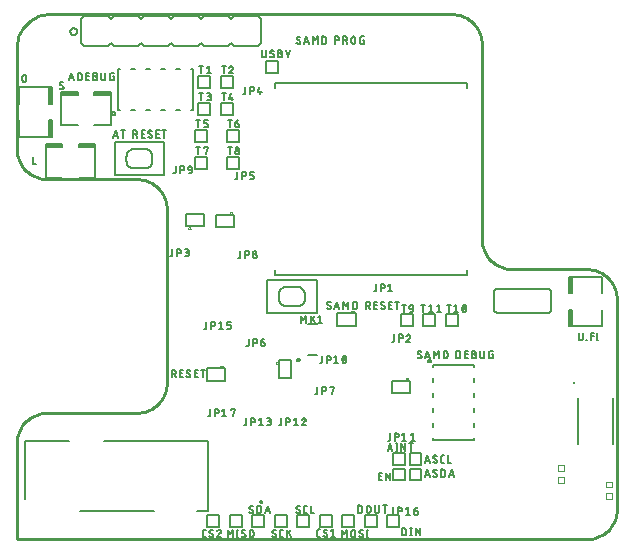
<source format=gbr>
G04 EAGLE Gerber RS-274X export*
G75*
%MOMM*%
%FSLAX34Y34*%
%LPD*%
%INSilkscreen Top*%
%IPPOS*%
%AMOC8*
5,1,8,0,0,1.08239X$1,22.5*%
G01*
%ADD10C,0.152400*%
%ADD11C,0.127000*%
%ADD12C,0.203200*%
%ADD13C,0.140000*%
%ADD14C,0.200000*%
%ADD15C,0.101600*%
%ADD16C,0.189731*%
%ADD17C,0.030000*%
%ADD18C,0.254000*%


D10*
X81644Y340106D02*
X83676Y346202D01*
X85708Y340106D01*
X85200Y341630D02*
X82152Y341630D01*
X90077Y340106D02*
X90077Y346202D01*
X88384Y346202D02*
X91770Y346202D01*
X98748Y346202D02*
X98748Y340106D01*
X98748Y346202D02*
X100441Y346202D01*
X100522Y346200D01*
X100602Y346194D01*
X100682Y346185D01*
X100761Y346171D01*
X100840Y346154D01*
X100918Y346133D01*
X100995Y346109D01*
X101070Y346081D01*
X101144Y346049D01*
X101217Y346014D01*
X101287Y345975D01*
X101356Y345933D01*
X101423Y345888D01*
X101488Y345840D01*
X101550Y345788D01*
X101609Y345734D01*
X101666Y345677D01*
X101720Y345618D01*
X101772Y345556D01*
X101820Y345491D01*
X101865Y345424D01*
X101907Y345356D01*
X101946Y345285D01*
X101981Y345212D01*
X102013Y345138D01*
X102041Y345063D01*
X102065Y344986D01*
X102086Y344908D01*
X102103Y344829D01*
X102117Y344750D01*
X102126Y344670D01*
X102132Y344590D01*
X102134Y344509D01*
X102132Y344428D01*
X102126Y344348D01*
X102117Y344268D01*
X102103Y344189D01*
X102086Y344110D01*
X102065Y344032D01*
X102041Y343955D01*
X102013Y343880D01*
X101981Y343806D01*
X101946Y343733D01*
X101907Y343663D01*
X101865Y343594D01*
X101820Y343527D01*
X101772Y343462D01*
X101720Y343400D01*
X101666Y343341D01*
X101609Y343284D01*
X101550Y343230D01*
X101488Y343178D01*
X101423Y343130D01*
X101356Y343085D01*
X101288Y343043D01*
X101217Y343004D01*
X101144Y342969D01*
X101070Y342937D01*
X100995Y342909D01*
X100918Y342885D01*
X100840Y342864D01*
X100761Y342847D01*
X100682Y342833D01*
X100602Y342824D01*
X100522Y342818D01*
X100441Y342816D01*
X100441Y342815D02*
X98748Y342815D01*
X100780Y342815D02*
X102135Y340106D01*
X105781Y340106D02*
X108490Y340106D01*
X105781Y340106D02*
X105781Y346202D01*
X108490Y346202D01*
X107813Y343493D02*
X105781Y343493D01*
X113276Y340106D02*
X113349Y340108D01*
X113423Y340114D01*
X113495Y340124D01*
X113567Y340138D01*
X113639Y340155D01*
X113709Y340177D01*
X113778Y340202D01*
X113845Y340231D01*
X113911Y340264D01*
X113975Y340300D01*
X114036Y340339D01*
X114096Y340382D01*
X114153Y340428D01*
X114208Y340477D01*
X114260Y340529D01*
X114309Y340584D01*
X114355Y340641D01*
X114398Y340701D01*
X114437Y340762D01*
X114473Y340826D01*
X114506Y340892D01*
X114535Y340959D01*
X114560Y341028D01*
X114582Y341099D01*
X114599Y341170D01*
X114613Y341242D01*
X114623Y341315D01*
X114629Y341388D01*
X114631Y341461D01*
X113276Y340106D02*
X113173Y340108D01*
X113071Y340113D01*
X112968Y340123D01*
X112867Y340135D01*
X112765Y340152D01*
X112664Y340172D01*
X112565Y340196D01*
X112466Y340223D01*
X112368Y340254D01*
X112271Y340288D01*
X112175Y340326D01*
X112081Y340367D01*
X111989Y340412D01*
X111898Y340460D01*
X111809Y340511D01*
X111721Y340565D01*
X111636Y340622D01*
X111553Y340683D01*
X111472Y340746D01*
X111394Y340812D01*
X111317Y340881D01*
X111244Y340953D01*
X111413Y344847D02*
X111415Y344918D01*
X111420Y344989D01*
X111430Y345059D01*
X111443Y345129D01*
X111459Y345198D01*
X111479Y345266D01*
X111503Y345333D01*
X111530Y345398D01*
X111561Y345462D01*
X111595Y345525D01*
X111632Y345585D01*
X111672Y345643D01*
X111715Y345700D01*
X111761Y345754D01*
X111810Y345805D01*
X111861Y345854D01*
X111915Y345900D01*
X111972Y345943D01*
X112030Y345983D01*
X112091Y346020D01*
X112153Y346054D01*
X112217Y346085D01*
X112282Y346112D01*
X112349Y346136D01*
X112417Y346156D01*
X112486Y346172D01*
X112556Y346185D01*
X112626Y346195D01*
X112697Y346200D01*
X112768Y346202D01*
X112864Y346200D01*
X112960Y346195D01*
X113056Y346186D01*
X113151Y346173D01*
X113246Y346157D01*
X113340Y346137D01*
X113433Y346113D01*
X113525Y346086D01*
X113617Y346056D01*
X113707Y346022D01*
X113795Y345985D01*
X113882Y345944D01*
X113968Y345901D01*
X114052Y345854D01*
X114134Y345803D01*
X114214Y345750D01*
X114292Y345694D01*
X112090Y343662D02*
X112030Y343699D01*
X111971Y343740D01*
X111915Y343784D01*
X111861Y343831D01*
X111810Y343881D01*
X111761Y343933D01*
X111715Y343987D01*
X111672Y344044D01*
X111631Y344103D01*
X111594Y344164D01*
X111560Y344227D01*
X111530Y344292D01*
X111503Y344358D01*
X111479Y344425D01*
X111459Y344494D01*
X111443Y344563D01*
X111430Y344634D01*
X111420Y344704D01*
X111415Y344776D01*
X111413Y344847D01*
X113953Y342646D02*
X114013Y342609D01*
X114072Y342568D01*
X114128Y342524D01*
X114182Y342477D01*
X114233Y342427D01*
X114282Y342375D01*
X114328Y342321D01*
X114372Y342264D01*
X114412Y342205D01*
X114449Y342144D01*
X114483Y342081D01*
X114513Y342016D01*
X114540Y341950D01*
X114564Y341883D01*
X114584Y341814D01*
X114600Y341745D01*
X114613Y341674D01*
X114623Y341604D01*
X114628Y341532D01*
X114630Y341461D01*
X113953Y342646D02*
X112090Y343662D01*
X118125Y340106D02*
X120835Y340106D01*
X118125Y340106D02*
X118125Y346202D01*
X120835Y346202D01*
X120157Y343493D02*
X118125Y343493D01*
X125053Y346202D02*
X125053Y340106D01*
X123359Y346202D02*
X126746Y346202D01*
X44052Y388620D02*
X46084Y394716D01*
X48116Y388620D01*
X47608Y390144D02*
X44560Y390144D01*
X51478Y388620D02*
X51478Y394716D01*
X53171Y394716D01*
X53252Y394714D01*
X53332Y394708D01*
X53412Y394699D01*
X53491Y394685D01*
X53570Y394668D01*
X53648Y394647D01*
X53725Y394623D01*
X53800Y394595D01*
X53874Y394563D01*
X53947Y394528D01*
X54018Y394489D01*
X54086Y394447D01*
X54153Y394402D01*
X54218Y394354D01*
X54280Y394302D01*
X54339Y394248D01*
X54396Y394191D01*
X54450Y394132D01*
X54502Y394070D01*
X54550Y394005D01*
X54595Y393938D01*
X54637Y393870D01*
X54676Y393799D01*
X54711Y393726D01*
X54743Y393652D01*
X54771Y393577D01*
X54795Y393500D01*
X54816Y393422D01*
X54833Y393343D01*
X54847Y393264D01*
X54856Y393184D01*
X54862Y393104D01*
X54864Y393023D01*
X54864Y390313D01*
X54862Y390232D01*
X54856Y390152D01*
X54847Y390072D01*
X54833Y389993D01*
X54816Y389914D01*
X54795Y389836D01*
X54771Y389759D01*
X54743Y389684D01*
X54711Y389610D01*
X54676Y389537D01*
X54637Y389467D01*
X54595Y389398D01*
X54550Y389331D01*
X54502Y389266D01*
X54450Y389204D01*
X54396Y389145D01*
X54339Y389088D01*
X54280Y389034D01*
X54218Y388982D01*
X54153Y388934D01*
X54086Y388889D01*
X54018Y388847D01*
X53947Y388808D01*
X53874Y388773D01*
X53800Y388741D01*
X53725Y388713D01*
X53648Y388689D01*
X53570Y388668D01*
X53491Y388651D01*
X53412Y388637D01*
X53332Y388628D01*
X53252Y388622D01*
X53171Y388620D01*
X51478Y388620D01*
X58816Y388620D02*
X61526Y388620D01*
X58816Y388620D02*
X58816Y394716D01*
X61526Y394716D01*
X60848Y392007D02*
X58816Y392007D01*
X64914Y392007D02*
X66607Y392007D01*
X66607Y392006D02*
X66688Y392004D01*
X66768Y391998D01*
X66848Y391989D01*
X66927Y391975D01*
X67006Y391958D01*
X67084Y391937D01*
X67161Y391913D01*
X67236Y391885D01*
X67310Y391853D01*
X67383Y391818D01*
X67453Y391779D01*
X67522Y391737D01*
X67589Y391692D01*
X67654Y391644D01*
X67716Y391592D01*
X67775Y391538D01*
X67832Y391481D01*
X67886Y391422D01*
X67938Y391360D01*
X67986Y391295D01*
X68031Y391228D01*
X68073Y391160D01*
X68112Y391089D01*
X68147Y391016D01*
X68179Y390942D01*
X68207Y390867D01*
X68231Y390790D01*
X68252Y390712D01*
X68269Y390633D01*
X68283Y390554D01*
X68292Y390474D01*
X68298Y390394D01*
X68300Y390313D01*
X68298Y390232D01*
X68292Y390152D01*
X68283Y390072D01*
X68269Y389993D01*
X68252Y389914D01*
X68231Y389836D01*
X68207Y389759D01*
X68179Y389684D01*
X68147Y389610D01*
X68112Y389537D01*
X68073Y389467D01*
X68031Y389398D01*
X67986Y389331D01*
X67938Y389266D01*
X67886Y389204D01*
X67832Y389145D01*
X67775Y389088D01*
X67716Y389034D01*
X67654Y388982D01*
X67589Y388934D01*
X67522Y388889D01*
X67454Y388847D01*
X67383Y388808D01*
X67310Y388773D01*
X67236Y388741D01*
X67161Y388713D01*
X67084Y388689D01*
X67006Y388668D01*
X66927Y388651D01*
X66848Y388637D01*
X66768Y388628D01*
X66688Y388622D01*
X66607Y388620D01*
X64914Y388620D01*
X64914Y394716D01*
X66607Y394716D01*
X66679Y394714D01*
X66751Y394708D01*
X66823Y394699D01*
X66893Y394685D01*
X66964Y394668D01*
X67033Y394647D01*
X67100Y394623D01*
X67167Y394595D01*
X67232Y394563D01*
X67295Y394528D01*
X67356Y394490D01*
X67415Y394449D01*
X67472Y394404D01*
X67526Y394357D01*
X67578Y394306D01*
X67627Y394253D01*
X67673Y394198D01*
X67716Y394140D01*
X67756Y394080D01*
X67792Y394018D01*
X67826Y393954D01*
X67855Y393888D01*
X67882Y393821D01*
X67904Y393752D01*
X67923Y393683D01*
X67939Y393612D01*
X67950Y393541D01*
X67958Y393469D01*
X67962Y393397D01*
X67962Y393325D01*
X67958Y393253D01*
X67950Y393181D01*
X67939Y393110D01*
X67923Y393039D01*
X67904Y392970D01*
X67882Y392901D01*
X67855Y392834D01*
X67826Y392768D01*
X67792Y392704D01*
X67756Y392642D01*
X67716Y392582D01*
X67673Y392524D01*
X67627Y392469D01*
X67578Y392416D01*
X67526Y392365D01*
X67472Y392318D01*
X67415Y392273D01*
X67356Y392232D01*
X67295Y392194D01*
X67232Y392159D01*
X67167Y392127D01*
X67100Y392099D01*
X67033Y392075D01*
X66964Y392054D01*
X66893Y392037D01*
X66823Y392023D01*
X66751Y392014D01*
X66679Y392008D01*
X66607Y392006D01*
X71594Y390313D02*
X71594Y394716D01*
X71595Y390313D02*
X71597Y390232D01*
X71603Y390152D01*
X71612Y390072D01*
X71626Y389993D01*
X71643Y389914D01*
X71664Y389836D01*
X71688Y389759D01*
X71716Y389684D01*
X71748Y389610D01*
X71783Y389537D01*
X71822Y389467D01*
X71864Y389398D01*
X71909Y389331D01*
X71957Y389266D01*
X72009Y389204D01*
X72063Y389145D01*
X72120Y389088D01*
X72179Y389034D01*
X72241Y388982D01*
X72306Y388934D01*
X72373Y388889D01*
X72442Y388847D01*
X72512Y388808D01*
X72585Y388773D01*
X72659Y388741D01*
X72734Y388713D01*
X72811Y388689D01*
X72889Y388668D01*
X72968Y388651D01*
X73047Y388637D01*
X73127Y388628D01*
X73207Y388622D01*
X73288Y388620D01*
X73369Y388622D01*
X73449Y388628D01*
X73529Y388637D01*
X73608Y388651D01*
X73687Y388668D01*
X73765Y388689D01*
X73842Y388713D01*
X73917Y388741D01*
X73991Y388773D01*
X74064Y388808D01*
X74135Y388847D01*
X74203Y388889D01*
X74270Y388934D01*
X74335Y388982D01*
X74397Y389034D01*
X74456Y389088D01*
X74513Y389145D01*
X74567Y389204D01*
X74619Y389266D01*
X74667Y389331D01*
X74712Y389398D01*
X74754Y389467D01*
X74793Y389537D01*
X74828Y389610D01*
X74860Y389684D01*
X74888Y389759D01*
X74912Y389836D01*
X74933Y389914D01*
X74950Y389993D01*
X74964Y390072D01*
X74973Y390152D01*
X74979Y390232D01*
X74981Y390313D01*
X74981Y394716D01*
X81280Y392007D02*
X82296Y392007D01*
X82296Y388620D01*
X80264Y388620D01*
X80193Y388622D01*
X80122Y388627D01*
X80052Y388637D01*
X79982Y388650D01*
X79913Y388666D01*
X79845Y388686D01*
X79778Y388710D01*
X79713Y388737D01*
X79649Y388768D01*
X79587Y388802D01*
X79526Y388839D01*
X79468Y388879D01*
X79411Y388922D01*
X79357Y388968D01*
X79306Y389017D01*
X79257Y389068D01*
X79211Y389122D01*
X79168Y389179D01*
X79128Y389237D01*
X79091Y389298D01*
X79057Y389360D01*
X79026Y389424D01*
X78999Y389489D01*
X78975Y389556D01*
X78955Y389624D01*
X78939Y389693D01*
X78926Y389763D01*
X78916Y389833D01*
X78911Y389904D01*
X78909Y389975D01*
X78909Y393361D01*
X78911Y393434D01*
X78917Y393507D01*
X78927Y393580D01*
X78941Y393652D01*
X78958Y393723D01*
X78980Y393794D01*
X79005Y393863D01*
X79034Y393930D01*
X79067Y393996D01*
X79103Y394060D01*
X79142Y394121D01*
X79185Y394181D01*
X79231Y394238D01*
X79280Y394293D01*
X79332Y394345D01*
X79387Y394394D01*
X79444Y394440D01*
X79504Y394483D01*
X79565Y394522D01*
X79629Y394558D01*
X79695Y394591D01*
X79762Y394620D01*
X79831Y394645D01*
X79901Y394667D01*
X79973Y394684D01*
X80045Y394698D01*
X80117Y394708D01*
X80191Y394714D01*
X80264Y394716D01*
X82296Y394716D01*
X341376Y153162D02*
X341449Y153164D01*
X341523Y153170D01*
X341595Y153180D01*
X341667Y153194D01*
X341739Y153211D01*
X341809Y153233D01*
X341878Y153258D01*
X341945Y153287D01*
X342011Y153320D01*
X342075Y153356D01*
X342136Y153395D01*
X342196Y153438D01*
X342253Y153484D01*
X342308Y153533D01*
X342360Y153585D01*
X342409Y153640D01*
X342455Y153697D01*
X342498Y153757D01*
X342537Y153818D01*
X342573Y153882D01*
X342606Y153948D01*
X342635Y154015D01*
X342660Y154084D01*
X342682Y154155D01*
X342699Y154226D01*
X342713Y154298D01*
X342723Y154371D01*
X342729Y154444D01*
X342731Y154517D01*
X341376Y153162D02*
X341273Y153164D01*
X341171Y153169D01*
X341068Y153179D01*
X340967Y153191D01*
X340865Y153208D01*
X340764Y153228D01*
X340665Y153252D01*
X340566Y153279D01*
X340468Y153310D01*
X340371Y153344D01*
X340275Y153382D01*
X340181Y153423D01*
X340089Y153468D01*
X339998Y153516D01*
X339909Y153567D01*
X339821Y153621D01*
X339736Y153678D01*
X339653Y153739D01*
X339572Y153802D01*
X339494Y153868D01*
X339417Y153937D01*
X339344Y154009D01*
X339513Y157903D02*
X339515Y157974D01*
X339520Y158045D01*
X339530Y158115D01*
X339543Y158185D01*
X339559Y158254D01*
X339579Y158322D01*
X339603Y158389D01*
X339630Y158454D01*
X339661Y158518D01*
X339695Y158581D01*
X339732Y158641D01*
X339772Y158699D01*
X339815Y158756D01*
X339861Y158810D01*
X339910Y158861D01*
X339961Y158910D01*
X340015Y158956D01*
X340072Y158999D01*
X340130Y159039D01*
X340191Y159076D01*
X340253Y159110D01*
X340317Y159141D01*
X340382Y159168D01*
X340449Y159192D01*
X340517Y159212D01*
X340586Y159228D01*
X340656Y159241D01*
X340726Y159251D01*
X340797Y159256D01*
X340868Y159258D01*
X340964Y159256D01*
X341060Y159251D01*
X341156Y159242D01*
X341251Y159229D01*
X341346Y159213D01*
X341440Y159193D01*
X341533Y159169D01*
X341625Y159142D01*
X341717Y159112D01*
X341807Y159078D01*
X341895Y159041D01*
X341982Y159000D01*
X342068Y158957D01*
X342152Y158910D01*
X342234Y158859D01*
X342314Y158806D01*
X342392Y158750D01*
X340190Y156718D02*
X340130Y156755D01*
X340071Y156796D01*
X340015Y156840D01*
X339961Y156887D01*
X339910Y156937D01*
X339861Y156989D01*
X339815Y157043D01*
X339772Y157100D01*
X339731Y157159D01*
X339694Y157220D01*
X339660Y157283D01*
X339630Y157348D01*
X339603Y157414D01*
X339579Y157481D01*
X339559Y157550D01*
X339543Y157619D01*
X339530Y157690D01*
X339520Y157760D01*
X339515Y157832D01*
X339513Y157903D01*
X342054Y155702D02*
X342114Y155665D01*
X342173Y155624D01*
X342229Y155580D01*
X342283Y155533D01*
X342334Y155483D01*
X342383Y155431D01*
X342429Y155377D01*
X342473Y155320D01*
X342513Y155261D01*
X342550Y155200D01*
X342584Y155137D01*
X342614Y155072D01*
X342641Y155006D01*
X342665Y154939D01*
X342685Y154870D01*
X342701Y154801D01*
X342714Y154730D01*
X342724Y154660D01*
X342729Y154588D01*
X342731Y154517D01*
X342053Y155702D02*
X340191Y156718D01*
X345635Y153162D02*
X347667Y159258D01*
X349699Y153162D01*
X349191Y154686D02*
X346143Y154686D01*
X353178Y153162D02*
X353178Y159258D01*
X355210Y155871D01*
X357242Y159258D01*
X357242Y153162D01*
X361289Y153162D02*
X361289Y159258D01*
X362983Y159258D01*
X363064Y159256D01*
X363144Y159250D01*
X363224Y159241D01*
X363303Y159227D01*
X363382Y159210D01*
X363460Y159189D01*
X363537Y159165D01*
X363612Y159137D01*
X363686Y159105D01*
X363759Y159070D01*
X363830Y159031D01*
X363898Y158989D01*
X363965Y158944D01*
X364030Y158896D01*
X364092Y158844D01*
X364151Y158790D01*
X364208Y158733D01*
X364262Y158674D01*
X364314Y158612D01*
X364362Y158547D01*
X364407Y158480D01*
X364449Y158412D01*
X364488Y158341D01*
X364523Y158268D01*
X364555Y158194D01*
X364583Y158119D01*
X364607Y158042D01*
X364628Y157964D01*
X364645Y157885D01*
X364659Y157806D01*
X364668Y157726D01*
X364674Y157646D01*
X364676Y157565D01*
X364676Y154855D01*
X364674Y154774D01*
X364668Y154694D01*
X364659Y154614D01*
X364645Y154535D01*
X364628Y154456D01*
X364607Y154378D01*
X364583Y154301D01*
X364555Y154226D01*
X364523Y154152D01*
X364488Y154079D01*
X364449Y154009D01*
X364407Y153940D01*
X364362Y153873D01*
X364314Y153808D01*
X364262Y153746D01*
X364208Y153687D01*
X364151Y153630D01*
X364092Y153576D01*
X364030Y153524D01*
X363965Y153476D01*
X363898Y153431D01*
X363830Y153389D01*
X363759Y153350D01*
X363686Y153315D01*
X363612Y153283D01*
X363537Y153255D01*
X363460Y153231D01*
X363382Y153210D01*
X363303Y153193D01*
X363224Y153179D01*
X363144Y153170D01*
X363064Y153164D01*
X362983Y153162D01*
X361289Y153162D01*
X372262Y153162D02*
X372262Y159258D01*
X373956Y159258D01*
X374037Y159256D01*
X374117Y159250D01*
X374197Y159241D01*
X374276Y159227D01*
X374355Y159210D01*
X374433Y159189D01*
X374510Y159165D01*
X374585Y159137D01*
X374659Y159105D01*
X374732Y159070D01*
X374803Y159031D01*
X374871Y158989D01*
X374938Y158944D01*
X375003Y158896D01*
X375065Y158844D01*
X375124Y158790D01*
X375181Y158733D01*
X375235Y158674D01*
X375287Y158612D01*
X375335Y158547D01*
X375380Y158480D01*
X375422Y158412D01*
X375461Y158341D01*
X375496Y158268D01*
X375528Y158194D01*
X375556Y158119D01*
X375580Y158042D01*
X375601Y157964D01*
X375618Y157885D01*
X375632Y157806D01*
X375641Y157726D01*
X375647Y157646D01*
X375649Y157565D01*
X375649Y154855D01*
X375647Y154774D01*
X375641Y154694D01*
X375632Y154614D01*
X375618Y154535D01*
X375601Y154456D01*
X375580Y154378D01*
X375556Y154301D01*
X375528Y154226D01*
X375496Y154152D01*
X375461Y154079D01*
X375422Y154009D01*
X375380Y153940D01*
X375335Y153873D01*
X375287Y153808D01*
X375235Y153746D01*
X375181Y153687D01*
X375124Y153630D01*
X375065Y153576D01*
X375003Y153524D01*
X374938Y153476D01*
X374871Y153431D01*
X374803Y153389D01*
X374732Y153350D01*
X374659Y153315D01*
X374585Y153283D01*
X374510Y153255D01*
X374433Y153231D01*
X374355Y153210D01*
X374276Y153193D01*
X374197Y153179D01*
X374117Y153170D01*
X374037Y153164D01*
X373956Y153162D01*
X372262Y153162D01*
X379601Y153162D02*
X382310Y153162D01*
X379601Y153162D02*
X379601Y159258D01*
X382310Y159258D01*
X381633Y156549D02*
X379601Y156549D01*
X385699Y156549D02*
X387392Y156549D01*
X387392Y156548D02*
X387473Y156546D01*
X387553Y156540D01*
X387633Y156531D01*
X387712Y156517D01*
X387791Y156500D01*
X387869Y156479D01*
X387946Y156455D01*
X388021Y156427D01*
X388095Y156395D01*
X388168Y156360D01*
X388239Y156321D01*
X388307Y156279D01*
X388374Y156234D01*
X388439Y156186D01*
X388501Y156134D01*
X388560Y156080D01*
X388617Y156023D01*
X388671Y155964D01*
X388723Y155902D01*
X388771Y155837D01*
X388816Y155770D01*
X388858Y155702D01*
X388897Y155631D01*
X388932Y155558D01*
X388964Y155484D01*
X388992Y155409D01*
X389016Y155332D01*
X389037Y155254D01*
X389054Y155175D01*
X389068Y155096D01*
X389077Y155016D01*
X389083Y154936D01*
X389085Y154855D01*
X389083Y154774D01*
X389077Y154694D01*
X389068Y154614D01*
X389054Y154535D01*
X389037Y154456D01*
X389016Y154378D01*
X388992Y154301D01*
X388964Y154226D01*
X388932Y154152D01*
X388897Y154079D01*
X388858Y154009D01*
X388816Y153940D01*
X388771Y153873D01*
X388723Y153808D01*
X388671Y153746D01*
X388617Y153687D01*
X388560Y153630D01*
X388501Y153576D01*
X388439Y153524D01*
X388374Y153476D01*
X388307Y153431D01*
X388239Y153389D01*
X388168Y153350D01*
X388095Y153315D01*
X388021Y153283D01*
X387946Y153255D01*
X387869Y153231D01*
X387791Y153210D01*
X387712Y153193D01*
X387633Y153179D01*
X387553Y153170D01*
X387473Y153164D01*
X387392Y153162D01*
X385699Y153162D01*
X385699Y159258D01*
X387392Y159258D01*
X387464Y159256D01*
X387536Y159250D01*
X387608Y159241D01*
X387678Y159227D01*
X387749Y159210D01*
X387818Y159189D01*
X387885Y159165D01*
X387952Y159137D01*
X388017Y159105D01*
X388080Y159070D01*
X388141Y159032D01*
X388200Y158991D01*
X388257Y158946D01*
X388311Y158899D01*
X388363Y158848D01*
X388412Y158795D01*
X388458Y158740D01*
X388501Y158682D01*
X388541Y158622D01*
X388577Y158560D01*
X388611Y158496D01*
X388640Y158430D01*
X388667Y158363D01*
X388689Y158294D01*
X388708Y158225D01*
X388724Y158154D01*
X388735Y158083D01*
X388743Y158011D01*
X388747Y157939D01*
X388747Y157867D01*
X388743Y157795D01*
X388735Y157723D01*
X388724Y157652D01*
X388708Y157581D01*
X388689Y157512D01*
X388667Y157443D01*
X388640Y157376D01*
X388611Y157310D01*
X388577Y157246D01*
X388541Y157184D01*
X388501Y157124D01*
X388458Y157066D01*
X388412Y157011D01*
X388363Y156958D01*
X388311Y156907D01*
X388257Y156860D01*
X388200Y156815D01*
X388141Y156774D01*
X388080Y156736D01*
X388017Y156701D01*
X387952Y156669D01*
X387885Y156641D01*
X387818Y156617D01*
X387749Y156596D01*
X387678Y156579D01*
X387608Y156565D01*
X387536Y156556D01*
X387464Y156550D01*
X387392Y156548D01*
X392379Y154855D02*
X392379Y159258D01*
X392379Y154855D02*
X392381Y154774D01*
X392387Y154694D01*
X392396Y154614D01*
X392410Y154535D01*
X392427Y154456D01*
X392448Y154378D01*
X392472Y154301D01*
X392500Y154226D01*
X392532Y154152D01*
X392567Y154079D01*
X392606Y154009D01*
X392648Y153940D01*
X392693Y153873D01*
X392741Y153808D01*
X392793Y153746D01*
X392847Y153687D01*
X392904Y153630D01*
X392963Y153576D01*
X393025Y153524D01*
X393090Y153476D01*
X393157Y153431D01*
X393226Y153389D01*
X393296Y153350D01*
X393369Y153315D01*
X393443Y153283D01*
X393518Y153255D01*
X393595Y153231D01*
X393673Y153210D01*
X393752Y153193D01*
X393831Y153179D01*
X393911Y153170D01*
X393991Y153164D01*
X394072Y153162D01*
X394153Y153164D01*
X394233Y153170D01*
X394313Y153179D01*
X394392Y153193D01*
X394471Y153210D01*
X394549Y153231D01*
X394626Y153255D01*
X394701Y153283D01*
X394775Y153315D01*
X394848Y153350D01*
X394919Y153389D01*
X394987Y153431D01*
X395054Y153476D01*
X395119Y153524D01*
X395181Y153576D01*
X395240Y153630D01*
X395297Y153687D01*
X395351Y153746D01*
X395403Y153808D01*
X395451Y153873D01*
X395496Y153940D01*
X395538Y154009D01*
X395577Y154079D01*
X395612Y154152D01*
X395644Y154226D01*
X395672Y154301D01*
X395696Y154378D01*
X395717Y154456D01*
X395734Y154535D01*
X395748Y154614D01*
X395757Y154694D01*
X395763Y154774D01*
X395765Y154855D01*
X395766Y154855D02*
X395766Y159258D01*
X402065Y156549D02*
X403081Y156549D01*
X403081Y153162D01*
X401049Y153162D01*
X400978Y153164D01*
X400907Y153169D01*
X400837Y153179D01*
X400767Y153192D01*
X400698Y153208D01*
X400630Y153228D01*
X400563Y153252D01*
X400498Y153279D01*
X400434Y153310D01*
X400372Y153344D01*
X400311Y153381D01*
X400253Y153421D01*
X400196Y153464D01*
X400142Y153510D01*
X400091Y153559D01*
X400042Y153610D01*
X399996Y153664D01*
X399953Y153721D01*
X399913Y153779D01*
X399876Y153840D01*
X399842Y153902D01*
X399811Y153966D01*
X399784Y154031D01*
X399760Y154098D01*
X399740Y154166D01*
X399724Y154235D01*
X399711Y154305D01*
X399701Y154375D01*
X399696Y154446D01*
X399694Y154517D01*
X399694Y157903D01*
X399696Y157976D01*
X399702Y158049D01*
X399712Y158122D01*
X399726Y158194D01*
X399743Y158265D01*
X399765Y158336D01*
X399790Y158405D01*
X399819Y158472D01*
X399852Y158538D01*
X399888Y158602D01*
X399927Y158663D01*
X399970Y158723D01*
X400016Y158780D01*
X400065Y158835D01*
X400117Y158887D01*
X400172Y158936D01*
X400229Y158982D01*
X400289Y159025D01*
X400350Y159064D01*
X400414Y159100D01*
X400480Y159133D01*
X400547Y159162D01*
X400616Y159187D01*
X400686Y159209D01*
X400758Y159226D01*
X400830Y159240D01*
X400902Y159250D01*
X400976Y159256D01*
X401049Y159258D01*
X403081Y159258D01*
X238760Y419608D02*
X238833Y419610D01*
X238907Y419616D01*
X238979Y419626D01*
X239051Y419640D01*
X239123Y419657D01*
X239193Y419679D01*
X239262Y419704D01*
X239329Y419733D01*
X239395Y419766D01*
X239459Y419802D01*
X239520Y419841D01*
X239580Y419884D01*
X239637Y419930D01*
X239692Y419979D01*
X239744Y420031D01*
X239793Y420086D01*
X239839Y420143D01*
X239882Y420203D01*
X239921Y420264D01*
X239957Y420328D01*
X239990Y420394D01*
X240019Y420461D01*
X240044Y420530D01*
X240066Y420601D01*
X240083Y420672D01*
X240097Y420744D01*
X240107Y420817D01*
X240113Y420890D01*
X240115Y420963D01*
X238760Y419608D02*
X238657Y419610D01*
X238555Y419615D01*
X238452Y419625D01*
X238351Y419637D01*
X238249Y419654D01*
X238148Y419674D01*
X238049Y419698D01*
X237950Y419725D01*
X237852Y419756D01*
X237755Y419790D01*
X237659Y419828D01*
X237565Y419869D01*
X237473Y419914D01*
X237382Y419962D01*
X237293Y420013D01*
X237205Y420067D01*
X237120Y420124D01*
X237037Y420185D01*
X236956Y420248D01*
X236878Y420314D01*
X236801Y420383D01*
X236728Y420455D01*
X236897Y424349D02*
X236899Y424420D01*
X236904Y424491D01*
X236914Y424561D01*
X236927Y424631D01*
X236943Y424700D01*
X236963Y424768D01*
X236987Y424835D01*
X237014Y424900D01*
X237045Y424964D01*
X237079Y425027D01*
X237116Y425087D01*
X237156Y425145D01*
X237199Y425202D01*
X237245Y425256D01*
X237294Y425307D01*
X237345Y425356D01*
X237399Y425402D01*
X237456Y425445D01*
X237514Y425485D01*
X237575Y425522D01*
X237637Y425556D01*
X237701Y425587D01*
X237766Y425614D01*
X237833Y425638D01*
X237901Y425658D01*
X237970Y425674D01*
X238040Y425687D01*
X238110Y425697D01*
X238181Y425702D01*
X238252Y425704D01*
X238348Y425702D01*
X238444Y425697D01*
X238540Y425688D01*
X238635Y425675D01*
X238730Y425659D01*
X238824Y425639D01*
X238917Y425615D01*
X239009Y425588D01*
X239101Y425558D01*
X239191Y425524D01*
X239279Y425487D01*
X239366Y425446D01*
X239452Y425403D01*
X239536Y425356D01*
X239618Y425305D01*
X239698Y425252D01*
X239776Y425196D01*
X237574Y423164D02*
X237514Y423201D01*
X237455Y423242D01*
X237399Y423286D01*
X237345Y423333D01*
X237294Y423383D01*
X237245Y423435D01*
X237199Y423489D01*
X237156Y423546D01*
X237115Y423605D01*
X237078Y423666D01*
X237044Y423729D01*
X237014Y423794D01*
X236987Y423860D01*
X236963Y423927D01*
X236943Y423996D01*
X236927Y424065D01*
X236914Y424136D01*
X236904Y424206D01*
X236899Y424278D01*
X236897Y424349D01*
X239438Y422148D02*
X239498Y422111D01*
X239557Y422070D01*
X239613Y422026D01*
X239667Y421979D01*
X239718Y421929D01*
X239767Y421877D01*
X239813Y421823D01*
X239857Y421766D01*
X239897Y421707D01*
X239934Y421646D01*
X239968Y421583D01*
X239998Y421518D01*
X240025Y421452D01*
X240049Y421385D01*
X240069Y421316D01*
X240085Y421247D01*
X240098Y421176D01*
X240108Y421106D01*
X240113Y421034D01*
X240115Y420963D01*
X239437Y422148D02*
X237575Y423164D01*
X243019Y419608D02*
X245051Y425704D01*
X247083Y419608D01*
X246575Y421132D02*
X243527Y421132D01*
X250562Y419608D02*
X250562Y425704D01*
X252594Y422317D01*
X254626Y425704D01*
X254626Y419608D01*
X258673Y419608D02*
X258673Y425704D01*
X260367Y425704D01*
X260448Y425702D01*
X260528Y425696D01*
X260608Y425687D01*
X260687Y425673D01*
X260766Y425656D01*
X260844Y425635D01*
X260921Y425611D01*
X260996Y425583D01*
X261070Y425551D01*
X261143Y425516D01*
X261214Y425477D01*
X261282Y425435D01*
X261349Y425390D01*
X261414Y425342D01*
X261476Y425290D01*
X261535Y425236D01*
X261592Y425179D01*
X261646Y425120D01*
X261698Y425058D01*
X261746Y424993D01*
X261791Y424926D01*
X261833Y424858D01*
X261872Y424787D01*
X261907Y424714D01*
X261939Y424640D01*
X261967Y424565D01*
X261991Y424488D01*
X262012Y424410D01*
X262029Y424331D01*
X262043Y424252D01*
X262052Y424172D01*
X262058Y424092D01*
X262060Y424011D01*
X262060Y421301D01*
X262058Y421220D01*
X262052Y421140D01*
X262043Y421060D01*
X262029Y420981D01*
X262012Y420902D01*
X261991Y420824D01*
X261967Y420747D01*
X261939Y420672D01*
X261907Y420598D01*
X261872Y420525D01*
X261833Y420455D01*
X261791Y420386D01*
X261746Y420319D01*
X261698Y420254D01*
X261646Y420192D01*
X261592Y420133D01*
X261535Y420076D01*
X261476Y420022D01*
X261414Y419970D01*
X261349Y419922D01*
X261282Y419877D01*
X261214Y419835D01*
X261143Y419796D01*
X261070Y419761D01*
X260996Y419729D01*
X260921Y419701D01*
X260844Y419677D01*
X260766Y419656D01*
X260687Y419639D01*
X260608Y419625D01*
X260528Y419616D01*
X260448Y419610D01*
X260367Y419608D01*
X258673Y419608D01*
X269824Y419608D02*
X269824Y425704D01*
X271517Y425704D01*
X271598Y425702D01*
X271678Y425696D01*
X271758Y425687D01*
X271837Y425673D01*
X271916Y425656D01*
X271994Y425635D01*
X272071Y425611D01*
X272146Y425583D01*
X272220Y425551D01*
X272293Y425516D01*
X272364Y425477D01*
X272432Y425435D01*
X272499Y425390D01*
X272564Y425342D01*
X272626Y425290D01*
X272685Y425236D01*
X272742Y425179D01*
X272796Y425120D01*
X272848Y425058D01*
X272896Y424993D01*
X272941Y424926D01*
X272983Y424858D01*
X273022Y424787D01*
X273057Y424714D01*
X273089Y424640D01*
X273117Y424565D01*
X273141Y424488D01*
X273162Y424410D01*
X273179Y424331D01*
X273193Y424252D01*
X273202Y424172D01*
X273208Y424092D01*
X273210Y424011D01*
X273208Y423930D01*
X273202Y423850D01*
X273193Y423770D01*
X273179Y423691D01*
X273162Y423612D01*
X273141Y423534D01*
X273117Y423457D01*
X273089Y423382D01*
X273057Y423308D01*
X273022Y423235D01*
X272983Y423165D01*
X272941Y423096D01*
X272896Y423029D01*
X272848Y422964D01*
X272796Y422902D01*
X272742Y422843D01*
X272685Y422786D01*
X272626Y422732D01*
X272564Y422680D01*
X272499Y422632D01*
X272432Y422587D01*
X272364Y422545D01*
X272293Y422506D01*
X272220Y422471D01*
X272146Y422439D01*
X272071Y422411D01*
X271994Y422387D01*
X271916Y422366D01*
X271837Y422349D01*
X271758Y422335D01*
X271678Y422326D01*
X271598Y422320D01*
X271517Y422318D01*
X271517Y422317D02*
X269824Y422317D01*
X276581Y419608D02*
X276581Y425704D01*
X278275Y425704D01*
X278356Y425702D01*
X278436Y425696D01*
X278516Y425687D01*
X278595Y425673D01*
X278674Y425656D01*
X278752Y425635D01*
X278829Y425611D01*
X278904Y425583D01*
X278978Y425551D01*
X279051Y425516D01*
X279122Y425477D01*
X279190Y425435D01*
X279257Y425390D01*
X279322Y425342D01*
X279384Y425290D01*
X279443Y425236D01*
X279500Y425179D01*
X279554Y425120D01*
X279606Y425058D01*
X279654Y424993D01*
X279699Y424926D01*
X279741Y424858D01*
X279780Y424787D01*
X279815Y424714D01*
X279847Y424640D01*
X279875Y424565D01*
X279899Y424488D01*
X279920Y424410D01*
X279937Y424331D01*
X279951Y424252D01*
X279960Y424172D01*
X279966Y424092D01*
X279968Y424011D01*
X279966Y423930D01*
X279960Y423850D01*
X279951Y423770D01*
X279937Y423691D01*
X279920Y423612D01*
X279899Y423534D01*
X279875Y423457D01*
X279847Y423382D01*
X279815Y423308D01*
X279780Y423235D01*
X279741Y423165D01*
X279699Y423096D01*
X279654Y423029D01*
X279606Y422964D01*
X279554Y422902D01*
X279500Y422843D01*
X279443Y422786D01*
X279384Y422732D01*
X279322Y422680D01*
X279257Y422632D01*
X279190Y422587D01*
X279122Y422545D01*
X279051Y422506D01*
X278978Y422471D01*
X278904Y422439D01*
X278829Y422411D01*
X278752Y422387D01*
X278674Y422366D01*
X278595Y422349D01*
X278516Y422335D01*
X278436Y422326D01*
X278356Y422320D01*
X278275Y422318D01*
X278275Y422317D02*
X276581Y422317D01*
X278613Y422317D02*
X279968Y419608D01*
X283362Y421301D02*
X283362Y424011D01*
X283364Y424092D01*
X283370Y424172D01*
X283379Y424252D01*
X283393Y424331D01*
X283410Y424410D01*
X283431Y424488D01*
X283455Y424565D01*
X283483Y424640D01*
X283515Y424714D01*
X283550Y424787D01*
X283589Y424858D01*
X283631Y424926D01*
X283676Y424993D01*
X283724Y425058D01*
X283776Y425120D01*
X283830Y425179D01*
X283887Y425236D01*
X283946Y425290D01*
X284008Y425342D01*
X284073Y425390D01*
X284140Y425435D01*
X284209Y425477D01*
X284279Y425516D01*
X284352Y425551D01*
X284426Y425583D01*
X284501Y425611D01*
X284578Y425635D01*
X284656Y425656D01*
X284735Y425673D01*
X284814Y425687D01*
X284894Y425696D01*
X284974Y425702D01*
X285055Y425704D01*
X285136Y425702D01*
X285216Y425696D01*
X285296Y425687D01*
X285375Y425673D01*
X285454Y425656D01*
X285532Y425635D01*
X285609Y425611D01*
X285684Y425583D01*
X285758Y425551D01*
X285831Y425516D01*
X285902Y425477D01*
X285970Y425435D01*
X286037Y425390D01*
X286102Y425342D01*
X286164Y425290D01*
X286223Y425236D01*
X286280Y425179D01*
X286334Y425120D01*
X286386Y425058D01*
X286434Y424993D01*
X286479Y424926D01*
X286521Y424858D01*
X286560Y424787D01*
X286595Y424714D01*
X286627Y424640D01*
X286655Y424565D01*
X286679Y424488D01*
X286700Y424410D01*
X286717Y424331D01*
X286731Y424252D01*
X286740Y424172D01*
X286746Y424092D01*
X286748Y424011D01*
X286749Y424011D02*
X286749Y421301D01*
X286748Y421301D02*
X286746Y421220D01*
X286740Y421140D01*
X286731Y421060D01*
X286717Y420981D01*
X286700Y420902D01*
X286679Y420824D01*
X286655Y420747D01*
X286627Y420672D01*
X286595Y420598D01*
X286560Y420525D01*
X286521Y420455D01*
X286479Y420386D01*
X286434Y420319D01*
X286386Y420254D01*
X286334Y420192D01*
X286280Y420133D01*
X286223Y420076D01*
X286164Y420022D01*
X286102Y419970D01*
X286037Y419922D01*
X285970Y419877D01*
X285902Y419835D01*
X285831Y419796D01*
X285758Y419761D01*
X285684Y419729D01*
X285609Y419701D01*
X285532Y419677D01*
X285454Y419656D01*
X285375Y419639D01*
X285296Y419625D01*
X285216Y419616D01*
X285136Y419610D01*
X285055Y419608D01*
X284974Y419610D01*
X284894Y419616D01*
X284814Y419625D01*
X284735Y419639D01*
X284656Y419656D01*
X284578Y419677D01*
X284501Y419701D01*
X284426Y419729D01*
X284352Y419761D01*
X284279Y419796D01*
X284209Y419835D01*
X284140Y419877D01*
X284073Y419922D01*
X284008Y419970D01*
X283946Y420022D01*
X283887Y420076D01*
X283830Y420133D01*
X283776Y420192D01*
X283724Y420254D01*
X283676Y420319D01*
X283631Y420386D01*
X283589Y420455D01*
X283550Y420525D01*
X283515Y420598D01*
X283483Y420672D01*
X283455Y420747D01*
X283431Y420824D01*
X283410Y420902D01*
X283393Y420981D01*
X283379Y421060D01*
X283370Y421140D01*
X283364Y421220D01*
X283362Y421301D01*
X292819Y422995D02*
X293835Y422995D01*
X293835Y419608D01*
X291803Y419608D01*
X291732Y419610D01*
X291661Y419615D01*
X291591Y419625D01*
X291521Y419638D01*
X291452Y419654D01*
X291384Y419674D01*
X291317Y419698D01*
X291252Y419725D01*
X291188Y419756D01*
X291126Y419790D01*
X291065Y419827D01*
X291007Y419867D01*
X290950Y419910D01*
X290896Y419956D01*
X290845Y420005D01*
X290796Y420056D01*
X290750Y420110D01*
X290707Y420167D01*
X290667Y420225D01*
X290630Y420286D01*
X290596Y420348D01*
X290565Y420412D01*
X290538Y420477D01*
X290514Y420544D01*
X290494Y420612D01*
X290478Y420681D01*
X290465Y420751D01*
X290455Y420821D01*
X290450Y420892D01*
X290448Y420963D01*
X290449Y420963D02*
X290449Y424349D01*
X290448Y424349D02*
X290450Y424422D01*
X290456Y424495D01*
X290466Y424568D01*
X290480Y424640D01*
X290497Y424711D01*
X290519Y424782D01*
X290544Y424851D01*
X290573Y424918D01*
X290606Y424984D01*
X290642Y425048D01*
X290681Y425109D01*
X290724Y425169D01*
X290770Y425226D01*
X290819Y425281D01*
X290871Y425333D01*
X290926Y425382D01*
X290983Y425428D01*
X291043Y425471D01*
X291104Y425510D01*
X291168Y425546D01*
X291234Y425579D01*
X291301Y425608D01*
X291370Y425633D01*
X291440Y425655D01*
X291512Y425672D01*
X291584Y425686D01*
X291656Y425696D01*
X291730Y425702D01*
X291803Y425704D01*
X293835Y425704D01*
X266023Y196427D02*
X266021Y196354D01*
X266015Y196281D01*
X266005Y196208D01*
X265991Y196136D01*
X265974Y196065D01*
X265952Y195994D01*
X265927Y195925D01*
X265898Y195858D01*
X265865Y195792D01*
X265829Y195728D01*
X265790Y195667D01*
X265747Y195607D01*
X265701Y195550D01*
X265652Y195495D01*
X265600Y195443D01*
X265545Y195394D01*
X265488Y195348D01*
X265428Y195305D01*
X265367Y195266D01*
X265303Y195230D01*
X265237Y195197D01*
X265170Y195168D01*
X265101Y195143D01*
X265031Y195121D01*
X264959Y195104D01*
X264887Y195090D01*
X264815Y195080D01*
X264741Y195074D01*
X264668Y195072D01*
X264565Y195074D01*
X264463Y195079D01*
X264360Y195089D01*
X264259Y195101D01*
X264157Y195118D01*
X264056Y195138D01*
X263957Y195162D01*
X263858Y195189D01*
X263760Y195220D01*
X263663Y195254D01*
X263567Y195292D01*
X263473Y195333D01*
X263381Y195378D01*
X263290Y195426D01*
X263201Y195477D01*
X263113Y195531D01*
X263028Y195588D01*
X262945Y195649D01*
X262864Y195712D01*
X262786Y195778D01*
X262709Y195847D01*
X262636Y195919D01*
X262805Y199813D02*
X262807Y199884D01*
X262812Y199955D01*
X262822Y200025D01*
X262835Y200095D01*
X262851Y200164D01*
X262871Y200232D01*
X262895Y200299D01*
X262922Y200364D01*
X262953Y200428D01*
X262987Y200491D01*
X263024Y200551D01*
X263064Y200609D01*
X263107Y200666D01*
X263153Y200720D01*
X263202Y200771D01*
X263253Y200820D01*
X263307Y200866D01*
X263364Y200909D01*
X263422Y200949D01*
X263483Y200986D01*
X263545Y201020D01*
X263609Y201051D01*
X263674Y201078D01*
X263741Y201102D01*
X263809Y201122D01*
X263878Y201138D01*
X263948Y201151D01*
X264018Y201161D01*
X264089Y201166D01*
X264160Y201168D01*
X264256Y201166D01*
X264352Y201161D01*
X264448Y201152D01*
X264543Y201139D01*
X264638Y201123D01*
X264732Y201103D01*
X264825Y201079D01*
X264917Y201052D01*
X265009Y201022D01*
X265099Y200988D01*
X265187Y200951D01*
X265274Y200910D01*
X265360Y200867D01*
X265444Y200820D01*
X265526Y200769D01*
X265606Y200716D01*
X265684Y200660D01*
X263482Y198628D02*
X263422Y198665D01*
X263363Y198706D01*
X263307Y198750D01*
X263253Y198797D01*
X263202Y198847D01*
X263153Y198899D01*
X263107Y198953D01*
X263064Y199010D01*
X263023Y199069D01*
X262986Y199130D01*
X262952Y199193D01*
X262922Y199258D01*
X262895Y199324D01*
X262871Y199391D01*
X262851Y199460D01*
X262835Y199529D01*
X262822Y199600D01*
X262812Y199670D01*
X262807Y199742D01*
X262805Y199813D01*
X265346Y197612D02*
X265406Y197575D01*
X265465Y197534D01*
X265521Y197490D01*
X265575Y197443D01*
X265626Y197393D01*
X265675Y197341D01*
X265721Y197287D01*
X265765Y197230D01*
X265805Y197171D01*
X265842Y197110D01*
X265876Y197047D01*
X265906Y196982D01*
X265933Y196916D01*
X265957Y196849D01*
X265977Y196780D01*
X265993Y196711D01*
X266006Y196640D01*
X266016Y196570D01*
X266021Y196498D01*
X266023Y196427D01*
X265345Y197612D02*
X263483Y198628D01*
X268927Y195072D02*
X270959Y201168D01*
X272991Y195072D01*
X272483Y196596D02*
X269435Y196596D01*
X276470Y195072D02*
X276470Y201168D01*
X278502Y197781D01*
X280534Y201168D01*
X280534Y195072D01*
X284581Y195072D02*
X284581Y201168D01*
X286275Y201168D01*
X286356Y201166D01*
X286436Y201160D01*
X286516Y201151D01*
X286595Y201137D01*
X286674Y201120D01*
X286752Y201099D01*
X286829Y201075D01*
X286904Y201047D01*
X286978Y201015D01*
X287051Y200980D01*
X287122Y200941D01*
X287190Y200899D01*
X287257Y200854D01*
X287322Y200806D01*
X287384Y200754D01*
X287443Y200700D01*
X287500Y200643D01*
X287554Y200584D01*
X287606Y200522D01*
X287654Y200457D01*
X287699Y200390D01*
X287741Y200322D01*
X287780Y200251D01*
X287815Y200178D01*
X287847Y200104D01*
X287875Y200029D01*
X287899Y199952D01*
X287920Y199874D01*
X287937Y199795D01*
X287951Y199716D01*
X287960Y199636D01*
X287966Y199556D01*
X287968Y199475D01*
X287968Y196765D01*
X287966Y196684D01*
X287960Y196604D01*
X287951Y196524D01*
X287937Y196445D01*
X287920Y196366D01*
X287899Y196288D01*
X287875Y196211D01*
X287847Y196136D01*
X287815Y196062D01*
X287780Y195989D01*
X287741Y195919D01*
X287699Y195850D01*
X287654Y195783D01*
X287606Y195718D01*
X287554Y195656D01*
X287500Y195597D01*
X287443Y195540D01*
X287384Y195486D01*
X287322Y195434D01*
X287257Y195386D01*
X287190Y195341D01*
X287122Y195299D01*
X287051Y195260D01*
X286978Y195225D01*
X286904Y195193D01*
X286829Y195165D01*
X286752Y195141D01*
X286674Y195120D01*
X286595Y195103D01*
X286516Y195089D01*
X286436Y195080D01*
X286356Y195074D01*
X286275Y195072D01*
X284581Y195072D01*
X295632Y195072D02*
X295632Y201168D01*
X297325Y201168D01*
X297406Y201166D01*
X297486Y201160D01*
X297566Y201151D01*
X297645Y201137D01*
X297724Y201120D01*
X297802Y201099D01*
X297879Y201075D01*
X297954Y201047D01*
X298028Y201015D01*
X298101Y200980D01*
X298172Y200941D01*
X298240Y200899D01*
X298307Y200854D01*
X298372Y200806D01*
X298434Y200754D01*
X298493Y200700D01*
X298550Y200643D01*
X298604Y200584D01*
X298656Y200522D01*
X298704Y200457D01*
X298749Y200390D01*
X298791Y200322D01*
X298830Y200251D01*
X298865Y200178D01*
X298897Y200104D01*
X298925Y200029D01*
X298949Y199952D01*
X298970Y199874D01*
X298987Y199795D01*
X299001Y199716D01*
X299010Y199636D01*
X299016Y199556D01*
X299018Y199475D01*
X299016Y199394D01*
X299010Y199314D01*
X299001Y199234D01*
X298987Y199155D01*
X298970Y199076D01*
X298949Y198998D01*
X298925Y198921D01*
X298897Y198846D01*
X298865Y198772D01*
X298830Y198699D01*
X298791Y198629D01*
X298749Y198560D01*
X298704Y198493D01*
X298656Y198428D01*
X298604Y198366D01*
X298550Y198307D01*
X298493Y198250D01*
X298434Y198196D01*
X298372Y198144D01*
X298307Y198096D01*
X298240Y198051D01*
X298172Y198009D01*
X298101Y197970D01*
X298028Y197935D01*
X297954Y197903D01*
X297879Y197875D01*
X297802Y197851D01*
X297724Y197830D01*
X297645Y197813D01*
X297566Y197799D01*
X297486Y197790D01*
X297406Y197784D01*
X297325Y197782D01*
X297325Y197781D02*
X295632Y197781D01*
X297664Y197781D02*
X299018Y195072D01*
X302664Y195072D02*
X305374Y195072D01*
X302664Y195072D02*
X302664Y201168D01*
X305374Y201168D01*
X304696Y198459D02*
X302664Y198459D01*
X310159Y195072D02*
X310232Y195074D01*
X310306Y195080D01*
X310378Y195090D01*
X310450Y195104D01*
X310522Y195121D01*
X310592Y195143D01*
X310661Y195168D01*
X310728Y195197D01*
X310794Y195230D01*
X310858Y195266D01*
X310919Y195305D01*
X310979Y195348D01*
X311036Y195394D01*
X311091Y195443D01*
X311143Y195495D01*
X311192Y195550D01*
X311238Y195607D01*
X311281Y195667D01*
X311320Y195728D01*
X311356Y195792D01*
X311389Y195858D01*
X311418Y195925D01*
X311443Y195994D01*
X311465Y196065D01*
X311482Y196136D01*
X311496Y196208D01*
X311506Y196281D01*
X311512Y196354D01*
X311514Y196427D01*
X310159Y195072D02*
X310056Y195074D01*
X309954Y195079D01*
X309851Y195089D01*
X309750Y195101D01*
X309648Y195118D01*
X309547Y195138D01*
X309448Y195162D01*
X309349Y195189D01*
X309251Y195220D01*
X309154Y195254D01*
X309058Y195292D01*
X308964Y195333D01*
X308872Y195378D01*
X308781Y195426D01*
X308692Y195477D01*
X308604Y195531D01*
X308519Y195588D01*
X308436Y195649D01*
X308355Y195712D01*
X308277Y195778D01*
X308200Y195847D01*
X308127Y195919D01*
X308296Y199813D02*
X308298Y199884D01*
X308303Y199955D01*
X308313Y200025D01*
X308326Y200095D01*
X308342Y200164D01*
X308362Y200232D01*
X308386Y200299D01*
X308413Y200364D01*
X308444Y200428D01*
X308478Y200491D01*
X308515Y200551D01*
X308555Y200609D01*
X308598Y200666D01*
X308644Y200720D01*
X308693Y200771D01*
X308744Y200820D01*
X308798Y200866D01*
X308855Y200909D01*
X308913Y200949D01*
X308974Y200986D01*
X309036Y201020D01*
X309100Y201051D01*
X309165Y201078D01*
X309232Y201102D01*
X309300Y201122D01*
X309369Y201138D01*
X309439Y201151D01*
X309509Y201161D01*
X309580Y201166D01*
X309651Y201168D01*
X309747Y201166D01*
X309843Y201161D01*
X309939Y201152D01*
X310034Y201139D01*
X310129Y201123D01*
X310223Y201103D01*
X310316Y201079D01*
X310408Y201052D01*
X310500Y201022D01*
X310590Y200988D01*
X310678Y200951D01*
X310765Y200910D01*
X310851Y200867D01*
X310935Y200820D01*
X311017Y200769D01*
X311097Y200716D01*
X311175Y200660D01*
X308973Y198628D02*
X308913Y198665D01*
X308854Y198706D01*
X308798Y198750D01*
X308744Y198797D01*
X308693Y198847D01*
X308644Y198899D01*
X308598Y198953D01*
X308555Y199010D01*
X308514Y199069D01*
X308477Y199130D01*
X308443Y199193D01*
X308413Y199258D01*
X308386Y199324D01*
X308362Y199391D01*
X308342Y199460D01*
X308326Y199529D01*
X308313Y199600D01*
X308303Y199670D01*
X308298Y199742D01*
X308296Y199813D01*
X310837Y197612D02*
X310897Y197575D01*
X310956Y197534D01*
X311012Y197490D01*
X311066Y197443D01*
X311117Y197393D01*
X311166Y197341D01*
X311212Y197287D01*
X311256Y197230D01*
X311296Y197171D01*
X311333Y197110D01*
X311367Y197047D01*
X311397Y196982D01*
X311424Y196916D01*
X311448Y196849D01*
X311468Y196780D01*
X311484Y196711D01*
X311497Y196640D01*
X311507Y196570D01*
X311512Y196498D01*
X311514Y196427D01*
X310836Y197612D02*
X308974Y198628D01*
X315009Y195072D02*
X317718Y195072D01*
X315009Y195072D02*
X315009Y201168D01*
X317718Y201168D01*
X317041Y198459D02*
X315009Y198459D01*
X321936Y201168D02*
X321936Y195072D01*
X320243Y201168D02*
X323630Y201168D01*
X475742Y174752D02*
X475742Y170349D01*
X475744Y170268D01*
X475750Y170188D01*
X475759Y170108D01*
X475773Y170029D01*
X475790Y169950D01*
X475811Y169872D01*
X475835Y169795D01*
X475863Y169720D01*
X475895Y169646D01*
X475930Y169573D01*
X475969Y169503D01*
X476011Y169434D01*
X476056Y169367D01*
X476104Y169302D01*
X476156Y169240D01*
X476210Y169181D01*
X476267Y169124D01*
X476326Y169070D01*
X476388Y169018D01*
X476453Y168970D01*
X476520Y168925D01*
X476589Y168883D01*
X476659Y168844D01*
X476732Y168809D01*
X476806Y168777D01*
X476881Y168749D01*
X476958Y168725D01*
X477036Y168704D01*
X477115Y168687D01*
X477194Y168673D01*
X477274Y168664D01*
X477354Y168658D01*
X477435Y168656D01*
X477516Y168658D01*
X477596Y168664D01*
X477676Y168673D01*
X477755Y168687D01*
X477834Y168704D01*
X477912Y168725D01*
X477989Y168749D01*
X478064Y168777D01*
X478138Y168809D01*
X478211Y168844D01*
X478282Y168883D01*
X478350Y168925D01*
X478417Y168970D01*
X478482Y169018D01*
X478544Y169070D01*
X478603Y169124D01*
X478660Y169181D01*
X478714Y169240D01*
X478766Y169302D01*
X478814Y169367D01*
X478859Y169434D01*
X478901Y169503D01*
X478940Y169573D01*
X478975Y169646D01*
X479007Y169720D01*
X479035Y169795D01*
X479059Y169872D01*
X479080Y169950D01*
X479097Y170029D01*
X479111Y170108D01*
X479120Y170188D01*
X479126Y170268D01*
X479128Y170349D01*
X479129Y170349D02*
X479129Y174752D01*
X482295Y168995D02*
X482295Y168656D01*
X482295Y168995D02*
X482634Y168995D01*
X482634Y168656D01*
X482295Y168656D01*
X485824Y168656D02*
X485824Y174752D01*
X488533Y174752D01*
X488533Y172043D02*
X485824Y172043D01*
X491382Y169672D02*
X491382Y174752D01*
X491382Y169672D02*
X491384Y169611D01*
X491389Y169550D01*
X491399Y169489D01*
X491412Y169429D01*
X491428Y169370D01*
X491448Y169312D01*
X491472Y169255D01*
X491498Y169200D01*
X491529Y169146D01*
X491562Y169095D01*
X491598Y169045D01*
X491638Y168998D01*
X491680Y168954D01*
X491724Y168912D01*
X491771Y168872D01*
X491821Y168836D01*
X491872Y168803D01*
X491926Y168772D01*
X491981Y168746D01*
X492038Y168722D01*
X492096Y168702D01*
X492155Y168686D01*
X492215Y168673D01*
X492276Y168663D01*
X492337Y168658D01*
X492398Y168656D01*
X13547Y317500D02*
X13547Y323596D01*
X13547Y317500D02*
X16256Y317500D01*
X4741Y389043D02*
X4741Y391753D01*
X4742Y391753D02*
X4744Y391834D01*
X4750Y391914D01*
X4759Y391994D01*
X4773Y392073D01*
X4790Y392152D01*
X4811Y392230D01*
X4835Y392307D01*
X4863Y392382D01*
X4895Y392456D01*
X4930Y392529D01*
X4969Y392600D01*
X5011Y392668D01*
X5056Y392735D01*
X5104Y392800D01*
X5156Y392862D01*
X5210Y392921D01*
X5267Y392978D01*
X5326Y393032D01*
X5388Y393084D01*
X5453Y393132D01*
X5520Y393177D01*
X5588Y393219D01*
X5659Y393258D01*
X5732Y393293D01*
X5806Y393325D01*
X5881Y393353D01*
X5958Y393377D01*
X6036Y393398D01*
X6115Y393415D01*
X6194Y393429D01*
X6274Y393438D01*
X6354Y393444D01*
X6435Y393446D01*
X6516Y393444D01*
X6596Y393438D01*
X6676Y393429D01*
X6755Y393415D01*
X6834Y393398D01*
X6912Y393377D01*
X6989Y393353D01*
X7064Y393325D01*
X7138Y393293D01*
X7211Y393258D01*
X7282Y393219D01*
X7350Y393177D01*
X7417Y393132D01*
X7482Y393084D01*
X7544Y393032D01*
X7603Y392978D01*
X7660Y392921D01*
X7714Y392862D01*
X7766Y392800D01*
X7814Y392735D01*
X7859Y392668D01*
X7901Y392600D01*
X7940Y392529D01*
X7975Y392456D01*
X8007Y392382D01*
X8035Y392307D01*
X8059Y392230D01*
X8080Y392152D01*
X8097Y392073D01*
X8111Y391994D01*
X8120Y391914D01*
X8126Y391834D01*
X8128Y391753D01*
X8128Y389043D01*
X8126Y388962D01*
X8120Y388882D01*
X8111Y388802D01*
X8097Y388723D01*
X8080Y388644D01*
X8059Y388566D01*
X8035Y388489D01*
X8007Y388414D01*
X7975Y388340D01*
X7940Y388267D01*
X7901Y388197D01*
X7859Y388128D01*
X7814Y388061D01*
X7766Y387996D01*
X7714Y387934D01*
X7660Y387875D01*
X7603Y387818D01*
X7544Y387764D01*
X7482Y387712D01*
X7417Y387664D01*
X7350Y387619D01*
X7282Y387577D01*
X7211Y387538D01*
X7138Y387503D01*
X7064Y387471D01*
X6989Y387443D01*
X6912Y387419D01*
X6834Y387398D01*
X6755Y387381D01*
X6676Y387367D01*
X6596Y387358D01*
X6516Y387352D01*
X6435Y387350D01*
X6354Y387352D01*
X6274Y387358D01*
X6194Y387367D01*
X6115Y387381D01*
X6036Y387398D01*
X5958Y387419D01*
X5881Y387443D01*
X5806Y387471D01*
X5732Y387503D01*
X5659Y387538D01*
X5588Y387577D01*
X5520Y387619D01*
X5453Y387664D01*
X5388Y387712D01*
X5326Y387764D01*
X5267Y387818D01*
X5210Y387875D01*
X5156Y387934D01*
X5104Y387996D01*
X5056Y388061D01*
X5011Y388128D01*
X4969Y388197D01*
X4930Y388267D01*
X4895Y388340D01*
X4863Y388414D01*
X4835Y388489D01*
X4811Y388566D01*
X4790Y388644D01*
X4773Y388723D01*
X4759Y388802D01*
X4750Y388882D01*
X4744Y388962D01*
X4742Y389043D01*
X38354Y381254D02*
X38427Y381256D01*
X38501Y381262D01*
X38573Y381272D01*
X38645Y381286D01*
X38717Y381303D01*
X38787Y381325D01*
X38856Y381350D01*
X38923Y381379D01*
X38989Y381412D01*
X39053Y381448D01*
X39114Y381487D01*
X39174Y381530D01*
X39231Y381576D01*
X39286Y381625D01*
X39338Y381677D01*
X39387Y381732D01*
X39433Y381789D01*
X39476Y381849D01*
X39515Y381910D01*
X39551Y381974D01*
X39584Y382040D01*
X39613Y382107D01*
X39638Y382176D01*
X39660Y382247D01*
X39677Y382318D01*
X39691Y382390D01*
X39701Y382463D01*
X39707Y382536D01*
X39709Y382609D01*
X38354Y381254D02*
X38251Y381256D01*
X38149Y381261D01*
X38046Y381271D01*
X37945Y381283D01*
X37843Y381300D01*
X37742Y381320D01*
X37643Y381344D01*
X37544Y381371D01*
X37446Y381402D01*
X37349Y381436D01*
X37253Y381474D01*
X37159Y381515D01*
X37067Y381560D01*
X36976Y381608D01*
X36887Y381659D01*
X36799Y381713D01*
X36714Y381770D01*
X36631Y381831D01*
X36550Y381894D01*
X36472Y381960D01*
X36395Y382029D01*
X36322Y382101D01*
X36491Y385995D02*
X36493Y386066D01*
X36498Y386137D01*
X36508Y386207D01*
X36521Y386277D01*
X36537Y386346D01*
X36557Y386414D01*
X36581Y386481D01*
X36608Y386546D01*
X36639Y386610D01*
X36673Y386673D01*
X36710Y386733D01*
X36750Y386791D01*
X36793Y386848D01*
X36839Y386902D01*
X36888Y386953D01*
X36939Y387002D01*
X36993Y387048D01*
X37050Y387091D01*
X37108Y387131D01*
X37169Y387168D01*
X37231Y387202D01*
X37295Y387233D01*
X37360Y387260D01*
X37427Y387284D01*
X37495Y387304D01*
X37564Y387320D01*
X37634Y387333D01*
X37704Y387343D01*
X37775Y387348D01*
X37846Y387350D01*
X37942Y387348D01*
X38038Y387343D01*
X38134Y387334D01*
X38229Y387321D01*
X38324Y387305D01*
X38418Y387285D01*
X38511Y387261D01*
X38603Y387234D01*
X38695Y387204D01*
X38785Y387170D01*
X38873Y387133D01*
X38960Y387092D01*
X39046Y387049D01*
X39130Y387002D01*
X39212Y386951D01*
X39292Y386898D01*
X39370Y386842D01*
X37168Y384810D02*
X37108Y384847D01*
X37049Y384888D01*
X36993Y384932D01*
X36939Y384979D01*
X36888Y385029D01*
X36839Y385081D01*
X36793Y385135D01*
X36750Y385192D01*
X36709Y385251D01*
X36672Y385312D01*
X36638Y385375D01*
X36608Y385440D01*
X36581Y385506D01*
X36557Y385573D01*
X36537Y385642D01*
X36521Y385711D01*
X36508Y385782D01*
X36498Y385852D01*
X36493Y385924D01*
X36491Y385995D01*
X39032Y383794D02*
X39092Y383757D01*
X39151Y383716D01*
X39207Y383672D01*
X39261Y383625D01*
X39312Y383575D01*
X39361Y383523D01*
X39407Y383469D01*
X39451Y383412D01*
X39491Y383353D01*
X39528Y383292D01*
X39562Y383229D01*
X39592Y383164D01*
X39619Y383098D01*
X39643Y383031D01*
X39663Y382962D01*
X39679Y382893D01*
X39692Y382822D01*
X39702Y382752D01*
X39707Y382680D01*
X39709Y382609D01*
X39031Y383794D02*
X37169Y384810D01*
D11*
X318850Y73072D02*
X318850Y63072D01*
X328850Y63072D01*
X328850Y73072D01*
X318850Y73072D01*
D10*
X314023Y75095D02*
X316055Y81191D01*
X318087Y75095D01*
X317579Y76619D02*
X314531Y76619D01*
X321541Y75095D02*
X321541Y81191D01*
X320864Y75095D02*
X322219Y75095D01*
X322219Y81191D02*
X320864Y81191D01*
X325563Y81191D02*
X325563Y75095D01*
X328950Y75095D02*
X325563Y81191D01*
X328950Y81191D02*
X328950Y75095D01*
X333886Y75095D02*
X333886Y81191D01*
X335579Y81191D02*
X332192Y81191D01*
D11*
X332566Y73072D02*
X332566Y63072D01*
X342566Y63072D01*
X342566Y73072D01*
X332566Y73072D01*
D10*
X347551Y71031D02*
X345519Y64935D01*
X349583Y64935D02*
X347551Y71031D01*
X349075Y66459D02*
X346027Y66459D01*
X354519Y64935D02*
X354592Y64937D01*
X354666Y64943D01*
X354738Y64953D01*
X354810Y64967D01*
X354882Y64984D01*
X354952Y65006D01*
X355021Y65031D01*
X355088Y65060D01*
X355154Y65093D01*
X355218Y65129D01*
X355279Y65168D01*
X355339Y65211D01*
X355396Y65257D01*
X355451Y65306D01*
X355503Y65358D01*
X355552Y65413D01*
X355598Y65470D01*
X355641Y65530D01*
X355680Y65591D01*
X355716Y65655D01*
X355749Y65721D01*
X355778Y65788D01*
X355803Y65857D01*
X355825Y65928D01*
X355842Y65999D01*
X355856Y66071D01*
X355866Y66144D01*
X355872Y66217D01*
X355874Y66290D01*
X354519Y64935D02*
X354416Y64937D01*
X354314Y64942D01*
X354211Y64952D01*
X354110Y64964D01*
X354008Y64981D01*
X353907Y65001D01*
X353808Y65025D01*
X353709Y65052D01*
X353611Y65083D01*
X353514Y65117D01*
X353418Y65155D01*
X353324Y65196D01*
X353232Y65241D01*
X353141Y65289D01*
X353052Y65340D01*
X352964Y65394D01*
X352879Y65451D01*
X352796Y65512D01*
X352715Y65575D01*
X352637Y65641D01*
X352560Y65710D01*
X352487Y65782D01*
X352656Y69676D02*
X352658Y69747D01*
X352663Y69818D01*
X352673Y69888D01*
X352686Y69958D01*
X352702Y70027D01*
X352722Y70095D01*
X352746Y70162D01*
X352773Y70227D01*
X352804Y70291D01*
X352838Y70354D01*
X352875Y70414D01*
X352915Y70472D01*
X352958Y70529D01*
X353004Y70583D01*
X353053Y70634D01*
X353104Y70683D01*
X353158Y70729D01*
X353215Y70772D01*
X353273Y70812D01*
X353334Y70849D01*
X353396Y70883D01*
X353460Y70914D01*
X353525Y70941D01*
X353592Y70965D01*
X353660Y70985D01*
X353729Y71001D01*
X353799Y71014D01*
X353869Y71024D01*
X353940Y71029D01*
X354011Y71031D01*
X354107Y71029D01*
X354203Y71024D01*
X354299Y71015D01*
X354394Y71002D01*
X354489Y70986D01*
X354583Y70966D01*
X354676Y70942D01*
X354768Y70915D01*
X354860Y70885D01*
X354950Y70851D01*
X355038Y70814D01*
X355125Y70773D01*
X355211Y70730D01*
X355295Y70683D01*
X355377Y70632D01*
X355457Y70579D01*
X355535Y70523D01*
X353333Y68491D02*
X353273Y68528D01*
X353214Y68569D01*
X353158Y68613D01*
X353104Y68660D01*
X353053Y68710D01*
X353004Y68762D01*
X352958Y68816D01*
X352915Y68873D01*
X352874Y68932D01*
X352837Y68993D01*
X352803Y69056D01*
X352773Y69121D01*
X352746Y69187D01*
X352722Y69254D01*
X352702Y69323D01*
X352686Y69392D01*
X352673Y69463D01*
X352663Y69533D01*
X352658Y69605D01*
X352656Y69676D01*
X355197Y67475D02*
X355257Y67438D01*
X355316Y67397D01*
X355372Y67353D01*
X355426Y67306D01*
X355477Y67256D01*
X355526Y67204D01*
X355572Y67150D01*
X355616Y67093D01*
X355656Y67034D01*
X355693Y66973D01*
X355727Y66910D01*
X355757Y66845D01*
X355784Y66779D01*
X355808Y66712D01*
X355828Y66643D01*
X355844Y66574D01*
X355857Y66503D01*
X355867Y66433D01*
X355872Y66361D01*
X355874Y66290D01*
X355196Y67475D02*
X353334Y68491D01*
X360436Y64935D02*
X361791Y64935D01*
X360436Y64935D02*
X360365Y64937D01*
X360294Y64942D01*
X360224Y64952D01*
X360154Y64965D01*
X360085Y64981D01*
X360017Y65001D01*
X359950Y65025D01*
X359885Y65052D01*
X359821Y65083D01*
X359759Y65117D01*
X359698Y65154D01*
X359640Y65194D01*
X359583Y65237D01*
X359529Y65283D01*
X359478Y65332D01*
X359429Y65383D01*
X359383Y65437D01*
X359340Y65494D01*
X359300Y65552D01*
X359263Y65613D01*
X359229Y65675D01*
X359198Y65739D01*
X359171Y65804D01*
X359147Y65871D01*
X359127Y65939D01*
X359111Y66008D01*
X359098Y66078D01*
X359088Y66148D01*
X359083Y66219D01*
X359081Y66290D01*
X359082Y66290D02*
X359082Y69676D01*
X359081Y69676D02*
X359083Y69749D01*
X359089Y69822D01*
X359099Y69895D01*
X359113Y69967D01*
X359130Y70038D01*
X359152Y70109D01*
X359177Y70178D01*
X359206Y70245D01*
X359239Y70311D01*
X359275Y70375D01*
X359314Y70436D01*
X359357Y70496D01*
X359403Y70553D01*
X359452Y70608D01*
X359504Y70660D01*
X359559Y70709D01*
X359616Y70755D01*
X359676Y70798D01*
X359737Y70837D01*
X359801Y70873D01*
X359867Y70906D01*
X359934Y70935D01*
X360003Y70960D01*
X360073Y70982D01*
X360145Y70999D01*
X360217Y71013D01*
X360289Y71023D01*
X360363Y71029D01*
X360436Y71031D01*
X361791Y71031D01*
X365084Y71031D02*
X365084Y64935D01*
X367793Y64935D01*
D11*
X332566Y59864D02*
X332566Y49864D01*
X342566Y49864D01*
X342566Y59864D01*
X332566Y59864D01*
D10*
X345519Y52997D02*
X347551Y59093D01*
X349583Y52997D01*
X349075Y54521D02*
X346027Y54521D01*
X354519Y52997D02*
X354592Y52999D01*
X354666Y53005D01*
X354738Y53015D01*
X354810Y53029D01*
X354882Y53046D01*
X354952Y53068D01*
X355021Y53093D01*
X355088Y53122D01*
X355154Y53155D01*
X355218Y53191D01*
X355279Y53230D01*
X355339Y53273D01*
X355396Y53319D01*
X355451Y53368D01*
X355503Y53420D01*
X355552Y53475D01*
X355598Y53532D01*
X355641Y53592D01*
X355680Y53653D01*
X355716Y53717D01*
X355749Y53783D01*
X355778Y53850D01*
X355803Y53919D01*
X355825Y53990D01*
X355842Y54061D01*
X355856Y54133D01*
X355866Y54206D01*
X355872Y54279D01*
X355874Y54352D01*
X354519Y52997D02*
X354416Y52999D01*
X354314Y53004D01*
X354211Y53014D01*
X354110Y53026D01*
X354008Y53043D01*
X353907Y53063D01*
X353808Y53087D01*
X353709Y53114D01*
X353611Y53145D01*
X353514Y53179D01*
X353418Y53217D01*
X353324Y53258D01*
X353232Y53303D01*
X353141Y53351D01*
X353052Y53402D01*
X352964Y53456D01*
X352879Y53513D01*
X352796Y53574D01*
X352715Y53637D01*
X352637Y53703D01*
X352560Y53772D01*
X352487Y53844D01*
X352656Y57738D02*
X352658Y57809D01*
X352663Y57880D01*
X352673Y57950D01*
X352686Y58020D01*
X352702Y58089D01*
X352722Y58157D01*
X352746Y58224D01*
X352773Y58289D01*
X352804Y58353D01*
X352838Y58416D01*
X352875Y58476D01*
X352915Y58534D01*
X352958Y58591D01*
X353004Y58645D01*
X353053Y58696D01*
X353104Y58745D01*
X353158Y58791D01*
X353215Y58834D01*
X353273Y58874D01*
X353334Y58911D01*
X353396Y58945D01*
X353460Y58976D01*
X353525Y59003D01*
X353592Y59027D01*
X353660Y59047D01*
X353729Y59063D01*
X353799Y59076D01*
X353869Y59086D01*
X353940Y59091D01*
X354011Y59093D01*
X354107Y59091D01*
X354203Y59086D01*
X354299Y59077D01*
X354394Y59064D01*
X354489Y59048D01*
X354583Y59028D01*
X354676Y59004D01*
X354768Y58977D01*
X354860Y58947D01*
X354950Y58913D01*
X355038Y58876D01*
X355125Y58835D01*
X355211Y58792D01*
X355295Y58745D01*
X355377Y58694D01*
X355457Y58641D01*
X355535Y58585D01*
X353333Y56553D02*
X353273Y56590D01*
X353214Y56631D01*
X353158Y56675D01*
X353104Y56722D01*
X353053Y56772D01*
X353004Y56824D01*
X352958Y56878D01*
X352915Y56935D01*
X352874Y56994D01*
X352837Y57055D01*
X352803Y57118D01*
X352773Y57183D01*
X352746Y57249D01*
X352722Y57316D01*
X352702Y57385D01*
X352686Y57454D01*
X352673Y57525D01*
X352663Y57595D01*
X352658Y57667D01*
X352656Y57738D01*
X355197Y55537D02*
X355257Y55500D01*
X355316Y55459D01*
X355372Y55415D01*
X355426Y55368D01*
X355477Y55318D01*
X355526Y55266D01*
X355572Y55212D01*
X355616Y55155D01*
X355656Y55096D01*
X355693Y55035D01*
X355727Y54972D01*
X355757Y54907D01*
X355784Y54841D01*
X355808Y54774D01*
X355828Y54705D01*
X355844Y54636D01*
X355857Y54565D01*
X355867Y54495D01*
X355872Y54423D01*
X355874Y54352D01*
X355196Y55537D02*
X353334Y56553D01*
X359345Y59093D02*
X359345Y52997D01*
X359345Y59093D02*
X361038Y59093D01*
X361119Y59091D01*
X361199Y59085D01*
X361279Y59076D01*
X361358Y59062D01*
X361437Y59045D01*
X361515Y59024D01*
X361592Y59000D01*
X361667Y58972D01*
X361741Y58940D01*
X361814Y58905D01*
X361885Y58866D01*
X361953Y58824D01*
X362020Y58779D01*
X362085Y58731D01*
X362147Y58679D01*
X362206Y58625D01*
X362263Y58568D01*
X362317Y58509D01*
X362369Y58447D01*
X362417Y58382D01*
X362462Y58315D01*
X362504Y58247D01*
X362543Y58176D01*
X362578Y58103D01*
X362610Y58029D01*
X362638Y57954D01*
X362662Y57877D01*
X362683Y57799D01*
X362700Y57720D01*
X362714Y57641D01*
X362723Y57561D01*
X362729Y57481D01*
X362731Y57400D01*
X362732Y57400D02*
X362732Y54690D01*
X362731Y54690D02*
X362729Y54609D01*
X362723Y54529D01*
X362714Y54449D01*
X362700Y54370D01*
X362683Y54291D01*
X362662Y54213D01*
X362638Y54136D01*
X362610Y54061D01*
X362578Y53987D01*
X362543Y53914D01*
X362504Y53844D01*
X362462Y53775D01*
X362417Y53708D01*
X362369Y53643D01*
X362317Y53581D01*
X362263Y53522D01*
X362206Y53465D01*
X362147Y53411D01*
X362085Y53359D01*
X362020Y53311D01*
X361953Y53266D01*
X361885Y53224D01*
X361814Y53185D01*
X361741Y53150D01*
X361667Y53118D01*
X361592Y53090D01*
X361515Y53066D01*
X361437Y53045D01*
X361358Y53028D01*
X361279Y53014D01*
X361199Y53005D01*
X361119Y52999D01*
X361038Y52997D01*
X359345Y52997D01*
X366093Y52997D02*
X368125Y59093D01*
X370157Y52997D01*
X369649Y54521D02*
X366601Y54521D01*
D11*
X180420Y20240D02*
X180420Y10240D01*
X190420Y10240D01*
X190420Y20240D01*
X180420Y20240D01*
D10*
X178641Y8039D02*
X178641Y1943D01*
X180673Y4652D02*
X178641Y8039D01*
X180673Y4652D02*
X182705Y8039D01*
X182705Y1943D01*
X186845Y1943D02*
X186845Y8039D01*
X186168Y1943D02*
X187523Y1943D01*
X187523Y8039D02*
X186168Y8039D01*
X192442Y1943D02*
X192515Y1945D01*
X192589Y1951D01*
X192661Y1961D01*
X192733Y1975D01*
X192805Y1992D01*
X192875Y2014D01*
X192944Y2039D01*
X193011Y2068D01*
X193077Y2101D01*
X193141Y2137D01*
X193202Y2176D01*
X193262Y2219D01*
X193319Y2265D01*
X193374Y2314D01*
X193426Y2366D01*
X193475Y2421D01*
X193521Y2478D01*
X193564Y2538D01*
X193603Y2599D01*
X193639Y2663D01*
X193672Y2729D01*
X193701Y2796D01*
X193726Y2865D01*
X193748Y2936D01*
X193765Y3007D01*
X193779Y3079D01*
X193789Y3152D01*
X193795Y3225D01*
X193797Y3298D01*
X192442Y1943D02*
X192339Y1945D01*
X192237Y1950D01*
X192134Y1960D01*
X192033Y1972D01*
X191931Y1989D01*
X191830Y2009D01*
X191731Y2033D01*
X191632Y2060D01*
X191534Y2091D01*
X191437Y2125D01*
X191341Y2163D01*
X191247Y2204D01*
X191155Y2249D01*
X191064Y2297D01*
X190975Y2348D01*
X190887Y2402D01*
X190802Y2459D01*
X190719Y2520D01*
X190638Y2583D01*
X190560Y2649D01*
X190483Y2718D01*
X190410Y2790D01*
X190579Y6684D02*
X190581Y6755D01*
X190586Y6826D01*
X190596Y6896D01*
X190609Y6966D01*
X190625Y7035D01*
X190645Y7103D01*
X190669Y7170D01*
X190696Y7235D01*
X190727Y7299D01*
X190761Y7362D01*
X190798Y7422D01*
X190838Y7480D01*
X190881Y7537D01*
X190927Y7591D01*
X190976Y7642D01*
X191027Y7691D01*
X191081Y7737D01*
X191138Y7780D01*
X191196Y7820D01*
X191257Y7857D01*
X191319Y7891D01*
X191383Y7922D01*
X191448Y7949D01*
X191515Y7973D01*
X191583Y7993D01*
X191652Y8009D01*
X191722Y8022D01*
X191792Y8032D01*
X191863Y8037D01*
X191934Y8039D01*
X192030Y8037D01*
X192126Y8032D01*
X192222Y8023D01*
X192317Y8010D01*
X192412Y7994D01*
X192506Y7974D01*
X192599Y7950D01*
X192691Y7923D01*
X192783Y7893D01*
X192873Y7859D01*
X192961Y7822D01*
X193048Y7781D01*
X193134Y7738D01*
X193218Y7691D01*
X193300Y7640D01*
X193380Y7587D01*
X193458Y7531D01*
X191256Y5499D02*
X191196Y5536D01*
X191137Y5577D01*
X191081Y5621D01*
X191027Y5668D01*
X190976Y5718D01*
X190927Y5770D01*
X190881Y5824D01*
X190838Y5881D01*
X190797Y5940D01*
X190760Y6001D01*
X190726Y6064D01*
X190696Y6129D01*
X190669Y6195D01*
X190645Y6262D01*
X190625Y6331D01*
X190609Y6400D01*
X190596Y6471D01*
X190586Y6541D01*
X190581Y6613D01*
X190579Y6684D01*
X193119Y4483D02*
X193179Y4446D01*
X193238Y4405D01*
X193294Y4361D01*
X193348Y4314D01*
X193399Y4264D01*
X193448Y4212D01*
X193494Y4158D01*
X193538Y4101D01*
X193578Y4042D01*
X193615Y3981D01*
X193649Y3918D01*
X193679Y3853D01*
X193706Y3787D01*
X193730Y3720D01*
X193750Y3651D01*
X193766Y3582D01*
X193779Y3511D01*
X193789Y3441D01*
X193794Y3369D01*
X193796Y3298D01*
X193119Y4483D02*
X191256Y5499D01*
X197039Y6346D02*
X197039Y3636D01*
X197039Y6346D02*
X197041Y6427D01*
X197047Y6507D01*
X197056Y6587D01*
X197070Y6666D01*
X197087Y6745D01*
X197108Y6823D01*
X197132Y6900D01*
X197160Y6975D01*
X197192Y7049D01*
X197227Y7122D01*
X197266Y7193D01*
X197308Y7261D01*
X197353Y7328D01*
X197401Y7393D01*
X197453Y7455D01*
X197507Y7514D01*
X197564Y7571D01*
X197623Y7625D01*
X197685Y7677D01*
X197750Y7725D01*
X197817Y7770D01*
X197886Y7812D01*
X197956Y7851D01*
X198029Y7886D01*
X198103Y7918D01*
X198178Y7946D01*
X198255Y7970D01*
X198333Y7991D01*
X198412Y8008D01*
X198491Y8022D01*
X198571Y8031D01*
X198651Y8037D01*
X198732Y8039D01*
X198813Y8037D01*
X198893Y8031D01*
X198973Y8022D01*
X199052Y8008D01*
X199131Y7991D01*
X199209Y7970D01*
X199286Y7946D01*
X199361Y7918D01*
X199435Y7886D01*
X199508Y7851D01*
X199579Y7812D01*
X199647Y7770D01*
X199714Y7725D01*
X199779Y7677D01*
X199841Y7625D01*
X199900Y7571D01*
X199957Y7514D01*
X200011Y7455D01*
X200063Y7393D01*
X200111Y7328D01*
X200156Y7261D01*
X200198Y7193D01*
X200237Y7122D01*
X200272Y7049D01*
X200304Y6975D01*
X200332Y6900D01*
X200356Y6823D01*
X200377Y6745D01*
X200394Y6666D01*
X200408Y6587D01*
X200417Y6507D01*
X200423Y6427D01*
X200425Y6346D01*
X200426Y6346D02*
X200426Y3636D01*
X200425Y3636D02*
X200423Y3555D01*
X200417Y3475D01*
X200408Y3395D01*
X200394Y3316D01*
X200377Y3237D01*
X200356Y3159D01*
X200332Y3082D01*
X200304Y3007D01*
X200272Y2933D01*
X200237Y2860D01*
X200198Y2790D01*
X200156Y2721D01*
X200111Y2654D01*
X200063Y2589D01*
X200011Y2527D01*
X199957Y2468D01*
X199900Y2411D01*
X199841Y2357D01*
X199779Y2305D01*
X199714Y2257D01*
X199647Y2212D01*
X199579Y2170D01*
X199508Y2131D01*
X199435Y2096D01*
X199361Y2064D01*
X199286Y2036D01*
X199209Y2012D01*
X199131Y1991D01*
X199052Y1974D01*
X198973Y1960D01*
X198893Y1951D01*
X198813Y1945D01*
X198732Y1943D01*
X198651Y1945D01*
X198571Y1951D01*
X198491Y1960D01*
X198412Y1974D01*
X198333Y1991D01*
X198255Y2012D01*
X198178Y2036D01*
X198103Y2064D01*
X198029Y2096D01*
X197956Y2131D01*
X197886Y2170D01*
X197817Y2212D01*
X197750Y2257D01*
X197685Y2305D01*
X197623Y2357D01*
X197564Y2411D01*
X197507Y2468D01*
X197453Y2527D01*
X197401Y2589D01*
X197353Y2654D01*
X197308Y2721D01*
X197266Y2790D01*
X197227Y2860D01*
X197192Y2933D01*
X197160Y3007D01*
X197132Y3082D01*
X197108Y3159D01*
X197087Y3237D01*
X197070Y3316D01*
X197056Y3395D01*
X197047Y3475D01*
X197041Y3555D01*
X197039Y3636D01*
D11*
X218520Y10240D02*
X218520Y20240D01*
X218520Y10240D02*
X228520Y10240D01*
X228520Y20240D01*
X218520Y20240D01*
D10*
X219620Y3298D02*
X219618Y3225D01*
X219612Y3152D01*
X219602Y3079D01*
X219588Y3007D01*
X219571Y2936D01*
X219549Y2865D01*
X219524Y2796D01*
X219495Y2729D01*
X219462Y2663D01*
X219426Y2599D01*
X219387Y2538D01*
X219344Y2478D01*
X219298Y2421D01*
X219249Y2366D01*
X219197Y2314D01*
X219142Y2265D01*
X219085Y2219D01*
X219025Y2176D01*
X218964Y2137D01*
X218900Y2101D01*
X218834Y2068D01*
X218767Y2039D01*
X218698Y2014D01*
X218628Y1992D01*
X218556Y1975D01*
X218484Y1961D01*
X218412Y1951D01*
X218338Y1945D01*
X218265Y1943D01*
X218162Y1945D01*
X218060Y1950D01*
X217957Y1960D01*
X217856Y1972D01*
X217754Y1989D01*
X217653Y2009D01*
X217554Y2033D01*
X217455Y2060D01*
X217357Y2091D01*
X217260Y2125D01*
X217164Y2163D01*
X217070Y2204D01*
X216978Y2249D01*
X216887Y2297D01*
X216798Y2348D01*
X216710Y2402D01*
X216625Y2459D01*
X216542Y2520D01*
X216461Y2583D01*
X216383Y2649D01*
X216306Y2718D01*
X216233Y2790D01*
X216402Y6684D02*
X216404Y6755D01*
X216409Y6826D01*
X216419Y6896D01*
X216432Y6966D01*
X216448Y7035D01*
X216468Y7103D01*
X216492Y7170D01*
X216519Y7235D01*
X216550Y7299D01*
X216584Y7362D01*
X216621Y7422D01*
X216661Y7480D01*
X216704Y7537D01*
X216750Y7591D01*
X216799Y7642D01*
X216850Y7691D01*
X216904Y7737D01*
X216961Y7780D01*
X217019Y7820D01*
X217080Y7857D01*
X217142Y7891D01*
X217206Y7922D01*
X217271Y7949D01*
X217338Y7973D01*
X217406Y7993D01*
X217475Y8009D01*
X217545Y8022D01*
X217615Y8032D01*
X217686Y8037D01*
X217757Y8039D01*
X217853Y8037D01*
X217949Y8032D01*
X218045Y8023D01*
X218140Y8010D01*
X218235Y7994D01*
X218329Y7974D01*
X218422Y7950D01*
X218514Y7923D01*
X218606Y7893D01*
X218696Y7859D01*
X218784Y7822D01*
X218871Y7781D01*
X218957Y7738D01*
X219041Y7691D01*
X219123Y7640D01*
X219203Y7587D01*
X219281Y7531D01*
X217079Y5499D02*
X217019Y5536D01*
X216960Y5577D01*
X216904Y5621D01*
X216850Y5668D01*
X216799Y5718D01*
X216750Y5770D01*
X216704Y5824D01*
X216661Y5881D01*
X216620Y5940D01*
X216583Y6001D01*
X216549Y6064D01*
X216519Y6129D01*
X216492Y6195D01*
X216468Y6262D01*
X216448Y6331D01*
X216432Y6400D01*
X216419Y6471D01*
X216409Y6541D01*
X216404Y6613D01*
X216402Y6684D01*
X218943Y4483D02*
X219003Y4446D01*
X219062Y4405D01*
X219118Y4361D01*
X219172Y4314D01*
X219223Y4264D01*
X219272Y4212D01*
X219318Y4158D01*
X219362Y4101D01*
X219402Y4042D01*
X219439Y3981D01*
X219473Y3918D01*
X219503Y3853D01*
X219530Y3787D01*
X219554Y3720D01*
X219574Y3651D01*
X219590Y3582D01*
X219603Y3511D01*
X219613Y3441D01*
X219618Y3369D01*
X219620Y3298D01*
X218942Y4483D02*
X217080Y5499D01*
X224182Y1943D02*
X225537Y1943D01*
X224182Y1943D02*
X224111Y1945D01*
X224040Y1950D01*
X223970Y1960D01*
X223900Y1973D01*
X223831Y1989D01*
X223763Y2009D01*
X223696Y2033D01*
X223631Y2060D01*
X223567Y2091D01*
X223505Y2125D01*
X223444Y2162D01*
X223386Y2202D01*
X223329Y2245D01*
X223275Y2291D01*
X223224Y2340D01*
X223175Y2391D01*
X223129Y2445D01*
X223086Y2502D01*
X223046Y2560D01*
X223009Y2621D01*
X222975Y2683D01*
X222944Y2747D01*
X222917Y2812D01*
X222893Y2879D01*
X222873Y2947D01*
X222857Y3016D01*
X222844Y3086D01*
X222834Y3156D01*
X222829Y3227D01*
X222827Y3298D01*
X222828Y3298D02*
X222828Y6684D01*
X222827Y6684D02*
X222829Y6757D01*
X222835Y6830D01*
X222845Y6903D01*
X222859Y6975D01*
X222876Y7046D01*
X222898Y7117D01*
X222923Y7186D01*
X222952Y7253D01*
X222985Y7319D01*
X223021Y7383D01*
X223060Y7444D01*
X223103Y7504D01*
X223149Y7561D01*
X223198Y7616D01*
X223250Y7668D01*
X223305Y7717D01*
X223362Y7763D01*
X223422Y7806D01*
X223483Y7845D01*
X223547Y7881D01*
X223613Y7914D01*
X223680Y7943D01*
X223749Y7968D01*
X223819Y7990D01*
X223891Y8007D01*
X223963Y8021D01*
X224035Y8031D01*
X224109Y8037D01*
X224182Y8039D01*
X225537Y8039D01*
X228984Y8039D02*
X228984Y1943D01*
X228984Y4314D02*
X232370Y8039D01*
X230338Y5668D02*
X232370Y1943D01*
D11*
X256620Y10240D02*
X256620Y20240D01*
X256620Y10240D02*
X266620Y10240D01*
X266620Y20240D01*
X256620Y20240D01*
D10*
X256788Y2197D02*
X255434Y2197D01*
X255363Y2199D01*
X255292Y2204D01*
X255222Y2214D01*
X255152Y2227D01*
X255083Y2243D01*
X255015Y2263D01*
X254948Y2287D01*
X254883Y2314D01*
X254819Y2345D01*
X254757Y2379D01*
X254696Y2416D01*
X254638Y2456D01*
X254581Y2499D01*
X254527Y2545D01*
X254476Y2594D01*
X254427Y2645D01*
X254381Y2699D01*
X254338Y2756D01*
X254298Y2814D01*
X254261Y2875D01*
X254227Y2937D01*
X254196Y3001D01*
X254169Y3066D01*
X254145Y3133D01*
X254125Y3201D01*
X254109Y3270D01*
X254096Y3340D01*
X254086Y3410D01*
X254081Y3481D01*
X254079Y3552D01*
X254079Y6938D01*
X254081Y7011D01*
X254087Y7084D01*
X254097Y7157D01*
X254111Y7229D01*
X254128Y7300D01*
X254150Y7371D01*
X254175Y7440D01*
X254204Y7507D01*
X254237Y7573D01*
X254273Y7637D01*
X254312Y7698D01*
X254355Y7758D01*
X254401Y7815D01*
X254450Y7870D01*
X254502Y7922D01*
X254557Y7971D01*
X254614Y8017D01*
X254674Y8060D01*
X254735Y8099D01*
X254799Y8135D01*
X254865Y8168D01*
X254932Y8197D01*
X255001Y8222D01*
X255071Y8244D01*
X255143Y8261D01*
X255215Y8275D01*
X255287Y8285D01*
X255361Y8291D01*
X255434Y8293D01*
X256788Y8293D01*
X261632Y2197D02*
X261705Y2199D01*
X261779Y2205D01*
X261851Y2215D01*
X261923Y2229D01*
X261995Y2246D01*
X262065Y2268D01*
X262134Y2293D01*
X262201Y2322D01*
X262267Y2355D01*
X262331Y2391D01*
X262392Y2430D01*
X262452Y2473D01*
X262509Y2519D01*
X262564Y2568D01*
X262616Y2620D01*
X262665Y2675D01*
X262711Y2732D01*
X262754Y2792D01*
X262793Y2853D01*
X262829Y2917D01*
X262862Y2983D01*
X262891Y3050D01*
X262916Y3119D01*
X262938Y3190D01*
X262955Y3261D01*
X262969Y3333D01*
X262979Y3406D01*
X262985Y3479D01*
X262987Y3552D01*
X261632Y2197D02*
X261529Y2199D01*
X261427Y2204D01*
X261324Y2214D01*
X261223Y2226D01*
X261121Y2243D01*
X261020Y2263D01*
X260921Y2287D01*
X260822Y2314D01*
X260724Y2345D01*
X260627Y2379D01*
X260531Y2417D01*
X260437Y2458D01*
X260345Y2503D01*
X260254Y2551D01*
X260165Y2602D01*
X260077Y2656D01*
X259992Y2713D01*
X259909Y2774D01*
X259828Y2837D01*
X259750Y2903D01*
X259673Y2972D01*
X259600Y3044D01*
X259769Y6938D02*
X259771Y7009D01*
X259776Y7080D01*
X259786Y7150D01*
X259799Y7220D01*
X259815Y7289D01*
X259835Y7357D01*
X259859Y7424D01*
X259886Y7489D01*
X259917Y7553D01*
X259951Y7616D01*
X259988Y7676D01*
X260028Y7734D01*
X260071Y7791D01*
X260117Y7845D01*
X260166Y7896D01*
X260217Y7945D01*
X260271Y7991D01*
X260328Y8034D01*
X260386Y8074D01*
X260447Y8111D01*
X260509Y8145D01*
X260573Y8176D01*
X260638Y8203D01*
X260705Y8227D01*
X260773Y8247D01*
X260842Y8263D01*
X260912Y8276D01*
X260982Y8286D01*
X261053Y8291D01*
X261124Y8293D01*
X261220Y8291D01*
X261316Y8286D01*
X261412Y8277D01*
X261507Y8264D01*
X261602Y8248D01*
X261696Y8228D01*
X261789Y8204D01*
X261881Y8177D01*
X261973Y8147D01*
X262063Y8113D01*
X262151Y8076D01*
X262238Y8035D01*
X262324Y7992D01*
X262408Y7945D01*
X262490Y7894D01*
X262570Y7841D01*
X262648Y7785D01*
X260446Y5753D02*
X260386Y5790D01*
X260327Y5831D01*
X260271Y5875D01*
X260217Y5922D01*
X260166Y5972D01*
X260117Y6024D01*
X260071Y6078D01*
X260028Y6135D01*
X259987Y6194D01*
X259950Y6255D01*
X259916Y6318D01*
X259886Y6383D01*
X259859Y6449D01*
X259835Y6516D01*
X259815Y6585D01*
X259799Y6654D01*
X259786Y6725D01*
X259776Y6795D01*
X259771Y6867D01*
X259769Y6938D01*
X262310Y4737D02*
X262370Y4700D01*
X262429Y4659D01*
X262485Y4615D01*
X262539Y4568D01*
X262590Y4518D01*
X262639Y4466D01*
X262685Y4412D01*
X262729Y4355D01*
X262769Y4296D01*
X262806Y4235D01*
X262840Y4172D01*
X262870Y4107D01*
X262897Y4041D01*
X262921Y3974D01*
X262941Y3905D01*
X262957Y3836D01*
X262970Y3765D01*
X262980Y3695D01*
X262985Y3623D01*
X262987Y3552D01*
X262310Y4737D02*
X260447Y5753D01*
X266230Y6938D02*
X267923Y8293D01*
X267923Y2197D01*
X266230Y2197D02*
X269616Y2197D01*
D11*
X275670Y10240D02*
X275670Y20240D01*
X275670Y10240D02*
X285670Y10240D01*
X285670Y20240D01*
X275670Y20240D01*
D10*
X275415Y8039D02*
X275415Y1943D01*
X277447Y4652D02*
X275415Y8039D01*
X277447Y4652D02*
X279479Y8039D01*
X279479Y1943D01*
X283297Y3636D02*
X283297Y6346D01*
X283298Y6346D02*
X283300Y6427D01*
X283306Y6507D01*
X283315Y6587D01*
X283329Y6666D01*
X283346Y6745D01*
X283367Y6823D01*
X283391Y6900D01*
X283419Y6975D01*
X283451Y7049D01*
X283486Y7122D01*
X283525Y7193D01*
X283567Y7261D01*
X283612Y7328D01*
X283660Y7393D01*
X283712Y7455D01*
X283766Y7514D01*
X283823Y7571D01*
X283882Y7625D01*
X283944Y7677D01*
X284009Y7725D01*
X284076Y7770D01*
X284145Y7812D01*
X284215Y7851D01*
X284288Y7886D01*
X284362Y7918D01*
X284437Y7946D01*
X284514Y7970D01*
X284592Y7991D01*
X284671Y8008D01*
X284750Y8022D01*
X284830Y8031D01*
X284910Y8037D01*
X284991Y8039D01*
X285072Y8037D01*
X285152Y8031D01*
X285232Y8022D01*
X285311Y8008D01*
X285390Y7991D01*
X285468Y7970D01*
X285545Y7946D01*
X285620Y7918D01*
X285694Y7886D01*
X285767Y7851D01*
X285838Y7812D01*
X285906Y7770D01*
X285973Y7725D01*
X286038Y7677D01*
X286100Y7625D01*
X286159Y7571D01*
X286216Y7514D01*
X286270Y7455D01*
X286322Y7393D01*
X286370Y7328D01*
X286415Y7261D01*
X286457Y7193D01*
X286496Y7122D01*
X286531Y7049D01*
X286563Y6975D01*
X286591Y6900D01*
X286615Y6823D01*
X286636Y6745D01*
X286653Y6666D01*
X286667Y6587D01*
X286676Y6507D01*
X286682Y6427D01*
X286684Y6346D01*
X286684Y3636D01*
X286682Y3555D01*
X286676Y3475D01*
X286667Y3395D01*
X286653Y3316D01*
X286636Y3237D01*
X286615Y3159D01*
X286591Y3082D01*
X286563Y3007D01*
X286531Y2933D01*
X286496Y2860D01*
X286457Y2790D01*
X286415Y2721D01*
X286370Y2654D01*
X286322Y2589D01*
X286270Y2527D01*
X286216Y2468D01*
X286159Y2411D01*
X286100Y2357D01*
X286038Y2305D01*
X285973Y2257D01*
X285906Y2212D01*
X285838Y2170D01*
X285767Y2131D01*
X285694Y2096D01*
X285620Y2064D01*
X285545Y2036D01*
X285468Y2012D01*
X285390Y1991D01*
X285311Y1974D01*
X285232Y1960D01*
X285152Y1951D01*
X285072Y1945D01*
X284991Y1943D01*
X284910Y1945D01*
X284830Y1951D01*
X284750Y1960D01*
X284671Y1974D01*
X284592Y1991D01*
X284514Y2012D01*
X284437Y2036D01*
X284362Y2064D01*
X284288Y2096D01*
X284215Y2131D01*
X284145Y2170D01*
X284076Y2212D01*
X284009Y2257D01*
X283944Y2305D01*
X283882Y2357D01*
X283823Y2411D01*
X283766Y2468D01*
X283712Y2527D01*
X283660Y2589D01*
X283612Y2654D01*
X283567Y2721D01*
X283525Y2790D01*
X283486Y2860D01*
X283451Y2933D01*
X283419Y3007D01*
X283391Y3082D01*
X283367Y3159D01*
X283346Y3237D01*
X283329Y3316D01*
X283315Y3395D01*
X283306Y3475D01*
X283300Y3555D01*
X283298Y3636D01*
X291959Y1943D02*
X292032Y1945D01*
X292106Y1951D01*
X292178Y1961D01*
X292250Y1975D01*
X292322Y1992D01*
X292392Y2014D01*
X292461Y2039D01*
X292528Y2068D01*
X292594Y2101D01*
X292658Y2137D01*
X292719Y2176D01*
X292779Y2219D01*
X292836Y2265D01*
X292891Y2314D01*
X292943Y2366D01*
X292992Y2421D01*
X293038Y2478D01*
X293081Y2538D01*
X293120Y2599D01*
X293156Y2663D01*
X293189Y2729D01*
X293218Y2796D01*
X293243Y2865D01*
X293265Y2936D01*
X293282Y3007D01*
X293296Y3079D01*
X293306Y3152D01*
X293312Y3225D01*
X293314Y3298D01*
X291959Y1943D02*
X291856Y1945D01*
X291754Y1950D01*
X291651Y1960D01*
X291550Y1972D01*
X291448Y1989D01*
X291347Y2009D01*
X291248Y2033D01*
X291149Y2060D01*
X291051Y2091D01*
X290954Y2125D01*
X290858Y2163D01*
X290764Y2204D01*
X290672Y2249D01*
X290581Y2297D01*
X290492Y2348D01*
X290404Y2402D01*
X290319Y2459D01*
X290236Y2520D01*
X290155Y2583D01*
X290077Y2649D01*
X290000Y2718D01*
X289927Y2790D01*
X290096Y6684D02*
X290098Y6755D01*
X290103Y6826D01*
X290113Y6896D01*
X290126Y6966D01*
X290142Y7035D01*
X290162Y7103D01*
X290186Y7170D01*
X290213Y7235D01*
X290244Y7299D01*
X290278Y7362D01*
X290315Y7422D01*
X290355Y7480D01*
X290398Y7537D01*
X290444Y7591D01*
X290493Y7642D01*
X290544Y7691D01*
X290598Y7737D01*
X290655Y7780D01*
X290713Y7820D01*
X290774Y7857D01*
X290836Y7891D01*
X290900Y7922D01*
X290965Y7949D01*
X291032Y7973D01*
X291100Y7993D01*
X291169Y8009D01*
X291239Y8022D01*
X291309Y8032D01*
X291380Y8037D01*
X291451Y8039D01*
X291547Y8037D01*
X291643Y8032D01*
X291739Y8023D01*
X291834Y8010D01*
X291929Y7994D01*
X292023Y7974D01*
X292116Y7950D01*
X292208Y7923D01*
X292300Y7893D01*
X292390Y7859D01*
X292478Y7822D01*
X292565Y7781D01*
X292651Y7738D01*
X292735Y7691D01*
X292817Y7640D01*
X292897Y7587D01*
X292975Y7531D01*
X290773Y5499D02*
X290713Y5536D01*
X290654Y5577D01*
X290598Y5621D01*
X290544Y5668D01*
X290493Y5718D01*
X290444Y5770D01*
X290398Y5824D01*
X290355Y5881D01*
X290314Y5940D01*
X290277Y6001D01*
X290243Y6064D01*
X290213Y6129D01*
X290186Y6195D01*
X290162Y6262D01*
X290142Y6331D01*
X290126Y6400D01*
X290113Y6471D01*
X290103Y6541D01*
X290098Y6613D01*
X290096Y6684D01*
X292637Y4483D02*
X292697Y4446D01*
X292756Y4405D01*
X292812Y4361D01*
X292866Y4314D01*
X292917Y4264D01*
X292966Y4212D01*
X293012Y4158D01*
X293056Y4101D01*
X293096Y4042D01*
X293133Y3981D01*
X293167Y3918D01*
X293197Y3853D01*
X293224Y3787D01*
X293248Y3720D01*
X293268Y3651D01*
X293284Y3582D01*
X293297Y3511D01*
X293307Y3441D01*
X293312Y3369D01*
X293314Y3298D01*
X292636Y4483D02*
X290773Y5499D01*
X296878Y8039D02*
X296878Y1943D01*
X296201Y1943D02*
X297555Y1943D01*
X297555Y8039D02*
X296201Y8039D01*
D11*
X237570Y10240D02*
X237570Y20240D01*
X237570Y10240D02*
X247570Y10240D01*
X247570Y20240D01*
X237570Y20240D01*
D10*
X238585Y22263D02*
X238658Y22265D01*
X238732Y22271D01*
X238804Y22281D01*
X238876Y22295D01*
X238948Y22312D01*
X239018Y22334D01*
X239087Y22359D01*
X239154Y22388D01*
X239220Y22421D01*
X239284Y22457D01*
X239345Y22496D01*
X239405Y22539D01*
X239462Y22585D01*
X239517Y22634D01*
X239569Y22686D01*
X239618Y22741D01*
X239664Y22798D01*
X239707Y22858D01*
X239746Y22919D01*
X239782Y22983D01*
X239815Y23049D01*
X239844Y23116D01*
X239869Y23185D01*
X239891Y23256D01*
X239908Y23327D01*
X239922Y23399D01*
X239932Y23472D01*
X239938Y23545D01*
X239940Y23618D01*
X238585Y22263D02*
X238482Y22265D01*
X238380Y22270D01*
X238277Y22280D01*
X238176Y22292D01*
X238074Y22309D01*
X237973Y22329D01*
X237874Y22353D01*
X237775Y22380D01*
X237677Y22411D01*
X237580Y22445D01*
X237484Y22483D01*
X237390Y22524D01*
X237298Y22569D01*
X237207Y22617D01*
X237118Y22668D01*
X237030Y22722D01*
X236945Y22779D01*
X236862Y22840D01*
X236781Y22903D01*
X236703Y22969D01*
X236626Y23038D01*
X236553Y23110D01*
X236722Y27004D02*
X236724Y27075D01*
X236729Y27146D01*
X236739Y27216D01*
X236752Y27286D01*
X236768Y27355D01*
X236788Y27423D01*
X236812Y27490D01*
X236839Y27555D01*
X236870Y27619D01*
X236904Y27682D01*
X236941Y27742D01*
X236981Y27800D01*
X237024Y27857D01*
X237070Y27911D01*
X237119Y27962D01*
X237170Y28011D01*
X237224Y28057D01*
X237281Y28100D01*
X237339Y28140D01*
X237400Y28177D01*
X237462Y28211D01*
X237526Y28242D01*
X237591Y28269D01*
X237658Y28293D01*
X237726Y28313D01*
X237795Y28329D01*
X237865Y28342D01*
X237935Y28352D01*
X238006Y28357D01*
X238077Y28359D01*
X238173Y28357D01*
X238269Y28352D01*
X238365Y28343D01*
X238460Y28330D01*
X238555Y28314D01*
X238649Y28294D01*
X238742Y28270D01*
X238834Y28243D01*
X238926Y28213D01*
X239016Y28179D01*
X239104Y28142D01*
X239191Y28101D01*
X239277Y28058D01*
X239361Y28011D01*
X239443Y27960D01*
X239523Y27907D01*
X239601Y27851D01*
X237399Y25819D02*
X237339Y25856D01*
X237280Y25897D01*
X237224Y25941D01*
X237170Y25988D01*
X237119Y26038D01*
X237070Y26090D01*
X237024Y26144D01*
X236981Y26201D01*
X236940Y26260D01*
X236903Y26321D01*
X236869Y26384D01*
X236839Y26449D01*
X236812Y26515D01*
X236788Y26582D01*
X236768Y26651D01*
X236752Y26720D01*
X236739Y26791D01*
X236729Y26861D01*
X236724Y26933D01*
X236722Y27004D01*
X239263Y24803D02*
X239323Y24766D01*
X239382Y24725D01*
X239438Y24681D01*
X239492Y24634D01*
X239543Y24584D01*
X239592Y24532D01*
X239638Y24478D01*
X239682Y24421D01*
X239722Y24362D01*
X239759Y24301D01*
X239793Y24238D01*
X239823Y24173D01*
X239850Y24107D01*
X239874Y24040D01*
X239894Y23971D01*
X239910Y23902D01*
X239923Y23831D01*
X239933Y23761D01*
X239938Y23689D01*
X239940Y23618D01*
X239262Y24803D02*
X237400Y25819D01*
X244502Y22263D02*
X245857Y22263D01*
X244502Y22263D02*
X244431Y22265D01*
X244360Y22270D01*
X244290Y22280D01*
X244220Y22293D01*
X244151Y22309D01*
X244083Y22329D01*
X244016Y22353D01*
X243951Y22380D01*
X243887Y22411D01*
X243825Y22445D01*
X243764Y22482D01*
X243706Y22522D01*
X243649Y22565D01*
X243595Y22611D01*
X243544Y22660D01*
X243495Y22711D01*
X243449Y22765D01*
X243406Y22822D01*
X243366Y22880D01*
X243329Y22941D01*
X243295Y23003D01*
X243264Y23067D01*
X243237Y23132D01*
X243213Y23199D01*
X243193Y23267D01*
X243177Y23336D01*
X243164Y23406D01*
X243154Y23476D01*
X243149Y23547D01*
X243147Y23618D01*
X243148Y23618D02*
X243148Y27004D01*
X243147Y27004D02*
X243149Y27077D01*
X243155Y27150D01*
X243165Y27223D01*
X243179Y27295D01*
X243196Y27366D01*
X243218Y27437D01*
X243243Y27506D01*
X243272Y27573D01*
X243305Y27639D01*
X243341Y27703D01*
X243380Y27764D01*
X243423Y27824D01*
X243469Y27881D01*
X243518Y27936D01*
X243570Y27988D01*
X243625Y28037D01*
X243682Y28083D01*
X243742Y28126D01*
X243803Y28165D01*
X243867Y28201D01*
X243933Y28234D01*
X244000Y28263D01*
X244069Y28288D01*
X244139Y28310D01*
X244211Y28327D01*
X244283Y28341D01*
X244355Y28351D01*
X244429Y28357D01*
X244502Y28359D01*
X245857Y28359D01*
X249150Y28359D02*
X249150Y22263D01*
X251859Y22263D01*
D11*
X199470Y20240D02*
X199470Y10240D01*
X209470Y10240D01*
X209470Y20240D01*
X199470Y20240D01*
D10*
X198707Y22263D02*
X198780Y22265D01*
X198854Y22271D01*
X198926Y22281D01*
X198998Y22295D01*
X199070Y22312D01*
X199140Y22334D01*
X199209Y22359D01*
X199276Y22388D01*
X199342Y22421D01*
X199406Y22457D01*
X199467Y22496D01*
X199527Y22539D01*
X199584Y22585D01*
X199639Y22634D01*
X199691Y22686D01*
X199740Y22741D01*
X199786Y22798D01*
X199829Y22858D01*
X199868Y22919D01*
X199904Y22983D01*
X199937Y23049D01*
X199966Y23116D01*
X199991Y23185D01*
X200013Y23256D01*
X200030Y23327D01*
X200044Y23399D01*
X200054Y23472D01*
X200060Y23545D01*
X200062Y23618D01*
X198707Y22263D02*
X198604Y22265D01*
X198502Y22270D01*
X198399Y22280D01*
X198298Y22292D01*
X198196Y22309D01*
X198095Y22329D01*
X197996Y22353D01*
X197897Y22380D01*
X197799Y22411D01*
X197702Y22445D01*
X197606Y22483D01*
X197512Y22524D01*
X197420Y22569D01*
X197329Y22617D01*
X197240Y22668D01*
X197152Y22722D01*
X197067Y22779D01*
X196984Y22840D01*
X196903Y22903D01*
X196825Y22969D01*
X196748Y23038D01*
X196675Y23110D01*
X196844Y27004D02*
X196846Y27075D01*
X196851Y27146D01*
X196861Y27216D01*
X196874Y27286D01*
X196890Y27355D01*
X196910Y27423D01*
X196934Y27490D01*
X196961Y27555D01*
X196992Y27619D01*
X197026Y27682D01*
X197063Y27742D01*
X197103Y27800D01*
X197146Y27857D01*
X197192Y27911D01*
X197241Y27962D01*
X197292Y28011D01*
X197346Y28057D01*
X197403Y28100D01*
X197461Y28140D01*
X197522Y28177D01*
X197584Y28211D01*
X197648Y28242D01*
X197713Y28269D01*
X197780Y28293D01*
X197848Y28313D01*
X197917Y28329D01*
X197987Y28342D01*
X198057Y28352D01*
X198128Y28357D01*
X198199Y28359D01*
X198295Y28357D01*
X198391Y28352D01*
X198487Y28343D01*
X198582Y28330D01*
X198677Y28314D01*
X198771Y28294D01*
X198864Y28270D01*
X198956Y28243D01*
X199048Y28213D01*
X199138Y28179D01*
X199226Y28142D01*
X199313Y28101D01*
X199399Y28058D01*
X199483Y28011D01*
X199565Y27960D01*
X199645Y27907D01*
X199723Y27851D01*
X197521Y25819D02*
X197461Y25856D01*
X197402Y25897D01*
X197346Y25941D01*
X197292Y25988D01*
X197241Y26038D01*
X197192Y26090D01*
X197146Y26144D01*
X197103Y26201D01*
X197062Y26260D01*
X197025Y26321D01*
X196991Y26384D01*
X196961Y26449D01*
X196934Y26515D01*
X196910Y26582D01*
X196890Y26651D01*
X196874Y26720D01*
X196861Y26791D01*
X196851Y26861D01*
X196846Y26933D01*
X196844Y27004D01*
X199385Y24803D02*
X199445Y24766D01*
X199504Y24725D01*
X199560Y24681D01*
X199614Y24634D01*
X199665Y24584D01*
X199714Y24532D01*
X199760Y24478D01*
X199804Y24421D01*
X199844Y24362D01*
X199881Y24301D01*
X199915Y24238D01*
X199945Y24173D01*
X199972Y24107D01*
X199996Y24040D01*
X200016Y23971D01*
X200032Y23902D01*
X200045Y23831D01*
X200055Y23761D01*
X200060Y23689D01*
X200062Y23618D01*
X199384Y24803D02*
X197522Y25819D01*
X203533Y28359D02*
X203533Y22263D01*
X203533Y28359D02*
X205226Y28359D01*
X205307Y28357D01*
X205387Y28351D01*
X205467Y28342D01*
X205546Y28328D01*
X205625Y28311D01*
X205703Y28290D01*
X205780Y28266D01*
X205855Y28238D01*
X205929Y28206D01*
X206002Y28171D01*
X206073Y28132D01*
X206141Y28090D01*
X206208Y28045D01*
X206273Y27997D01*
X206335Y27945D01*
X206394Y27891D01*
X206451Y27834D01*
X206505Y27775D01*
X206557Y27713D01*
X206605Y27648D01*
X206650Y27581D01*
X206692Y27513D01*
X206731Y27442D01*
X206766Y27369D01*
X206798Y27295D01*
X206826Y27220D01*
X206850Y27143D01*
X206871Y27065D01*
X206888Y26986D01*
X206902Y26907D01*
X206911Y26827D01*
X206917Y26747D01*
X206919Y26666D01*
X206920Y26666D02*
X206920Y23956D01*
X206919Y23956D02*
X206917Y23875D01*
X206911Y23795D01*
X206902Y23715D01*
X206888Y23636D01*
X206871Y23557D01*
X206850Y23479D01*
X206826Y23402D01*
X206798Y23327D01*
X206766Y23253D01*
X206731Y23180D01*
X206692Y23110D01*
X206650Y23041D01*
X206605Y22974D01*
X206557Y22909D01*
X206505Y22847D01*
X206451Y22788D01*
X206394Y22731D01*
X206335Y22677D01*
X206273Y22625D01*
X206208Y22577D01*
X206141Y22532D01*
X206073Y22490D01*
X206002Y22451D01*
X205929Y22416D01*
X205855Y22384D01*
X205780Y22356D01*
X205703Y22332D01*
X205625Y22311D01*
X205546Y22294D01*
X205467Y22280D01*
X205387Y22271D01*
X205307Y22265D01*
X205226Y22263D01*
X203533Y22263D01*
X210281Y22263D02*
X212313Y28359D01*
X214345Y22263D01*
X213837Y23787D02*
X210789Y23787D01*
D11*
X313770Y20240D02*
X313770Y10240D01*
X323770Y10240D01*
X323770Y20240D01*
X313770Y20240D01*
D10*
X326215Y9309D02*
X326215Y3213D01*
X326215Y9309D02*
X327908Y9309D01*
X327989Y9307D01*
X328069Y9301D01*
X328149Y9292D01*
X328228Y9278D01*
X328307Y9261D01*
X328385Y9240D01*
X328462Y9216D01*
X328537Y9188D01*
X328611Y9156D01*
X328684Y9121D01*
X328755Y9082D01*
X328823Y9040D01*
X328890Y8995D01*
X328955Y8947D01*
X329017Y8895D01*
X329076Y8841D01*
X329133Y8784D01*
X329187Y8725D01*
X329239Y8663D01*
X329287Y8598D01*
X329332Y8531D01*
X329374Y8463D01*
X329413Y8392D01*
X329448Y8319D01*
X329480Y8245D01*
X329508Y8170D01*
X329532Y8093D01*
X329553Y8015D01*
X329570Y7936D01*
X329584Y7857D01*
X329593Y7777D01*
X329599Y7697D01*
X329601Y7616D01*
X329602Y7616D02*
X329602Y4906D01*
X329601Y4906D02*
X329599Y4825D01*
X329593Y4745D01*
X329584Y4665D01*
X329570Y4586D01*
X329553Y4507D01*
X329532Y4429D01*
X329508Y4352D01*
X329480Y4277D01*
X329448Y4203D01*
X329413Y4130D01*
X329374Y4060D01*
X329332Y3991D01*
X329287Y3924D01*
X329239Y3859D01*
X329187Y3797D01*
X329133Y3738D01*
X329076Y3681D01*
X329017Y3627D01*
X328955Y3575D01*
X328890Y3527D01*
X328823Y3482D01*
X328755Y3440D01*
X328684Y3401D01*
X328611Y3366D01*
X328537Y3334D01*
X328462Y3306D01*
X328385Y3282D01*
X328307Y3261D01*
X328228Y3244D01*
X328149Y3230D01*
X328069Y3221D01*
X327989Y3215D01*
X327908Y3213D01*
X326215Y3213D01*
X333623Y3213D02*
X333623Y9309D01*
X332946Y3213D02*
X334301Y3213D01*
X334301Y9309D02*
X332946Y9309D01*
X337645Y9309D02*
X337645Y3213D01*
X341032Y3213D02*
X337645Y9309D01*
X341032Y9309D02*
X341032Y3213D01*
D11*
X294720Y10240D02*
X294720Y20240D01*
X294720Y10240D02*
X304720Y10240D01*
X304720Y20240D01*
X294720Y20240D01*
D10*
X289131Y22517D02*
X289131Y28613D01*
X290824Y28613D01*
X290905Y28611D01*
X290985Y28605D01*
X291065Y28596D01*
X291144Y28582D01*
X291223Y28565D01*
X291301Y28544D01*
X291378Y28520D01*
X291453Y28492D01*
X291527Y28460D01*
X291600Y28425D01*
X291671Y28386D01*
X291739Y28344D01*
X291806Y28299D01*
X291871Y28251D01*
X291933Y28199D01*
X291992Y28145D01*
X292049Y28088D01*
X292103Y28029D01*
X292155Y27967D01*
X292203Y27902D01*
X292248Y27835D01*
X292290Y27767D01*
X292329Y27696D01*
X292364Y27623D01*
X292396Y27549D01*
X292424Y27474D01*
X292448Y27397D01*
X292469Y27319D01*
X292486Y27240D01*
X292500Y27161D01*
X292509Y27081D01*
X292515Y27001D01*
X292517Y26920D01*
X292518Y26920D02*
X292518Y24210D01*
X292517Y24210D02*
X292515Y24129D01*
X292509Y24049D01*
X292500Y23969D01*
X292486Y23890D01*
X292469Y23811D01*
X292448Y23733D01*
X292424Y23656D01*
X292396Y23581D01*
X292364Y23507D01*
X292329Y23434D01*
X292290Y23364D01*
X292248Y23295D01*
X292203Y23228D01*
X292155Y23163D01*
X292103Y23101D01*
X292049Y23042D01*
X291992Y22985D01*
X291933Y22931D01*
X291871Y22879D01*
X291806Y22831D01*
X291739Y22786D01*
X291671Y22744D01*
X291600Y22705D01*
X291527Y22670D01*
X291453Y22638D01*
X291378Y22610D01*
X291301Y22586D01*
X291223Y22565D01*
X291144Y22548D01*
X291065Y22534D01*
X290985Y22525D01*
X290905Y22519D01*
X290824Y22517D01*
X289131Y22517D01*
X296218Y24210D02*
X296218Y26920D01*
X296220Y27001D01*
X296226Y27081D01*
X296235Y27161D01*
X296249Y27240D01*
X296266Y27319D01*
X296287Y27397D01*
X296311Y27474D01*
X296339Y27549D01*
X296371Y27623D01*
X296406Y27696D01*
X296445Y27767D01*
X296487Y27835D01*
X296532Y27902D01*
X296580Y27967D01*
X296632Y28029D01*
X296686Y28088D01*
X296743Y28145D01*
X296802Y28199D01*
X296864Y28251D01*
X296929Y28299D01*
X296996Y28344D01*
X297065Y28386D01*
X297135Y28425D01*
X297208Y28460D01*
X297282Y28492D01*
X297357Y28520D01*
X297434Y28544D01*
X297512Y28565D01*
X297591Y28582D01*
X297670Y28596D01*
X297750Y28605D01*
X297830Y28611D01*
X297911Y28613D01*
X297992Y28611D01*
X298072Y28605D01*
X298152Y28596D01*
X298231Y28582D01*
X298310Y28565D01*
X298388Y28544D01*
X298465Y28520D01*
X298540Y28492D01*
X298614Y28460D01*
X298687Y28425D01*
X298758Y28386D01*
X298826Y28344D01*
X298893Y28299D01*
X298958Y28251D01*
X299020Y28199D01*
X299079Y28145D01*
X299136Y28088D01*
X299190Y28029D01*
X299242Y27967D01*
X299290Y27902D01*
X299335Y27835D01*
X299377Y27767D01*
X299416Y27696D01*
X299451Y27623D01*
X299483Y27549D01*
X299511Y27474D01*
X299535Y27397D01*
X299556Y27319D01*
X299573Y27240D01*
X299587Y27161D01*
X299596Y27081D01*
X299602Y27001D01*
X299604Y26920D01*
X299604Y24210D01*
X299602Y24129D01*
X299596Y24049D01*
X299587Y23969D01*
X299573Y23890D01*
X299556Y23811D01*
X299535Y23733D01*
X299511Y23656D01*
X299483Y23581D01*
X299451Y23507D01*
X299416Y23434D01*
X299377Y23364D01*
X299335Y23295D01*
X299290Y23228D01*
X299242Y23163D01*
X299190Y23101D01*
X299136Y23042D01*
X299079Y22985D01*
X299020Y22931D01*
X298958Y22879D01*
X298893Y22831D01*
X298826Y22786D01*
X298758Y22744D01*
X298687Y22705D01*
X298614Y22670D01*
X298540Y22638D01*
X298465Y22610D01*
X298388Y22586D01*
X298310Y22565D01*
X298231Y22548D01*
X298152Y22534D01*
X298072Y22525D01*
X297992Y22519D01*
X297911Y22517D01*
X297830Y22519D01*
X297750Y22525D01*
X297670Y22534D01*
X297591Y22548D01*
X297512Y22565D01*
X297434Y22586D01*
X297357Y22610D01*
X297282Y22638D01*
X297208Y22670D01*
X297135Y22705D01*
X297065Y22744D01*
X296996Y22786D01*
X296929Y22831D01*
X296864Y22879D01*
X296802Y22931D01*
X296743Y22985D01*
X296686Y23042D01*
X296632Y23101D01*
X296580Y23163D01*
X296532Y23228D01*
X296487Y23295D01*
X296445Y23364D01*
X296406Y23434D01*
X296371Y23507D01*
X296339Y23581D01*
X296311Y23656D01*
X296287Y23733D01*
X296266Y23811D01*
X296249Y23890D01*
X296235Y23969D01*
X296226Y24049D01*
X296220Y24129D01*
X296218Y24210D01*
X303304Y24210D02*
X303304Y28613D01*
X303304Y24210D02*
X303306Y24129D01*
X303312Y24049D01*
X303321Y23969D01*
X303335Y23890D01*
X303352Y23811D01*
X303373Y23733D01*
X303397Y23656D01*
X303425Y23581D01*
X303457Y23507D01*
X303492Y23434D01*
X303531Y23364D01*
X303573Y23295D01*
X303618Y23228D01*
X303666Y23163D01*
X303718Y23101D01*
X303772Y23042D01*
X303829Y22985D01*
X303888Y22931D01*
X303950Y22879D01*
X304015Y22831D01*
X304082Y22786D01*
X304151Y22744D01*
X304221Y22705D01*
X304294Y22670D01*
X304368Y22638D01*
X304443Y22610D01*
X304520Y22586D01*
X304598Y22565D01*
X304677Y22548D01*
X304756Y22534D01*
X304836Y22525D01*
X304916Y22519D01*
X304997Y22517D01*
X305078Y22519D01*
X305158Y22525D01*
X305238Y22534D01*
X305317Y22548D01*
X305396Y22565D01*
X305474Y22586D01*
X305551Y22610D01*
X305626Y22638D01*
X305700Y22670D01*
X305773Y22705D01*
X305844Y22744D01*
X305912Y22786D01*
X305979Y22831D01*
X306044Y22879D01*
X306106Y22931D01*
X306165Y22985D01*
X306222Y23042D01*
X306276Y23101D01*
X306328Y23163D01*
X306376Y23228D01*
X306421Y23295D01*
X306463Y23364D01*
X306502Y23434D01*
X306537Y23507D01*
X306569Y23581D01*
X306597Y23656D01*
X306621Y23733D01*
X306642Y23811D01*
X306659Y23890D01*
X306673Y23969D01*
X306682Y24049D01*
X306688Y24129D01*
X306690Y24210D01*
X306691Y24210D02*
X306691Y28613D01*
X311627Y28613D02*
X311627Y22517D01*
X309934Y28613D02*
X313320Y28613D01*
D12*
X85852Y363855D02*
X85852Y398145D01*
X87376Y398145D01*
X147828Y398145D02*
X149352Y398145D01*
X149352Y363855D01*
X147828Y363855D01*
X87376Y363855D02*
X85852Y363855D01*
X97028Y398145D02*
X100076Y398145D01*
X109728Y398145D02*
X112776Y398145D01*
X122428Y398145D02*
X125476Y398145D01*
X135128Y398145D02*
X138176Y398145D01*
X138176Y363855D02*
X135128Y363855D01*
X125476Y363855D02*
X122428Y363855D01*
X112776Y363855D02*
X109728Y363855D01*
X100076Y363855D02*
X97028Y363855D01*
D11*
X80772Y360680D02*
X80774Y360751D01*
X80780Y360822D01*
X80790Y360893D01*
X80804Y360963D01*
X80822Y361032D01*
X80843Y361099D01*
X80869Y361166D01*
X80898Y361231D01*
X80930Y361294D01*
X80967Y361356D01*
X81006Y361415D01*
X81049Y361472D01*
X81095Y361526D01*
X81144Y361578D01*
X81196Y361627D01*
X81250Y361673D01*
X81307Y361716D01*
X81366Y361755D01*
X81428Y361792D01*
X81491Y361824D01*
X81556Y361853D01*
X81623Y361879D01*
X81690Y361900D01*
X81759Y361918D01*
X81829Y361932D01*
X81900Y361942D01*
X81971Y361948D01*
X82042Y361950D01*
X82113Y361948D01*
X82184Y361942D01*
X82255Y361932D01*
X82325Y361918D01*
X82394Y361900D01*
X82461Y361879D01*
X82528Y361853D01*
X82593Y361824D01*
X82656Y361792D01*
X82718Y361755D01*
X82777Y361716D01*
X82834Y361673D01*
X82888Y361627D01*
X82940Y361578D01*
X82989Y361526D01*
X83035Y361472D01*
X83078Y361415D01*
X83117Y361356D01*
X83154Y361294D01*
X83186Y361231D01*
X83215Y361166D01*
X83241Y361099D01*
X83262Y361032D01*
X83280Y360963D01*
X83294Y360893D01*
X83304Y360822D01*
X83310Y360751D01*
X83312Y360680D01*
X83310Y360609D01*
X83304Y360538D01*
X83294Y360467D01*
X83280Y360397D01*
X83262Y360328D01*
X83241Y360261D01*
X83215Y360194D01*
X83186Y360129D01*
X83154Y360066D01*
X83117Y360004D01*
X83078Y359945D01*
X83035Y359888D01*
X82989Y359834D01*
X82940Y359782D01*
X82888Y359733D01*
X82834Y359687D01*
X82777Y359644D01*
X82718Y359605D01*
X82656Y359568D01*
X82593Y359536D01*
X82528Y359507D01*
X82461Y359481D01*
X82394Y359460D01*
X82325Y359442D01*
X82255Y359428D01*
X82184Y359418D01*
X82113Y359412D01*
X82042Y359410D01*
X81971Y359412D01*
X81900Y359418D01*
X81829Y359428D01*
X81759Y359442D01*
X81690Y359460D01*
X81623Y359481D01*
X81556Y359507D01*
X81491Y359536D01*
X81428Y359568D01*
X81366Y359605D01*
X81307Y359644D01*
X81250Y359687D01*
X81196Y359733D01*
X81144Y359782D01*
X81095Y359834D01*
X81049Y359888D01*
X81006Y359945D01*
X80967Y360004D01*
X80930Y360066D01*
X80898Y360129D01*
X80869Y360194D01*
X80843Y360261D01*
X80822Y360328D01*
X80804Y360397D01*
X80790Y360467D01*
X80780Y360538D01*
X80774Y360609D01*
X80772Y360680D01*
D13*
X206300Y31800D02*
X206302Y31852D01*
X206308Y31904D01*
X206318Y31956D01*
X206331Y32006D01*
X206348Y32056D01*
X206369Y32104D01*
X206394Y32150D01*
X206422Y32194D01*
X206453Y32236D01*
X206487Y32276D01*
X206524Y32313D01*
X206564Y32347D01*
X206606Y32378D01*
X206650Y32406D01*
X206696Y32431D01*
X206744Y32452D01*
X206794Y32469D01*
X206844Y32482D01*
X206896Y32492D01*
X206948Y32498D01*
X207000Y32500D01*
X207052Y32498D01*
X207104Y32492D01*
X207156Y32482D01*
X207206Y32469D01*
X207256Y32452D01*
X207304Y32431D01*
X207350Y32406D01*
X207394Y32378D01*
X207436Y32347D01*
X207476Y32313D01*
X207513Y32276D01*
X207547Y32236D01*
X207578Y32194D01*
X207606Y32150D01*
X207631Y32104D01*
X207652Y32056D01*
X207669Y32006D01*
X207682Y31956D01*
X207692Y31904D01*
X207698Y31852D01*
X207700Y31800D01*
X207698Y31748D01*
X207692Y31696D01*
X207682Y31644D01*
X207669Y31594D01*
X207652Y31544D01*
X207631Y31496D01*
X207606Y31450D01*
X207578Y31406D01*
X207547Y31364D01*
X207513Y31324D01*
X207476Y31287D01*
X207436Y31253D01*
X207394Y31222D01*
X207350Y31194D01*
X207304Y31169D01*
X207256Y31148D01*
X207206Y31131D01*
X207156Y31118D01*
X207104Y31108D01*
X207052Y31102D01*
X207000Y31100D01*
X206948Y31102D01*
X206896Y31108D01*
X206844Y31118D01*
X206794Y31131D01*
X206744Y31148D01*
X206696Y31169D01*
X206650Y31194D01*
X206606Y31222D01*
X206564Y31253D01*
X206524Y31287D01*
X206487Y31324D01*
X206453Y31364D01*
X206422Y31406D01*
X206394Y31450D01*
X206369Y31496D01*
X206348Y31544D01*
X206331Y31594D01*
X206318Y31644D01*
X206308Y31696D01*
X206302Y31748D01*
X206300Y31800D01*
D12*
X352679Y147320D02*
X386969Y147320D01*
X386969Y145796D01*
X386969Y85344D02*
X386969Y83820D01*
X352679Y83820D01*
X352679Y85344D01*
X352679Y145796D02*
X352679Y147320D01*
X386969Y136144D02*
X386969Y133096D01*
X386969Y123444D02*
X386969Y120396D01*
X386969Y110744D02*
X386969Y107696D01*
X386969Y98044D02*
X386969Y94996D01*
X352679Y94996D02*
X352679Y98044D01*
X352679Y107696D02*
X352679Y110744D01*
X352679Y120396D02*
X352679Y123444D01*
X352679Y133096D02*
X352679Y136144D01*
D11*
X348234Y151130D02*
X348236Y151201D01*
X348242Y151272D01*
X348252Y151343D01*
X348266Y151413D01*
X348284Y151482D01*
X348305Y151549D01*
X348331Y151616D01*
X348360Y151681D01*
X348392Y151744D01*
X348429Y151806D01*
X348468Y151865D01*
X348511Y151922D01*
X348557Y151976D01*
X348606Y152028D01*
X348658Y152077D01*
X348712Y152123D01*
X348769Y152166D01*
X348828Y152205D01*
X348890Y152242D01*
X348953Y152274D01*
X349018Y152303D01*
X349085Y152329D01*
X349152Y152350D01*
X349221Y152368D01*
X349291Y152382D01*
X349362Y152392D01*
X349433Y152398D01*
X349504Y152400D01*
X349575Y152398D01*
X349646Y152392D01*
X349717Y152382D01*
X349787Y152368D01*
X349856Y152350D01*
X349923Y152329D01*
X349990Y152303D01*
X350055Y152274D01*
X350118Y152242D01*
X350180Y152205D01*
X350239Y152166D01*
X350296Y152123D01*
X350350Y152077D01*
X350402Y152028D01*
X350451Y151976D01*
X350497Y151922D01*
X350540Y151865D01*
X350579Y151806D01*
X350616Y151744D01*
X350648Y151681D01*
X350677Y151616D01*
X350703Y151549D01*
X350724Y151482D01*
X350742Y151413D01*
X350756Y151343D01*
X350766Y151272D01*
X350772Y151201D01*
X350774Y151130D01*
X350772Y151059D01*
X350766Y150988D01*
X350756Y150917D01*
X350742Y150847D01*
X350724Y150778D01*
X350703Y150711D01*
X350677Y150644D01*
X350648Y150579D01*
X350616Y150516D01*
X350579Y150454D01*
X350540Y150395D01*
X350497Y150338D01*
X350451Y150284D01*
X350402Y150232D01*
X350350Y150183D01*
X350296Y150137D01*
X350239Y150094D01*
X350180Y150055D01*
X350118Y150018D01*
X350055Y149986D01*
X349990Y149957D01*
X349923Y149931D01*
X349856Y149910D01*
X349787Y149892D01*
X349717Y149878D01*
X349646Y149868D01*
X349575Y149862D01*
X349504Y149860D01*
X349433Y149862D01*
X349362Y149868D01*
X349291Y149878D01*
X349221Y149892D01*
X349152Y149910D01*
X349085Y149931D01*
X349018Y149957D01*
X348953Y149986D01*
X348890Y150018D01*
X348828Y150055D01*
X348769Y150094D01*
X348712Y150137D01*
X348658Y150183D01*
X348606Y150232D01*
X348557Y150284D01*
X348511Y150338D01*
X348468Y150395D01*
X348429Y150454D01*
X348392Y150516D01*
X348360Y150579D01*
X348331Y150644D01*
X348305Y150711D01*
X348284Y150778D01*
X348266Y150847D01*
X348252Y150917D01*
X348242Y150988D01*
X348236Y151059D01*
X348234Y151130D01*
D10*
X304202Y211413D02*
X304202Y216154D01*
X304202Y211413D02*
X304200Y211342D01*
X304195Y211271D01*
X304185Y211201D01*
X304172Y211131D01*
X304156Y211062D01*
X304136Y210994D01*
X304112Y210927D01*
X304085Y210862D01*
X304054Y210798D01*
X304020Y210735D01*
X303983Y210675D01*
X303943Y210617D01*
X303900Y210560D01*
X303854Y210506D01*
X303805Y210455D01*
X303754Y210406D01*
X303700Y210360D01*
X303643Y210317D01*
X303585Y210277D01*
X303524Y210240D01*
X303462Y210206D01*
X303398Y210175D01*
X303333Y210148D01*
X303266Y210124D01*
X303198Y210104D01*
X303129Y210088D01*
X303059Y210075D01*
X302989Y210065D01*
X302918Y210060D01*
X302847Y210058D01*
X302170Y210058D01*
X308260Y210058D02*
X308260Y216154D01*
X309953Y216154D01*
X310034Y216152D01*
X310114Y216146D01*
X310194Y216137D01*
X310273Y216123D01*
X310352Y216106D01*
X310430Y216085D01*
X310507Y216061D01*
X310582Y216033D01*
X310656Y216001D01*
X310729Y215966D01*
X310800Y215927D01*
X310868Y215885D01*
X310935Y215840D01*
X311000Y215792D01*
X311062Y215740D01*
X311121Y215686D01*
X311178Y215629D01*
X311232Y215570D01*
X311284Y215508D01*
X311332Y215443D01*
X311377Y215376D01*
X311419Y215308D01*
X311458Y215237D01*
X311493Y215164D01*
X311525Y215090D01*
X311553Y215015D01*
X311577Y214938D01*
X311598Y214860D01*
X311615Y214781D01*
X311629Y214702D01*
X311638Y214622D01*
X311644Y214542D01*
X311646Y214461D01*
X311644Y214380D01*
X311638Y214300D01*
X311629Y214220D01*
X311615Y214141D01*
X311598Y214062D01*
X311577Y213984D01*
X311553Y213907D01*
X311525Y213832D01*
X311493Y213758D01*
X311458Y213685D01*
X311419Y213615D01*
X311377Y213546D01*
X311332Y213479D01*
X311284Y213414D01*
X311232Y213352D01*
X311178Y213293D01*
X311121Y213236D01*
X311062Y213182D01*
X311000Y213130D01*
X310935Y213082D01*
X310868Y213037D01*
X310800Y212995D01*
X310729Y212956D01*
X310656Y212921D01*
X310582Y212889D01*
X310507Y212861D01*
X310430Y212837D01*
X310352Y212816D01*
X310273Y212799D01*
X310194Y212785D01*
X310114Y212776D01*
X310034Y212770D01*
X309953Y212768D01*
X309953Y212767D02*
X308260Y212767D01*
X314711Y214799D02*
X316405Y216154D01*
X316405Y210058D01*
X318098Y210058D02*
X314711Y210058D01*
X258355Y155448D02*
X258355Y150707D01*
X258356Y150707D02*
X258354Y150636D01*
X258349Y150565D01*
X258339Y150495D01*
X258326Y150425D01*
X258310Y150356D01*
X258290Y150288D01*
X258266Y150221D01*
X258239Y150156D01*
X258208Y150092D01*
X258174Y150029D01*
X258137Y149969D01*
X258097Y149911D01*
X258054Y149854D01*
X258008Y149800D01*
X257959Y149749D01*
X257908Y149700D01*
X257854Y149654D01*
X257797Y149611D01*
X257739Y149571D01*
X257678Y149534D01*
X257616Y149500D01*
X257552Y149469D01*
X257487Y149442D01*
X257420Y149418D01*
X257352Y149398D01*
X257283Y149382D01*
X257213Y149369D01*
X257143Y149359D01*
X257072Y149354D01*
X257001Y149352D01*
X257000Y149352D02*
X256323Y149352D01*
X262413Y149352D02*
X262413Y155448D01*
X264106Y155448D01*
X264187Y155446D01*
X264267Y155440D01*
X264347Y155431D01*
X264426Y155417D01*
X264505Y155400D01*
X264583Y155379D01*
X264660Y155355D01*
X264735Y155327D01*
X264809Y155295D01*
X264882Y155260D01*
X264953Y155221D01*
X265021Y155179D01*
X265088Y155134D01*
X265153Y155086D01*
X265215Y155034D01*
X265274Y154980D01*
X265331Y154923D01*
X265385Y154864D01*
X265437Y154802D01*
X265485Y154737D01*
X265530Y154670D01*
X265572Y154602D01*
X265611Y154531D01*
X265646Y154458D01*
X265678Y154384D01*
X265706Y154309D01*
X265730Y154232D01*
X265751Y154154D01*
X265768Y154075D01*
X265782Y153996D01*
X265791Y153916D01*
X265797Y153836D01*
X265799Y153755D01*
X265797Y153674D01*
X265791Y153594D01*
X265782Y153514D01*
X265768Y153435D01*
X265751Y153356D01*
X265730Y153278D01*
X265706Y153201D01*
X265678Y153126D01*
X265646Y153052D01*
X265611Y152979D01*
X265572Y152909D01*
X265530Y152840D01*
X265485Y152773D01*
X265437Y152708D01*
X265385Y152646D01*
X265331Y152587D01*
X265274Y152530D01*
X265215Y152476D01*
X265153Y152424D01*
X265088Y152376D01*
X265021Y152331D01*
X264953Y152289D01*
X264882Y152250D01*
X264809Y152215D01*
X264735Y152183D01*
X264660Y152155D01*
X264583Y152131D01*
X264505Y152110D01*
X264426Y152093D01*
X264347Y152079D01*
X264267Y152070D01*
X264187Y152064D01*
X264106Y152062D01*
X264106Y152061D02*
X262413Y152061D01*
X268864Y154093D02*
X270558Y155448D01*
X270558Y149352D01*
X272251Y149352D02*
X268864Y149352D01*
X275723Y152400D02*
X275725Y152534D01*
X275730Y152668D01*
X275739Y152802D01*
X275752Y152935D01*
X275768Y153068D01*
X275787Y153201D01*
X275810Y153333D01*
X275837Y153464D01*
X275867Y153595D01*
X275901Y153724D01*
X275938Y153853D01*
X275978Y153981D01*
X276022Y154108D01*
X276069Y154233D01*
X276120Y154357D01*
X276174Y154480D01*
X276231Y154601D01*
X276254Y154665D01*
X276281Y154727D01*
X276312Y154787D01*
X276345Y154846D01*
X276382Y154902D01*
X276421Y154957D01*
X276464Y155010D01*
X276509Y155060D01*
X276557Y155107D01*
X276608Y155152D01*
X276660Y155195D01*
X276715Y155234D01*
X276772Y155270D01*
X276831Y155303D01*
X276892Y155333D01*
X276954Y155360D01*
X277018Y155383D01*
X277082Y155403D01*
X277148Y155419D01*
X277214Y155432D01*
X277281Y155441D01*
X277348Y155446D01*
X277416Y155448D01*
X277484Y155446D01*
X277551Y155441D01*
X277618Y155432D01*
X277684Y155419D01*
X277750Y155403D01*
X277814Y155383D01*
X277878Y155360D01*
X277940Y155333D01*
X278001Y155303D01*
X278060Y155270D01*
X278117Y155234D01*
X278172Y155195D01*
X278224Y155152D01*
X278275Y155107D01*
X278323Y155060D01*
X278368Y155010D01*
X278411Y154957D01*
X278450Y154902D01*
X278487Y154846D01*
X278520Y154787D01*
X278551Y154727D01*
X278578Y154665D01*
X278601Y154601D01*
X278600Y154601D02*
X278657Y154480D01*
X278711Y154357D01*
X278762Y154233D01*
X278809Y154108D01*
X278853Y153981D01*
X278893Y153853D01*
X278930Y153724D01*
X278964Y153595D01*
X278994Y153464D01*
X279021Y153333D01*
X279044Y153201D01*
X279063Y153068D01*
X279079Y152935D01*
X279092Y152802D01*
X279101Y152668D01*
X279106Y152534D01*
X279108Y152400D01*
X275722Y152400D02*
X275724Y152266D01*
X275729Y152132D01*
X275738Y151998D01*
X275751Y151865D01*
X275767Y151732D01*
X275786Y151599D01*
X275809Y151467D01*
X275836Y151336D01*
X275866Y151205D01*
X275900Y151075D01*
X275937Y150947D01*
X275977Y150819D01*
X276021Y150692D01*
X276068Y150567D01*
X276119Y150443D01*
X276173Y150320D01*
X276230Y150199D01*
X276231Y150199D02*
X276254Y150135D01*
X276281Y150073D01*
X276312Y150013D01*
X276345Y149954D01*
X276382Y149898D01*
X276421Y149843D01*
X276464Y149790D01*
X276509Y149740D01*
X276557Y149693D01*
X276608Y149648D01*
X276660Y149605D01*
X276715Y149566D01*
X276772Y149530D01*
X276831Y149497D01*
X276892Y149467D01*
X276954Y149440D01*
X277018Y149417D01*
X277082Y149397D01*
X277148Y149381D01*
X277214Y149368D01*
X277281Y149359D01*
X277348Y149354D01*
X277416Y149352D01*
X278601Y150199D02*
X278658Y150320D01*
X278712Y150443D01*
X278763Y150567D01*
X278810Y150692D01*
X278854Y150819D01*
X278894Y150947D01*
X278931Y151075D01*
X278965Y151205D01*
X278995Y151336D01*
X279022Y151467D01*
X279045Y151599D01*
X279064Y151732D01*
X279080Y151865D01*
X279093Y151998D01*
X279102Y152132D01*
X279107Y152266D01*
X279109Y152400D01*
X278601Y150199D02*
X278578Y150135D01*
X278551Y150073D01*
X278520Y150013D01*
X278487Y149954D01*
X278450Y149898D01*
X278411Y149843D01*
X278368Y149790D01*
X278323Y149740D01*
X278275Y149693D01*
X278224Y149648D01*
X278172Y149605D01*
X278117Y149566D01*
X278060Y149530D01*
X278001Y149497D01*
X277940Y149467D01*
X277878Y149440D01*
X277814Y149417D01*
X277750Y149397D01*
X277684Y149381D01*
X277618Y149368D01*
X277551Y149359D01*
X277484Y149354D01*
X277416Y149352D01*
X276061Y150707D02*
X278770Y154093D01*
X316013Y89662D02*
X316013Y84921D01*
X316014Y84921D02*
X316012Y84850D01*
X316007Y84779D01*
X315997Y84709D01*
X315984Y84639D01*
X315968Y84570D01*
X315948Y84502D01*
X315924Y84435D01*
X315897Y84370D01*
X315866Y84306D01*
X315832Y84243D01*
X315795Y84183D01*
X315755Y84125D01*
X315712Y84068D01*
X315666Y84014D01*
X315617Y83963D01*
X315566Y83914D01*
X315512Y83868D01*
X315455Y83825D01*
X315397Y83785D01*
X315336Y83748D01*
X315274Y83714D01*
X315210Y83683D01*
X315145Y83656D01*
X315078Y83632D01*
X315010Y83612D01*
X314941Y83596D01*
X314871Y83583D01*
X314801Y83573D01*
X314730Y83568D01*
X314659Y83566D01*
X314658Y83566D02*
X313981Y83566D01*
X320071Y83566D02*
X320071Y89662D01*
X321764Y89662D01*
X321845Y89660D01*
X321925Y89654D01*
X322005Y89645D01*
X322084Y89631D01*
X322163Y89614D01*
X322241Y89593D01*
X322318Y89569D01*
X322393Y89541D01*
X322467Y89509D01*
X322540Y89474D01*
X322611Y89435D01*
X322679Y89393D01*
X322746Y89348D01*
X322811Y89300D01*
X322873Y89248D01*
X322932Y89194D01*
X322989Y89137D01*
X323043Y89078D01*
X323095Y89016D01*
X323143Y88951D01*
X323188Y88884D01*
X323230Y88816D01*
X323269Y88745D01*
X323304Y88672D01*
X323336Y88598D01*
X323364Y88523D01*
X323388Y88446D01*
X323409Y88368D01*
X323426Y88289D01*
X323440Y88210D01*
X323449Y88130D01*
X323455Y88050D01*
X323457Y87969D01*
X323455Y87888D01*
X323449Y87808D01*
X323440Y87728D01*
X323426Y87649D01*
X323409Y87570D01*
X323388Y87492D01*
X323364Y87415D01*
X323336Y87340D01*
X323304Y87266D01*
X323269Y87193D01*
X323230Y87123D01*
X323188Y87054D01*
X323143Y86987D01*
X323095Y86922D01*
X323043Y86860D01*
X322989Y86801D01*
X322932Y86744D01*
X322873Y86690D01*
X322811Y86638D01*
X322746Y86590D01*
X322679Y86545D01*
X322611Y86503D01*
X322540Y86464D01*
X322467Y86429D01*
X322393Y86397D01*
X322318Y86369D01*
X322241Y86345D01*
X322163Y86324D01*
X322084Y86307D01*
X322005Y86293D01*
X321925Y86284D01*
X321845Y86278D01*
X321764Y86276D01*
X321764Y86275D02*
X320071Y86275D01*
X326522Y88307D02*
X328216Y89662D01*
X328216Y83566D01*
X329909Y83566D02*
X326522Y83566D01*
X333380Y88307D02*
X335074Y89662D01*
X335074Y83566D01*
X336767Y83566D02*
X333380Y83566D01*
X223811Y97875D02*
X223811Y102616D01*
X223812Y97875D02*
X223810Y97804D01*
X223805Y97733D01*
X223795Y97663D01*
X223782Y97593D01*
X223766Y97524D01*
X223746Y97456D01*
X223722Y97389D01*
X223695Y97324D01*
X223664Y97260D01*
X223630Y97197D01*
X223593Y97137D01*
X223553Y97079D01*
X223510Y97022D01*
X223464Y96968D01*
X223415Y96917D01*
X223364Y96868D01*
X223310Y96822D01*
X223253Y96779D01*
X223195Y96739D01*
X223134Y96702D01*
X223072Y96668D01*
X223008Y96637D01*
X222943Y96610D01*
X222876Y96586D01*
X222808Y96566D01*
X222739Y96550D01*
X222669Y96537D01*
X222599Y96527D01*
X222528Y96522D01*
X222457Y96520D01*
X222456Y96520D02*
X221779Y96520D01*
X227869Y96520D02*
X227869Y102616D01*
X229562Y102616D01*
X229643Y102614D01*
X229723Y102608D01*
X229803Y102599D01*
X229882Y102585D01*
X229961Y102568D01*
X230039Y102547D01*
X230116Y102523D01*
X230191Y102495D01*
X230265Y102463D01*
X230338Y102428D01*
X230408Y102389D01*
X230477Y102347D01*
X230544Y102302D01*
X230609Y102254D01*
X230671Y102202D01*
X230730Y102148D01*
X230787Y102091D01*
X230841Y102032D01*
X230893Y101970D01*
X230941Y101905D01*
X230986Y101838D01*
X231028Y101770D01*
X231067Y101699D01*
X231102Y101626D01*
X231134Y101552D01*
X231162Y101477D01*
X231186Y101400D01*
X231207Y101322D01*
X231224Y101243D01*
X231238Y101164D01*
X231247Y101084D01*
X231253Y101004D01*
X231255Y100923D01*
X231253Y100842D01*
X231247Y100762D01*
X231238Y100682D01*
X231224Y100603D01*
X231207Y100524D01*
X231186Y100446D01*
X231162Y100369D01*
X231134Y100294D01*
X231102Y100220D01*
X231067Y100147D01*
X231028Y100077D01*
X230986Y100008D01*
X230941Y99941D01*
X230893Y99876D01*
X230841Y99814D01*
X230787Y99755D01*
X230730Y99698D01*
X230671Y99644D01*
X230609Y99592D01*
X230544Y99544D01*
X230477Y99499D01*
X230409Y99457D01*
X230338Y99418D01*
X230265Y99383D01*
X230191Y99351D01*
X230116Y99323D01*
X230039Y99299D01*
X229961Y99278D01*
X229882Y99261D01*
X229803Y99247D01*
X229723Y99238D01*
X229643Y99232D01*
X229562Y99230D01*
X229562Y99229D02*
X227869Y99229D01*
X234320Y101261D02*
X236014Y102616D01*
X236014Y96520D01*
X237707Y96520D02*
X234320Y96520D01*
X243041Y102616D02*
X243118Y102614D01*
X243195Y102608D01*
X243272Y102598D01*
X243348Y102585D01*
X243423Y102567D01*
X243497Y102546D01*
X243570Y102521D01*
X243642Y102492D01*
X243712Y102460D01*
X243781Y102425D01*
X243847Y102385D01*
X243912Y102343D01*
X243974Y102297D01*
X244034Y102248D01*
X244091Y102197D01*
X244146Y102142D01*
X244197Y102085D01*
X244246Y102025D01*
X244292Y101963D01*
X244334Y101898D01*
X244374Y101832D01*
X244409Y101763D01*
X244441Y101693D01*
X244470Y101621D01*
X244495Y101548D01*
X244516Y101474D01*
X244534Y101399D01*
X244547Y101323D01*
X244557Y101246D01*
X244563Y101169D01*
X244565Y101092D01*
X243041Y102616D02*
X242956Y102614D01*
X242871Y102609D01*
X242787Y102599D01*
X242703Y102587D01*
X242620Y102570D01*
X242537Y102550D01*
X242456Y102526D01*
X242375Y102499D01*
X242296Y102469D01*
X242218Y102435D01*
X242142Y102397D01*
X242067Y102357D01*
X241995Y102313D01*
X241924Y102266D01*
X241855Y102216D01*
X241789Y102163D01*
X241725Y102108D01*
X241663Y102049D01*
X241604Y101988D01*
X241548Y101925D01*
X241494Y101859D01*
X241444Y101790D01*
X241396Y101720D01*
X241352Y101648D01*
X241310Y101574D01*
X241272Y101498D01*
X241238Y101420D01*
X241206Y101341D01*
X241178Y101261D01*
X244057Y99907D02*
X244112Y99962D01*
X244165Y100019D01*
X244214Y100079D01*
X244261Y100142D01*
X244305Y100206D01*
X244345Y100273D01*
X244383Y100341D01*
X244417Y100412D01*
X244448Y100483D01*
X244475Y100556D01*
X244499Y100630D01*
X244519Y100706D01*
X244535Y100782D01*
X244548Y100859D01*
X244558Y100936D01*
X244563Y101014D01*
X244565Y101092D01*
X244057Y99907D02*
X241178Y96520D01*
X244565Y96520D01*
X194347Y97875D02*
X194347Y102616D01*
X194348Y97875D02*
X194346Y97804D01*
X194341Y97733D01*
X194331Y97663D01*
X194318Y97593D01*
X194302Y97524D01*
X194282Y97456D01*
X194258Y97389D01*
X194231Y97324D01*
X194200Y97260D01*
X194166Y97197D01*
X194129Y97137D01*
X194089Y97079D01*
X194046Y97022D01*
X194000Y96968D01*
X193951Y96917D01*
X193900Y96868D01*
X193846Y96822D01*
X193789Y96779D01*
X193731Y96739D01*
X193670Y96702D01*
X193608Y96668D01*
X193544Y96637D01*
X193479Y96610D01*
X193412Y96586D01*
X193344Y96566D01*
X193275Y96550D01*
X193205Y96537D01*
X193135Y96527D01*
X193064Y96522D01*
X192993Y96520D01*
X192992Y96520D02*
X192315Y96520D01*
X198405Y96520D02*
X198405Y102616D01*
X200098Y102616D01*
X200179Y102614D01*
X200259Y102608D01*
X200339Y102599D01*
X200418Y102585D01*
X200497Y102568D01*
X200575Y102547D01*
X200652Y102523D01*
X200727Y102495D01*
X200801Y102463D01*
X200874Y102428D01*
X200944Y102389D01*
X201013Y102347D01*
X201080Y102302D01*
X201145Y102254D01*
X201207Y102202D01*
X201266Y102148D01*
X201323Y102091D01*
X201377Y102032D01*
X201429Y101970D01*
X201477Y101905D01*
X201522Y101838D01*
X201564Y101770D01*
X201603Y101699D01*
X201638Y101626D01*
X201670Y101552D01*
X201698Y101477D01*
X201722Y101400D01*
X201743Y101322D01*
X201760Y101243D01*
X201774Y101164D01*
X201783Y101084D01*
X201789Y101004D01*
X201791Y100923D01*
X201789Y100842D01*
X201783Y100762D01*
X201774Y100682D01*
X201760Y100603D01*
X201743Y100524D01*
X201722Y100446D01*
X201698Y100369D01*
X201670Y100294D01*
X201638Y100220D01*
X201603Y100147D01*
X201564Y100077D01*
X201522Y100008D01*
X201477Y99941D01*
X201429Y99876D01*
X201377Y99814D01*
X201323Y99755D01*
X201266Y99698D01*
X201207Y99644D01*
X201145Y99592D01*
X201080Y99544D01*
X201013Y99499D01*
X200945Y99457D01*
X200874Y99418D01*
X200801Y99383D01*
X200727Y99351D01*
X200652Y99323D01*
X200575Y99299D01*
X200497Y99278D01*
X200418Y99261D01*
X200339Y99247D01*
X200259Y99238D01*
X200179Y99232D01*
X200098Y99230D01*
X200098Y99229D02*
X198405Y99229D01*
X204856Y101261D02*
X206550Y102616D01*
X206550Y96520D01*
X208243Y96520D02*
X204856Y96520D01*
X211714Y96520D02*
X213408Y96520D01*
X213489Y96522D01*
X213569Y96528D01*
X213649Y96537D01*
X213728Y96551D01*
X213807Y96568D01*
X213885Y96589D01*
X213962Y96613D01*
X214037Y96641D01*
X214111Y96673D01*
X214184Y96708D01*
X214255Y96747D01*
X214323Y96789D01*
X214390Y96834D01*
X214455Y96882D01*
X214517Y96934D01*
X214576Y96988D01*
X214633Y97045D01*
X214687Y97104D01*
X214739Y97166D01*
X214787Y97231D01*
X214832Y97298D01*
X214874Y97367D01*
X214913Y97437D01*
X214948Y97510D01*
X214980Y97584D01*
X215008Y97659D01*
X215032Y97736D01*
X215053Y97814D01*
X215070Y97893D01*
X215084Y97972D01*
X215093Y98052D01*
X215099Y98132D01*
X215101Y98213D01*
X215099Y98294D01*
X215093Y98374D01*
X215084Y98454D01*
X215070Y98533D01*
X215053Y98612D01*
X215032Y98690D01*
X215008Y98767D01*
X214980Y98842D01*
X214948Y98916D01*
X214913Y98989D01*
X214874Y99060D01*
X214832Y99128D01*
X214787Y99195D01*
X214739Y99260D01*
X214687Y99322D01*
X214633Y99381D01*
X214576Y99438D01*
X214517Y99492D01*
X214455Y99544D01*
X214390Y99592D01*
X214323Y99637D01*
X214254Y99679D01*
X214184Y99718D01*
X214111Y99753D01*
X214037Y99785D01*
X213962Y99813D01*
X213885Y99837D01*
X213807Y99858D01*
X213728Y99875D01*
X213649Y99889D01*
X213569Y99898D01*
X213489Y99904D01*
X213408Y99906D01*
X213746Y102616D02*
X211714Y102616D01*
X213746Y102616D02*
X213818Y102614D01*
X213890Y102608D01*
X213962Y102599D01*
X214032Y102585D01*
X214103Y102568D01*
X214172Y102547D01*
X214239Y102523D01*
X214306Y102495D01*
X214371Y102463D01*
X214434Y102428D01*
X214495Y102390D01*
X214554Y102349D01*
X214611Y102304D01*
X214665Y102257D01*
X214717Y102206D01*
X214766Y102153D01*
X214812Y102098D01*
X214855Y102040D01*
X214895Y101980D01*
X214931Y101918D01*
X214965Y101854D01*
X214994Y101788D01*
X215021Y101721D01*
X215043Y101652D01*
X215062Y101583D01*
X215078Y101512D01*
X215089Y101441D01*
X215097Y101369D01*
X215101Y101297D01*
X215101Y101225D01*
X215097Y101153D01*
X215089Y101081D01*
X215078Y101010D01*
X215062Y100939D01*
X215043Y100870D01*
X215021Y100801D01*
X214994Y100734D01*
X214965Y100668D01*
X214931Y100604D01*
X214895Y100542D01*
X214855Y100482D01*
X214812Y100424D01*
X214766Y100369D01*
X214717Y100316D01*
X214665Y100265D01*
X214611Y100218D01*
X214554Y100173D01*
X214495Y100132D01*
X214434Y100094D01*
X214371Y100059D01*
X214306Y100027D01*
X214239Y99999D01*
X214172Y99975D01*
X214103Y99954D01*
X214032Y99937D01*
X213962Y99923D01*
X213890Y99914D01*
X213818Y99908D01*
X213746Y99906D01*
X213746Y99907D02*
X212392Y99907D01*
X318807Y26924D02*
X318807Y22183D01*
X318808Y22183D02*
X318806Y22112D01*
X318801Y22041D01*
X318791Y21971D01*
X318778Y21901D01*
X318762Y21832D01*
X318742Y21764D01*
X318718Y21697D01*
X318691Y21632D01*
X318660Y21568D01*
X318626Y21505D01*
X318589Y21445D01*
X318549Y21387D01*
X318506Y21330D01*
X318460Y21276D01*
X318411Y21225D01*
X318360Y21176D01*
X318306Y21130D01*
X318249Y21087D01*
X318191Y21047D01*
X318130Y21010D01*
X318068Y20976D01*
X318004Y20945D01*
X317939Y20918D01*
X317872Y20894D01*
X317804Y20874D01*
X317735Y20858D01*
X317665Y20845D01*
X317595Y20835D01*
X317524Y20830D01*
X317453Y20828D01*
X317452Y20828D02*
X316775Y20828D01*
X322865Y20828D02*
X322865Y26924D01*
X324558Y26924D01*
X324639Y26922D01*
X324719Y26916D01*
X324799Y26907D01*
X324878Y26893D01*
X324957Y26876D01*
X325035Y26855D01*
X325112Y26831D01*
X325187Y26803D01*
X325261Y26771D01*
X325334Y26736D01*
X325405Y26697D01*
X325473Y26655D01*
X325540Y26610D01*
X325605Y26562D01*
X325667Y26510D01*
X325726Y26456D01*
X325783Y26399D01*
X325837Y26340D01*
X325889Y26278D01*
X325937Y26213D01*
X325982Y26146D01*
X326024Y26078D01*
X326063Y26007D01*
X326098Y25934D01*
X326130Y25860D01*
X326158Y25785D01*
X326182Y25708D01*
X326203Y25630D01*
X326220Y25551D01*
X326234Y25472D01*
X326243Y25392D01*
X326249Y25312D01*
X326251Y25231D01*
X326249Y25150D01*
X326243Y25070D01*
X326234Y24990D01*
X326220Y24911D01*
X326203Y24832D01*
X326182Y24754D01*
X326158Y24677D01*
X326130Y24602D01*
X326098Y24528D01*
X326063Y24455D01*
X326024Y24385D01*
X325982Y24316D01*
X325937Y24249D01*
X325889Y24184D01*
X325837Y24122D01*
X325783Y24063D01*
X325726Y24006D01*
X325667Y23952D01*
X325605Y23900D01*
X325540Y23852D01*
X325473Y23807D01*
X325405Y23765D01*
X325334Y23726D01*
X325261Y23691D01*
X325187Y23659D01*
X325112Y23631D01*
X325035Y23607D01*
X324957Y23586D01*
X324878Y23569D01*
X324799Y23555D01*
X324719Y23546D01*
X324639Y23540D01*
X324558Y23538D01*
X324558Y23537D02*
X322865Y23537D01*
X329316Y25569D02*
X331010Y26924D01*
X331010Y20828D01*
X332703Y20828D02*
X329316Y20828D01*
X336174Y24215D02*
X338206Y24215D01*
X338277Y24213D01*
X338348Y24208D01*
X338418Y24198D01*
X338488Y24185D01*
X338557Y24169D01*
X338625Y24149D01*
X338692Y24125D01*
X338757Y24098D01*
X338821Y24067D01*
X338884Y24033D01*
X338944Y23996D01*
X339002Y23956D01*
X339059Y23913D01*
X339113Y23867D01*
X339164Y23818D01*
X339213Y23767D01*
X339259Y23713D01*
X339302Y23656D01*
X339342Y23598D01*
X339379Y23538D01*
X339413Y23475D01*
X339444Y23411D01*
X339471Y23346D01*
X339495Y23279D01*
X339515Y23211D01*
X339531Y23142D01*
X339544Y23072D01*
X339554Y23002D01*
X339559Y22931D01*
X339561Y22860D01*
X339561Y22521D01*
X339559Y22440D01*
X339553Y22360D01*
X339544Y22280D01*
X339530Y22201D01*
X339513Y22122D01*
X339492Y22044D01*
X339468Y21967D01*
X339440Y21892D01*
X339408Y21818D01*
X339373Y21745D01*
X339334Y21675D01*
X339292Y21606D01*
X339247Y21539D01*
X339199Y21474D01*
X339147Y21412D01*
X339093Y21353D01*
X339036Y21296D01*
X338977Y21242D01*
X338915Y21190D01*
X338850Y21142D01*
X338783Y21097D01*
X338715Y21055D01*
X338644Y21016D01*
X338571Y20981D01*
X338497Y20949D01*
X338422Y20921D01*
X338345Y20897D01*
X338267Y20876D01*
X338188Y20859D01*
X338109Y20845D01*
X338029Y20836D01*
X337949Y20830D01*
X337868Y20828D01*
X337787Y20830D01*
X337707Y20836D01*
X337627Y20845D01*
X337548Y20859D01*
X337469Y20876D01*
X337391Y20897D01*
X337314Y20921D01*
X337239Y20949D01*
X337165Y20981D01*
X337092Y21016D01*
X337022Y21055D01*
X336953Y21097D01*
X336886Y21142D01*
X336821Y21190D01*
X336759Y21242D01*
X336700Y21296D01*
X336643Y21353D01*
X336589Y21412D01*
X336537Y21474D01*
X336489Y21539D01*
X336444Y21606D01*
X336402Y21675D01*
X336363Y21745D01*
X336328Y21818D01*
X336296Y21892D01*
X336268Y21967D01*
X336244Y22044D01*
X336223Y22122D01*
X336206Y22201D01*
X336192Y22280D01*
X336183Y22360D01*
X336177Y22440D01*
X336175Y22521D01*
X336174Y22521D02*
X336174Y24215D01*
X336175Y24215D02*
X336177Y24319D01*
X336183Y24422D01*
X336193Y24526D01*
X336207Y24629D01*
X336225Y24731D01*
X336246Y24832D01*
X336272Y24933D01*
X336301Y25032D01*
X336334Y25131D01*
X336371Y25228D01*
X336412Y25323D01*
X336456Y25417D01*
X336504Y25509D01*
X336555Y25599D01*
X336610Y25688D01*
X336668Y25774D01*
X336730Y25857D01*
X336794Y25939D01*
X336862Y26017D01*
X336932Y26093D01*
X337005Y26167D01*
X337082Y26237D01*
X337160Y26305D01*
X337242Y26369D01*
X337325Y26431D01*
X337411Y26489D01*
X337500Y26544D01*
X337590Y26595D01*
X337682Y26643D01*
X337776Y26687D01*
X337871Y26728D01*
X337968Y26765D01*
X338067Y26798D01*
X338166Y26827D01*
X338267Y26853D01*
X338368Y26874D01*
X338470Y26892D01*
X338573Y26906D01*
X338677Y26916D01*
X338780Y26922D01*
X338884Y26924D01*
X319442Y168741D02*
X319442Y173482D01*
X319442Y168741D02*
X319440Y168670D01*
X319435Y168599D01*
X319425Y168529D01*
X319412Y168459D01*
X319396Y168390D01*
X319376Y168322D01*
X319352Y168255D01*
X319325Y168190D01*
X319294Y168126D01*
X319260Y168063D01*
X319223Y168003D01*
X319183Y167945D01*
X319140Y167888D01*
X319094Y167834D01*
X319045Y167783D01*
X318994Y167734D01*
X318940Y167688D01*
X318883Y167645D01*
X318825Y167605D01*
X318764Y167568D01*
X318702Y167534D01*
X318638Y167503D01*
X318573Y167476D01*
X318506Y167452D01*
X318438Y167432D01*
X318369Y167416D01*
X318299Y167403D01*
X318229Y167393D01*
X318158Y167388D01*
X318087Y167386D01*
X317410Y167386D01*
X323500Y167386D02*
X323500Y173482D01*
X325193Y173482D01*
X325274Y173480D01*
X325354Y173474D01*
X325434Y173465D01*
X325513Y173451D01*
X325592Y173434D01*
X325670Y173413D01*
X325747Y173389D01*
X325822Y173361D01*
X325896Y173329D01*
X325969Y173294D01*
X326040Y173255D01*
X326108Y173213D01*
X326175Y173168D01*
X326240Y173120D01*
X326302Y173068D01*
X326361Y173014D01*
X326418Y172957D01*
X326472Y172898D01*
X326524Y172836D01*
X326572Y172771D01*
X326617Y172704D01*
X326659Y172636D01*
X326698Y172565D01*
X326733Y172492D01*
X326765Y172418D01*
X326793Y172343D01*
X326817Y172266D01*
X326838Y172188D01*
X326855Y172109D01*
X326869Y172030D01*
X326878Y171950D01*
X326884Y171870D01*
X326886Y171789D01*
X326884Y171708D01*
X326878Y171628D01*
X326869Y171548D01*
X326855Y171469D01*
X326838Y171390D01*
X326817Y171312D01*
X326793Y171235D01*
X326765Y171160D01*
X326733Y171086D01*
X326698Y171013D01*
X326659Y170943D01*
X326617Y170874D01*
X326572Y170807D01*
X326524Y170742D01*
X326472Y170680D01*
X326418Y170621D01*
X326361Y170564D01*
X326302Y170510D01*
X326240Y170458D01*
X326175Y170410D01*
X326108Y170365D01*
X326040Y170323D01*
X325969Y170284D01*
X325896Y170249D01*
X325822Y170217D01*
X325747Y170189D01*
X325670Y170165D01*
X325592Y170144D01*
X325513Y170127D01*
X325434Y170113D01*
X325354Y170104D01*
X325274Y170098D01*
X325193Y170096D01*
X325193Y170095D02*
X323500Y170095D01*
X331814Y173482D02*
X331891Y173480D01*
X331968Y173474D01*
X332045Y173464D01*
X332121Y173451D01*
X332196Y173433D01*
X332270Y173412D01*
X332343Y173387D01*
X332415Y173358D01*
X332485Y173326D01*
X332554Y173291D01*
X332620Y173251D01*
X332685Y173209D01*
X332747Y173163D01*
X332807Y173114D01*
X332864Y173063D01*
X332919Y173008D01*
X332970Y172951D01*
X333019Y172891D01*
X333065Y172829D01*
X333107Y172764D01*
X333147Y172698D01*
X333182Y172629D01*
X333214Y172559D01*
X333243Y172487D01*
X333268Y172414D01*
X333289Y172340D01*
X333307Y172265D01*
X333320Y172189D01*
X333330Y172112D01*
X333336Y172035D01*
X333338Y171958D01*
X331814Y173482D02*
X331729Y173480D01*
X331644Y173475D01*
X331560Y173465D01*
X331476Y173453D01*
X331393Y173436D01*
X331310Y173416D01*
X331229Y173392D01*
X331148Y173365D01*
X331069Y173335D01*
X330991Y173301D01*
X330915Y173263D01*
X330840Y173223D01*
X330768Y173179D01*
X330697Y173132D01*
X330628Y173082D01*
X330562Y173029D01*
X330498Y172974D01*
X330436Y172915D01*
X330377Y172854D01*
X330321Y172791D01*
X330267Y172725D01*
X330217Y172656D01*
X330169Y172586D01*
X330125Y172514D01*
X330083Y172440D01*
X330045Y172364D01*
X330011Y172286D01*
X329979Y172207D01*
X329951Y172127D01*
X332830Y170773D02*
X332885Y170828D01*
X332938Y170885D01*
X332987Y170945D01*
X333034Y171008D01*
X333078Y171072D01*
X333118Y171139D01*
X333156Y171207D01*
X333190Y171278D01*
X333221Y171349D01*
X333248Y171422D01*
X333272Y171496D01*
X333292Y171572D01*
X333308Y171648D01*
X333321Y171725D01*
X333331Y171802D01*
X333336Y171880D01*
X333338Y171958D01*
X332830Y170773D02*
X329951Y167386D01*
X333338Y167386D01*
X131736Y240877D02*
X131736Y245618D01*
X131737Y240877D02*
X131735Y240806D01*
X131730Y240735D01*
X131720Y240665D01*
X131707Y240595D01*
X131691Y240526D01*
X131671Y240458D01*
X131647Y240391D01*
X131620Y240326D01*
X131589Y240262D01*
X131555Y240199D01*
X131518Y240139D01*
X131478Y240081D01*
X131435Y240024D01*
X131389Y239970D01*
X131340Y239919D01*
X131289Y239870D01*
X131235Y239824D01*
X131178Y239781D01*
X131120Y239741D01*
X131059Y239704D01*
X130997Y239670D01*
X130933Y239639D01*
X130868Y239612D01*
X130801Y239588D01*
X130733Y239568D01*
X130664Y239552D01*
X130594Y239539D01*
X130524Y239529D01*
X130453Y239524D01*
X130382Y239522D01*
X130381Y239522D02*
X129704Y239522D01*
X135794Y239522D02*
X135794Y245618D01*
X137487Y245618D01*
X137568Y245616D01*
X137648Y245610D01*
X137728Y245601D01*
X137807Y245587D01*
X137886Y245570D01*
X137964Y245549D01*
X138041Y245525D01*
X138116Y245497D01*
X138190Y245465D01*
X138263Y245430D01*
X138333Y245391D01*
X138402Y245349D01*
X138469Y245304D01*
X138534Y245256D01*
X138596Y245204D01*
X138655Y245150D01*
X138712Y245093D01*
X138766Y245034D01*
X138818Y244972D01*
X138866Y244907D01*
X138911Y244840D01*
X138953Y244772D01*
X138992Y244701D01*
X139027Y244628D01*
X139059Y244554D01*
X139087Y244479D01*
X139111Y244402D01*
X139132Y244324D01*
X139149Y244245D01*
X139163Y244166D01*
X139172Y244086D01*
X139178Y244006D01*
X139180Y243925D01*
X139178Y243844D01*
X139172Y243764D01*
X139163Y243684D01*
X139149Y243605D01*
X139132Y243526D01*
X139111Y243448D01*
X139087Y243371D01*
X139059Y243296D01*
X139027Y243222D01*
X138992Y243149D01*
X138953Y243079D01*
X138911Y243010D01*
X138866Y242943D01*
X138818Y242878D01*
X138766Y242816D01*
X138712Y242757D01*
X138655Y242700D01*
X138596Y242646D01*
X138534Y242594D01*
X138469Y242546D01*
X138402Y242501D01*
X138334Y242459D01*
X138263Y242420D01*
X138190Y242385D01*
X138116Y242353D01*
X138041Y242325D01*
X137964Y242301D01*
X137886Y242280D01*
X137807Y242263D01*
X137728Y242249D01*
X137648Y242240D01*
X137568Y242234D01*
X137487Y242232D01*
X137487Y242231D02*
X135794Y242231D01*
X142245Y239522D02*
X143939Y239522D01*
X144020Y239524D01*
X144100Y239530D01*
X144180Y239539D01*
X144259Y239553D01*
X144338Y239570D01*
X144416Y239591D01*
X144493Y239615D01*
X144568Y239643D01*
X144642Y239675D01*
X144715Y239710D01*
X144786Y239749D01*
X144854Y239791D01*
X144921Y239836D01*
X144986Y239884D01*
X145048Y239936D01*
X145107Y239990D01*
X145164Y240047D01*
X145218Y240106D01*
X145270Y240168D01*
X145318Y240233D01*
X145363Y240300D01*
X145405Y240369D01*
X145444Y240439D01*
X145479Y240512D01*
X145511Y240586D01*
X145539Y240661D01*
X145563Y240738D01*
X145584Y240816D01*
X145601Y240895D01*
X145615Y240974D01*
X145624Y241054D01*
X145630Y241134D01*
X145632Y241215D01*
X145630Y241296D01*
X145624Y241376D01*
X145615Y241456D01*
X145601Y241535D01*
X145584Y241614D01*
X145563Y241692D01*
X145539Y241769D01*
X145511Y241844D01*
X145479Y241918D01*
X145444Y241991D01*
X145405Y242062D01*
X145363Y242130D01*
X145318Y242197D01*
X145270Y242262D01*
X145218Y242324D01*
X145164Y242383D01*
X145107Y242440D01*
X145048Y242494D01*
X144986Y242546D01*
X144921Y242594D01*
X144854Y242639D01*
X144785Y242681D01*
X144715Y242720D01*
X144642Y242755D01*
X144568Y242787D01*
X144493Y242815D01*
X144416Y242839D01*
X144338Y242860D01*
X144259Y242877D01*
X144180Y242891D01*
X144100Y242900D01*
X144020Y242906D01*
X143939Y242908D01*
X144277Y245618D02*
X142245Y245618D01*
X144277Y245618D02*
X144349Y245616D01*
X144421Y245610D01*
X144493Y245601D01*
X144563Y245587D01*
X144634Y245570D01*
X144703Y245549D01*
X144770Y245525D01*
X144837Y245497D01*
X144902Y245465D01*
X144965Y245430D01*
X145026Y245392D01*
X145085Y245351D01*
X145142Y245306D01*
X145196Y245259D01*
X145248Y245208D01*
X145297Y245155D01*
X145343Y245100D01*
X145386Y245042D01*
X145426Y244982D01*
X145462Y244920D01*
X145496Y244856D01*
X145525Y244790D01*
X145552Y244723D01*
X145574Y244654D01*
X145593Y244585D01*
X145609Y244514D01*
X145620Y244443D01*
X145628Y244371D01*
X145632Y244299D01*
X145632Y244227D01*
X145628Y244155D01*
X145620Y244083D01*
X145609Y244012D01*
X145593Y243941D01*
X145574Y243872D01*
X145552Y243803D01*
X145525Y243736D01*
X145496Y243670D01*
X145462Y243606D01*
X145426Y243544D01*
X145386Y243484D01*
X145343Y243426D01*
X145297Y243371D01*
X145248Y243318D01*
X145196Y243267D01*
X145142Y243220D01*
X145085Y243175D01*
X145026Y243134D01*
X144965Y243096D01*
X144902Y243061D01*
X144837Y243029D01*
X144770Y243001D01*
X144703Y242977D01*
X144634Y242956D01*
X144563Y242939D01*
X144493Y242925D01*
X144421Y242916D01*
X144349Y242910D01*
X144277Y242908D01*
X144277Y242909D02*
X142923Y242909D01*
X186600Y306409D02*
X186600Y311150D01*
X186600Y306409D02*
X186598Y306338D01*
X186593Y306267D01*
X186583Y306197D01*
X186570Y306127D01*
X186554Y306058D01*
X186534Y305990D01*
X186510Y305923D01*
X186483Y305858D01*
X186452Y305794D01*
X186418Y305731D01*
X186381Y305671D01*
X186341Y305613D01*
X186298Y305556D01*
X186252Y305502D01*
X186203Y305451D01*
X186152Y305402D01*
X186098Y305356D01*
X186041Y305313D01*
X185983Y305273D01*
X185922Y305236D01*
X185860Y305202D01*
X185796Y305171D01*
X185731Y305144D01*
X185664Y305120D01*
X185596Y305100D01*
X185527Y305084D01*
X185457Y305071D01*
X185387Y305061D01*
X185316Y305056D01*
X185245Y305054D01*
X184568Y305054D01*
X190658Y305054D02*
X190658Y311150D01*
X192351Y311150D01*
X192432Y311148D01*
X192512Y311142D01*
X192592Y311133D01*
X192671Y311119D01*
X192750Y311102D01*
X192828Y311081D01*
X192905Y311057D01*
X192980Y311029D01*
X193054Y310997D01*
X193127Y310962D01*
X193197Y310923D01*
X193266Y310881D01*
X193333Y310836D01*
X193398Y310788D01*
X193460Y310736D01*
X193519Y310682D01*
X193576Y310625D01*
X193630Y310566D01*
X193682Y310504D01*
X193730Y310439D01*
X193775Y310372D01*
X193817Y310304D01*
X193856Y310233D01*
X193891Y310160D01*
X193923Y310086D01*
X193951Y310011D01*
X193975Y309934D01*
X193996Y309856D01*
X194013Y309777D01*
X194027Y309698D01*
X194036Y309618D01*
X194042Y309538D01*
X194044Y309457D01*
X194042Y309376D01*
X194036Y309296D01*
X194027Y309216D01*
X194013Y309137D01*
X193996Y309058D01*
X193975Y308980D01*
X193951Y308903D01*
X193923Y308828D01*
X193891Y308754D01*
X193856Y308681D01*
X193817Y308611D01*
X193775Y308542D01*
X193730Y308475D01*
X193682Y308410D01*
X193630Y308348D01*
X193576Y308289D01*
X193519Y308232D01*
X193460Y308178D01*
X193398Y308126D01*
X193333Y308078D01*
X193266Y308033D01*
X193198Y307991D01*
X193127Y307952D01*
X193054Y307917D01*
X192980Y307885D01*
X192905Y307857D01*
X192828Y307833D01*
X192750Y307812D01*
X192671Y307795D01*
X192592Y307781D01*
X192512Y307772D01*
X192432Y307766D01*
X192351Y307764D01*
X192351Y307763D02*
X190658Y307763D01*
X197109Y305054D02*
X199141Y305054D01*
X199212Y305056D01*
X199283Y305061D01*
X199353Y305071D01*
X199423Y305084D01*
X199492Y305100D01*
X199560Y305120D01*
X199627Y305144D01*
X199692Y305171D01*
X199756Y305202D01*
X199819Y305236D01*
X199879Y305273D01*
X199937Y305313D01*
X199994Y305356D01*
X200048Y305402D01*
X200099Y305451D01*
X200148Y305502D01*
X200194Y305556D01*
X200237Y305613D01*
X200277Y305671D01*
X200314Y305732D01*
X200348Y305794D01*
X200379Y305858D01*
X200406Y305923D01*
X200430Y305990D01*
X200450Y306058D01*
X200466Y306127D01*
X200479Y306197D01*
X200489Y306267D01*
X200494Y306338D01*
X200496Y306409D01*
X200496Y307086D01*
X200494Y307157D01*
X200489Y307228D01*
X200479Y307298D01*
X200466Y307368D01*
X200450Y307437D01*
X200430Y307505D01*
X200406Y307572D01*
X200379Y307637D01*
X200348Y307701D01*
X200314Y307764D01*
X200277Y307824D01*
X200237Y307882D01*
X200194Y307939D01*
X200148Y307993D01*
X200099Y308044D01*
X200048Y308093D01*
X199994Y308139D01*
X199937Y308182D01*
X199879Y308222D01*
X199819Y308259D01*
X199756Y308293D01*
X199692Y308324D01*
X199627Y308351D01*
X199560Y308375D01*
X199492Y308395D01*
X199423Y308411D01*
X199353Y308424D01*
X199283Y308434D01*
X199212Y308439D01*
X199141Y308441D01*
X197109Y308441D01*
X197109Y311150D01*
X200496Y311150D01*
X196252Y169672D02*
X196252Y164931D01*
X196250Y164860D01*
X196245Y164789D01*
X196235Y164719D01*
X196222Y164649D01*
X196206Y164580D01*
X196186Y164512D01*
X196162Y164445D01*
X196135Y164380D01*
X196104Y164316D01*
X196070Y164253D01*
X196033Y164193D01*
X195993Y164135D01*
X195950Y164078D01*
X195904Y164024D01*
X195855Y163973D01*
X195804Y163924D01*
X195750Y163878D01*
X195693Y163835D01*
X195635Y163795D01*
X195574Y163758D01*
X195512Y163724D01*
X195448Y163693D01*
X195383Y163666D01*
X195316Y163642D01*
X195248Y163622D01*
X195179Y163606D01*
X195109Y163593D01*
X195039Y163583D01*
X194968Y163578D01*
X194897Y163576D01*
X194220Y163576D01*
X200310Y163576D02*
X200310Y169672D01*
X202003Y169672D01*
X202084Y169670D01*
X202164Y169664D01*
X202244Y169655D01*
X202323Y169641D01*
X202402Y169624D01*
X202480Y169603D01*
X202557Y169579D01*
X202632Y169551D01*
X202706Y169519D01*
X202779Y169484D01*
X202849Y169445D01*
X202918Y169403D01*
X202985Y169358D01*
X203050Y169310D01*
X203112Y169258D01*
X203171Y169204D01*
X203228Y169147D01*
X203282Y169088D01*
X203334Y169026D01*
X203382Y168961D01*
X203427Y168894D01*
X203469Y168826D01*
X203508Y168755D01*
X203543Y168682D01*
X203575Y168608D01*
X203603Y168533D01*
X203627Y168456D01*
X203648Y168378D01*
X203665Y168299D01*
X203679Y168220D01*
X203688Y168140D01*
X203694Y168060D01*
X203696Y167979D01*
X203694Y167898D01*
X203688Y167818D01*
X203679Y167738D01*
X203665Y167659D01*
X203648Y167580D01*
X203627Y167502D01*
X203603Y167425D01*
X203575Y167350D01*
X203543Y167276D01*
X203508Y167203D01*
X203469Y167133D01*
X203427Y167064D01*
X203382Y166997D01*
X203334Y166932D01*
X203282Y166870D01*
X203228Y166811D01*
X203171Y166754D01*
X203112Y166700D01*
X203050Y166648D01*
X202985Y166600D01*
X202918Y166555D01*
X202850Y166513D01*
X202779Y166474D01*
X202706Y166439D01*
X202632Y166407D01*
X202557Y166379D01*
X202480Y166355D01*
X202402Y166334D01*
X202323Y166317D01*
X202244Y166303D01*
X202164Y166294D01*
X202084Y166288D01*
X202003Y166286D01*
X202003Y166285D02*
X200310Y166285D01*
X206761Y166963D02*
X208793Y166963D01*
X208864Y166961D01*
X208935Y166956D01*
X209005Y166946D01*
X209075Y166933D01*
X209144Y166917D01*
X209212Y166897D01*
X209279Y166873D01*
X209344Y166846D01*
X209408Y166815D01*
X209471Y166781D01*
X209531Y166744D01*
X209589Y166704D01*
X209646Y166661D01*
X209700Y166615D01*
X209751Y166566D01*
X209800Y166515D01*
X209846Y166461D01*
X209889Y166404D01*
X209929Y166346D01*
X209966Y166286D01*
X210000Y166223D01*
X210031Y166159D01*
X210058Y166094D01*
X210082Y166027D01*
X210102Y165959D01*
X210118Y165890D01*
X210131Y165820D01*
X210141Y165750D01*
X210146Y165679D01*
X210148Y165608D01*
X210148Y165269D01*
X210146Y165188D01*
X210140Y165108D01*
X210131Y165028D01*
X210117Y164949D01*
X210100Y164870D01*
X210079Y164792D01*
X210055Y164715D01*
X210027Y164640D01*
X209995Y164566D01*
X209960Y164493D01*
X209921Y164423D01*
X209879Y164354D01*
X209834Y164287D01*
X209786Y164222D01*
X209734Y164160D01*
X209680Y164101D01*
X209623Y164044D01*
X209564Y163990D01*
X209502Y163938D01*
X209437Y163890D01*
X209370Y163845D01*
X209302Y163803D01*
X209231Y163764D01*
X209158Y163729D01*
X209084Y163697D01*
X209009Y163669D01*
X208932Y163645D01*
X208854Y163624D01*
X208775Y163607D01*
X208696Y163593D01*
X208616Y163584D01*
X208536Y163578D01*
X208455Y163576D01*
X208374Y163578D01*
X208294Y163584D01*
X208214Y163593D01*
X208135Y163607D01*
X208056Y163624D01*
X207978Y163645D01*
X207901Y163669D01*
X207826Y163697D01*
X207752Y163729D01*
X207679Y163764D01*
X207609Y163803D01*
X207540Y163845D01*
X207473Y163890D01*
X207408Y163938D01*
X207346Y163990D01*
X207287Y164044D01*
X207230Y164101D01*
X207176Y164160D01*
X207124Y164222D01*
X207076Y164287D01*
X207031Y164354D01*
X206989Y164423D01*
X206950Y164493D01*
X206915Y164566D01*
X206883Y164640D01*
X206855Y164715D01*
X206831Y164792D01*
X206810Y164870D01*
X206793Y164949D01*
X206779Y165028D01*
X206770Y165108D01*
X206764Y165188D01*
X206762Y165269D01*
X206761Y165269D02*
X206761Y166963D01*
X206762Y166963D02*
X206764Y167067D01*
X206770Y167170D01*
X206780Y167274D01*
X206794Y167377D01*
X206812Y167479D01*
X206833Y167580D01*
X206859Y167681D01*
X206888Y167780D01*
X206921Y167879D01*
X206958Y167976D01*
X206999Y168071D01*
X207043Y168165D01*
X207091Y168257D01*
X207142Y168347D01*
X207197Y168436D01*
X207255Y168522D01*
X207317Y168605D01*
X207381Y168687D01*
X207449Y168765D01*
X207519Y168841D01*
X207592Y168915D01*
X207669Y168985D01*
X207747Y169053D01*
X207829Y169117D01*
X207912Y169179D01*
X207998Y169237D01*
X208087Y169292D01*
X208177Y169343D01*
X208269Y169391D01*
X208363Y169435D01*
X208458Y169476D01*
X208555Y169513D01*
X208654Y169546D01*
X208753Y169575D01*
X208854Y169601D01*
X208955Y169622D01*
X209057Y169640D01*
X209160Y169654D01*
X209264Y169664D01*
X209367Y169670D01*
X209471Y169672D01*
X254418Y129286D02*
X254418Y124545D01*
X254416Y124474D01*
X254411Y124403D01*
X254401Y124333D01*
X254388Y124263D01*
X254372Y124194D01*
X254352Y124126D01*
X254328Y124059D01*
X254301Y123994D01*
X254270Y123930D01*
X254236Y123867D01*
X254199Y123807D01*
X254159Y123749D01*
X254116Y123692D01*
X254070Y123638D01*
X254021Y123587D01*
X253970Y123538D01*
X253916Y123492D01*
X253859Y123449D01*
X253801Y123409D01*
X253740Y123372D01*
X253678Y123338D01*
X253614Y123307D01*
X253549Y123280D01*
X253482Y123256D01*
X253414Y123236D01*
X253345Y123220D01*
X253275Y123207D01*
X253205Y123197D01*
X253134Y123192D01*
X253063Y123190D01*
X252386Y123190D01*
X258476Y123190D02*
X258476Y129286D01*
X260169Y129286D01*
X260250Y129284D01*
X260330Y129278D01*
X260410Y129269D01*
X260489Y129255D01*
X260568Y129238D01*
X260646Y129217D01*
X260723Y129193D01*
X260798Y129165D01*
X260872Y129133D01*
X260945Y129098D01*
X261015Y129059D01*
X261084Y129017D01*
X261151Y128972D01*
X261216Y128924D01*
X261278Y128872D01*
X261337Y128818D01*
X261394Y128761D01*
X261448Y128702D01*
X261500Y128640D01*
X261548Y128575D01*
X261593Y128508D01*
X261635Y128440D01*
X261674Y128369D01*
X261709Y128296D01*
X261741Y128222D01*
X261769Y128147D01*
X261793Y128070D01*
X261814Y127992D01*
X261831Y127913D01*
X261845Y127834D01*
X261854Y127754D01*
X261860Y127674D01*
X261862Y127593D01*
X261860Y127512D01*
X261854Y127432D01*
X261845Y127352D01*
X261831Y127273D01*
X261814Y127194D01*
X261793Y127116D01*
X261769Y127039D01*
X261741Y126964D01*
X261709Y126890D01*
X261674Y126817D01*
X261635Y126747D01*
X261593Y126678D01*
X261548Y126611D01*
X261500Y126546D01*
X261448Y126484D01*
X261394Y126425D01*
X261337Y126368D01*
X261278Y126314D01*
X261216Y126262D01*
X261151Y126214D01*
X261084Y126169D01*
X261016Y126127D01*
X260945Y126088D01*
X260872Y126053D01*
X260798Y126021D01*
X260723Y125993D01*
X260646Y125969D01*
X260568Y125948D01*
X260489Y125931D01*
X260410Y125917D01*
X260330Y125908D01*
X260250Y125902D01*
X260169Y125900D01*
X260169Y125899D02*
X258476Y125899D01*
X264927Y128609D02*
X264927Y129286D01*
X268314Y129286D01*
X266621Y123190D01*
X189394Y239607D02*
X189394Y244348D01*
X189394Y239607D02*
X189392Y239536D01*
X189387Y239465D01*
X189377Y239395D01*
X189364Y239325D01*
X189348Y239256D01*
X189328Y239188D01*
X189304Y239121D01*
X189277Y239056D01*
X189246Y238992D01*
X189212Y238929D01*
X189175Y238869D01*
X189135Y238811D01*
X189092Y238754D01*
X189046Y238700D01*
X188997Y238649D01*
X188946Y238600D01*
X188892Y238554D01*
X188835Y238511D01*
X188777Y238471D01*
X188716Y238434D01*
X188654Y238400D01*
X188590Y238369D01*
X188525Y238342D01*
X188458Y238318D01*
X188390Y238298D01*
X188321Y238282D01*
X188251Y238269D01*
X188181Y238259D01*
X188110Y238254D01*
X188039Y238252D01*
X187362Y238252D01*
X193452Y238252D02*
X193452Y244348D01*
X195145Y244348D01*
X195226Y244346D01*
X195306Y244340D01*
X195386Y244331D01*
X195465Y244317D01*
X195544Y244300D01*
X195622Y244279D01*
X195699Y244255D01*
X195774Y244227D01*
X195848Y244195D01*
X195921Y244160D01*
X195991Y244121D01*
X196060Y244079D01*
X196127Y244034D01*
X196192Y243986D01*
X196254Y243934D01*
X196313Y243880D01*
X196370Y243823D01*
X196424Y243764D01*
X196476Y243702D01*
X196524Y243637D01*
X196569Y243570D01*
X196611Y243502D01*
X196650Y243431D01*
X196685Y243358D01*
X196717Y243284D01*
X196745Y243209D01*
X196769Y243132D01*
X196790Y243054D01*
X196807Y242975D01*
X196821Y242896D01*
X196830Y242816D01*
X196836Y242736D01*
X196838Y242655D01*
X196836Y242574D01*
X196830Y242494D01*
X196821Y242414D01*
X196807Y242335D01*
X196790Y242256D01*
X196769Y242178D01*
X196745Y242101D01*
X196717Y242026D01*
X196685Y241952D01*
X196650Y241879D01*
X196611Y241809D01*
X196569Y241740D01*
X196524Y241673D01*
X196476Y241608D01*
X196424Y241546D01*
X196370Y241487D01*
X196313Y241430D01*
X196254Y241376D01*
X196192Y241324D01*
X196127Y241276D01*
X196060Y241231D01*
X195992Y241189D01*
X195921Y241150D01*
X195848Y241115D01*
X195774Y241083D01*
X195699Y241055D01*
X195622Y241031D01*
X195544Y241010D01*
X195465Y240993D01*
X195386Y240979D01*
X195306Y240970D01*
X195226Y240964D01*
X195145Y240962D01*
X195145Y240961D02*
X193452Y240961D01*
X199904Y239945D02*
X199906Y240026D01*
X199912Y240106D01*
X199921Y240186D01*
X199935Y240265D01*
X199952Y240344D01*
X199973Y240422D01*
X199997Y240499D01*
X200025Y240574D01*
X200057Y240648D01*
X200092Y240721D01*
X200131Y240792D01*
X200173Y240860D01*
X200218Y240927D01*
X200266Y240992D01*
X200318Y241054D01*
X200372Y241113D01*
X200429Y241170D01*
X200488Y241224D01*
X200550Y241276D01*
X200615Y241324D01*
X200682Y241369D01*
X200751Y241411D01*
X200821Y241450D01*
X200894Y241485D01*
X200968Y241517D01*
X201043Y241545D01*
X201120Y241569D01*
X201198Y241590D01*
X201277Y241607D01*
X201356Y241621D01*
X201436Y241630D01*
X201516Y241636D01*
X201597Y241638D01*
X201678Y241636D01*
X201758Y241630D01*
X201838Y241621D01*
X201917Y241607D01*
X201996Y241590D01*
X202074Y241569D01*
X202151Y241545D01*
X202226Y241517D01*
X202300Y241485D01*
X202373Y241450D01*
X202444Y241411D01*
X202512Y241369D01*
X202579Y241324D01*
X202644Y241276D01*
X202706Y241224D01*
X202765Y241170D01*
X202822Y241113D01*
X202876Y241054D01*
X202928Y240992D01*
X202976Y240927D01*
X203021Y240860D01*
X203063Y240792D01*
X203102Y240721D01*
X203137Y240648D01*
X203169Y240574D01*
X203197Y240499D01*
X203221Y240422D01*
X203242Y240344D01*
X203259Y240265D01*
X203273Y240186D01*
X203282Y240106D01*
X203288Y240026D01*
X203290Y239945D01*
X203288Y239864D01*
X203282Y239784D01*
X203273Y239704D01*
X203259Y239625D01*
X203242Y239546D01*
X203221Y239468D01*
X203197Y239391D01*
X203169Y239316D01*
X203137Y239242D01*
X203102Y239169D01*
X203063Y239099D01*
X203021Y239030D01*
X202976Y238963D01*
X202928Y238898D01*
X202876Y238836D01*
X202822Y238777D01*
X202765Y238720D01*
X202706Y238666D01*
X202644Y238614D01*
X202579Y238566D01*
X202512Y238521D01*
X202444Y238479D01*
X202373Y238440D01*
X202300Y238405D01*
X202226Y238373D01*
X202151Y238345D01*
X202074Y238321D01*
X201996Y238300D01*
X201917Y238283D01*
X201838Y238269D01*
X201758Y238260D01*
X201678Y238254D01*
X201597Y238252D01*
X201516Y238254D01*
X201436Y238260D01*
X201356Y238269D01*
X201277Y238283D01*
X201198Y238300D01*
X201120Y238321D01*
X201043Y238345D01*
X200968Y238373D01*
X200894Y238405D01*
X200821Y238440D01*
X200751Y238479D01*
X200682Y238521D01*
X200615Y238566D01*
X200550Y238614D01*
X200488Y238666D01*
X200429Y238720D01*
X200372Y238777D01*
X200318Y238836D01*
X200266Y238898D01*
X200218Y238963D01*
X200173Y239030D01*
X200131Y239099D01*
X200092Y239169D01*
X200057Y239242D01*
X200025Y239316D01*
X199997Y239391D01*
X199973Y239468D01*
X199952Y239546D01*
X199935Y239625D01*
X199921Y239704D01*
X199912Y239784D01*
X199906Y239864D01*
X199904Y239945D01*
X200242Y242993D02*
X200244Y243065D01*
X200250Y243137D01*
X200259Y243209D01*
X200273Y243279D01*
X200290Y243350D01*
X200311Y243419D01*
X200335Y243486D01*
X200363Y243553D01*
X200395Y243618D01*
X200430Y243681D01*
X200468Y243742D01*
X200509Y243801D01*
X200554Y243858D01*
X200601Y243912D01*
X200652Y243964D01*
X200705Y244013D01*
X200760Y244059D01*
X200818Y244102D01*
X200878Y244142D01*
X200940Y244178D01*
X201004Y244212D01*
X201070Y244241D01*
X201137Y244268D01*
X201206Y244290D01*
X201275Y244309D01*
X201346Y244325D01*
X201417Y244336D01*
X201489Y244344D01*
X201561Y244348D01*
X201633Y244348D01*
X201705Y244344D01*
X201777Y244336D01*
X201848Y244325D01*
X201919Y244309D01*
X201988Y244290D01*
X202057Y244268D01*
X202124Y244241D01*
X202190Y244212D01*
X202254Y244178D01*
X202316Y244142D01*
X202376Y244102D01*
X202434Y244059D01*
X202489Y244013D01*
X202542Y243964D01*
X202593Y243912D01*
X202640Y243858D01*
X202685Y243801D01*
X202726Y243742D01*
X202764Y243681D01*
X202799Y243618D01*
X202831Y243553D01*
X202859Y243486D01*
X202883Y243419D01*
X202904Y243350D01*
X202921Y243279D01*
X202935Y243209D01*
X202944Y243137D01*
X202950Y243065D01*
X202952Y242993D01*
X202950Y242921D01*
X202944Y242849D01*
X202935Y242777D01*
X202921Y242707D01*
X202904Y242636D01*
X202883Y242567D01*
X202859Y242500D01*
X202831Y242433D01*
X202799Y242368D01*
X202764Y242305D01*
X202726Y242244D01*
X202685Y242185D01*
X202640Y242128D01*
X202593Y242074D01*
X202542Y242022D01*
X202489Y241973D01*
X202434Y241927D01*
X202376Y241884D01*
X202316Y241844D01*
X202254Y241808D01*
X202190Y241774D01*
X202124Y241745D01*
X202057Y241718D01*
X201988Y241696D01*
X201919Y241677D01*
X201848Y241661D01*
X201777Y241650D01*
X201705Y241642D01*
X201633Y241638D01*
X201561Y241638D01*
X201489Y241642D01*
X201417Y241650D01*
X201346Y241661D01*
X201275Y241677D01*
X201206Y241696D01*
X201137Y241718D01*
X201070Y241745D01*
X201004Y241774D01*
X200940Y241808D01*
X200878Y241844D01*
X200818Y241884D01*
X200760Y241927D01*
X200705Y241973D01*
X200652Y242022D01*
X200601Y242074D01*
X200554Y242128D01*
X200509Y242185D01*
X200468Y242244D01*
X200430Y242305D01*
X200395Y242368D01*
X200363Y242433D01*
X200335Y242500D01*
X200311Y242567D01*
X200290Y242636D01*
X200273Y242707D01*
X200259Y242777D01*
X200250Y242849D01*
X200244Y242921D01*
X200242Y242993D01*
X134530Y311235D02*
X134530Y315976D01*
X134531Y311235D02*
X134529Y311164D01*
X134524Y311093D01*
X134514Y311023D01*
X134501Y310953D01*
X134485Y310884D01*
X134465Y310816D01*
X134441Y310749D01*
X134414Y310684D01*
X134383Y310620D01*
X134349Y310557D01*
X134312Y310497D01*
X134272Y310439D01*
X134229Y310382D01*
X134183Y310328D01*
X134134Y310277D01*
X134083Y310228D01*
X134029Y310182D01*
X133972Y310139D01*
X133914Y310099D01*
X133853Y310062D01*
X133791Y310028D01*
X133727Y309997D01*
X133662Y309970D01*
X133595Y309946D01*
X133527Y309926D01*
X133458Y309910D01*
X133388Y309897D01*
X133318Y309887D01*
X133247Y309882D01*
X133176Y309880D01*
X133175Y309880D02*
X132498Y309880D01*
X138588Y309880D02*
X138588Y315976D01*
X140281Y315976D01*
X140362Y315974D01*
X140442Y315968D01*
X140522Y315959D01*
X140601Y315945D01*
X140680Y315928D01*
X140758Y315907D01*
X140835Y315883D01*
X140910Y315855D01*
X140984Y315823D01*
X141057Y315788D01*
X141127Y315749D01*
X141196Y315707D01*
X141263Y315662D01*
X141328Y315614D01*
X141390Y315562D01*
X141449Y315508D01*
X141506Y315451D01*
X141560Y315392D01*
X141612Y315330D01*
X141660Y315265D01*
X141705Y315198D01*
X141747Y315130D01*
X141786Y315059D01*
X141821Y314986D01*
X141853Y314912D01*
X141881Y314837D01*
X141905Y314760D01*
X141926Y314682D01*
X141943Y314603D01*
X141957Y314524D01*
X141966Y314444D01*
X141972Y314364D01*
X141974Y314283D01*
X141972Y314202D01*
X141966Y314122D01*
X141957Y314042D01*
X141943Y313963D01*
X141926Y313884D01*
X141905Y313806D01*
X141881Y313729D01*
X141853Y313654D01*
X141821Y313580D01*
X141786Y313507D01*
X141747Y313437D01*
X141705Y313368D01*
X141660Y313301D01*
X141612Y313236D01*
X141560Y313174D01*
X141506Y313115D01*
X141449Y313058D01*
X141390Y313004D01*
X141328Y312952D01*
X141263Y312904D01*
X141196Y312859D01*
X141128Y312817D01*
X141057Y312778D01*
X140984Y312743D01*
X140910Y312711D01*
X140835Y312683D01*
X140758Y312659D01*
X140680Y312638D01*
X140601Y312621D01*
X140522Y312607D01*
X140442Y312598D01*
X140362Y312592D01*
X140281Y312590D01*
X140281Y312589D02*
X138588Y312589D01*
X146394Y312589D02*
X148426Y312589D01*
X146394Y312589D02*
X146323Y312591D01*
X146252Y312596D01*
X146182Y312606D01*
X146112Y312619D01*
X146043Y312635D01*
X145975Y312655D01*
X145908Y312679D01*
X145843Y312706D01*
X145779Y312737D01*
X145717Y312771D01*
X145656Y312808D01*
X145598Y312848D01*
X145541Y312891D01*
X145487Y312937D01*
X145436Y312986D01*
X145387Y313037D01*
X145341Y313091D01*
X145298Y313148D01*
X145258Y313206D01*
X145221Y313267D01*
X145187Y313329D01*
X145156Y313393D01*
X145129Y313458D01*
X145105Y313525D01*
X145085Y313593D01*
X145069Y313662D01*
X145056Y313732D01*
X145046Y313802D01*
X145041Y313873D01*
X145039Y313944D01*
X145039Y314283D01*
X145040Y314283D02*
X145042Y314364D01*
X145048Y314444D01*
X145057Y314524D01*
X145071Y314603D01*
X145088Y314682D01*
X145109Y314760D01*
X145133Y314837D01*
X145161Y314912D01*
X145193Y314986D01*
X145228Y315059D01*
X145267Y315130D01*
X145309Y315198D01*
X145354Y315265D01*
X145402Y315330D01*
X145454Y315392D01*
X145508Y315451D01*
X145565Y315508D01*
X145624Y315562D01*
X145686Y315614D01*
X145751Y315662D01*
X145818Y315707D01*
X145887Y315749D01*
X145957Y315788D01*
X146030Y315823D01*
X146104Y315855D01*
X146179Y315883D01*
X146256Y315907D01*
X146334Y315928D01*
X146413Y315945D01*
X146492Y315959D01*
X146572Y315968D01*
X146652Y315974D01*
X146733Y315976D01*
X146814Y315974D01*
X146894Y315968D01*
X146974Y315959D01*
X147053Y315945D01*
X147132Y315928D01*
X147210Y315907D01*
X147287Y315883D01*
X147362Y315855D01*
X147436Y315823D01*
X147509Y315788D01*
X147580Y315749D01*
X147648Y315707D01*
X147715Y315662D01*
X147780Y315614D01*
X147842Y315562D01*
X147901Y315508D01*
X147958Y315451D01*
X148012Y315392D01*
X148064Y315330D01*
X148112Y315265D01*
X148157Y315198D01*
X148199Y315130D01*
X148238Y315059D01*
X148273Y314986D01*
X148305Y314912D01*
X148333Y314837D01*
X148357Y314760D01*
X148378Y314682D01*
X148395Y314603D01*
X148409Y314524D01*
X148418Y314444D01*
X148424Y314364D01*
X148426Y314283D01*
X148426Y312589D01*
X148424Y312488D01*
X148418Y312387D01*
X148409Y312286D01*
X148396Y312185D01*
X148379Y312085D01*
X148358Y311986D01*
X148334Y311888D01*
X148306Y311791D01*
X148274Y311694D01*
X148239Y311599D01*
X148200Y311506D01*
X148158Y311414D01*
X148112Y311323D01*
X148063Y311235D01*
X148011Y311148D01*
X147955Y311063D01*
X147897Y310980D01*
X147835Y310900D01*
X147770Y310822D01*
X147703Y310746D01*
X147633Y310673D01*
X147560Y310603D01*
X147484Y310536D01*
X147406Y310471D01*
X147326Y310409D01*
X147243Y310351D01*
X147158Y310295D01*
X147072Y310243D01*
X146983Y310194D01*
X146892Y310148D01*
X146800Y310106D01*
X146707Y310067D01*
X146612Y310032D01*
X146515Y310000D01*
X146418Y309972D01*
X146320Y309948D01*
X146221Y309927D01*
X146121Y309910D01*
X146020Y309897D01*
X145919Y309888D01*
X145818Y309882D01*
X145717Y309880D01*
D11*
X246444Y155910D02*
X254444Y155910D01*
X254444Y181910D02*
X246444Y181910D01*
D14*
X237444Y151910D02*
X237446Y151973D01*
X237452Y152035D01*
X237462Y152097D01*
X237475Y152159D01*
X237493Y152219D01*
X237514Y152278D01*
X237539Y152336D01*
X237568Y152392D01*
X237600Y152446D01*
X237635Y152498D01*
X237673Y152547D01*
X237715Y152595D01*
X237759Y152639D01*
X237807Y152681D01*
X237856Y152719D01*
X237908Y152754D01*
X237962Y152786D01*
X238018Y152815D01*
X238076Y152840D01*
X238135Y152861D01*
X238195Y152879D01*
X238257Y152892D01*
X238319Y152902D01*
X238381Y152908D01*
X238444Y152910D01*
X238507Y152908D01*
X238569Y152902D01*
X238631Y152892D01*
X238693Y152879D01*
X238753Y152861D01*
X238812Y152840D01*
X238870Y152815D01*
X238926Y152786D01*
X238980Y152754D01*
X239032Y152719D01*
X239081Y152681D01*
X239129Y152639D01*
X239173Y152595D01*
X239215Y152547D01*
X239253Y152498D01*
X239288Y152446D01*
X239320Y152392D01*
X239349Y152336D01*
X239374Y152278D01*
X239395Y152219D01*
X239413Y152159D01*
X239426Y152097D01*
X239436Y152035D01*
X239442Y151973D01*
X239444Y151910D01*
X239442Y151847D01*
X239436Y151785D01*
X239426Y151723D01*
X239413Y151661D01*
X239395Y151601D01*
X239374Y151542D01*
X239349Y151484D01*
X239320Y151428D01*
X239288Y151374D01*
X239253Y151322D01*
X239215Y151273D01*
X239173Y151225D01*
X239129Y151181D01*
X239081Y151139D01*
X239032Y151101D01*
X238980Y151066D01*
X238926Y151034D01*
X238870Y151005D01*
X238812Y150980D01*
X238753Y150959D01*
X238693Y150941D01*
X238631Y150928D01*
X238569Y150918D01*
X238507Y150912D01*
X238444Y150910D01*
X238381Y150912D01*
X238319Y150918D01*
X238257Y150928D01*
X238195Y150941D01*
X238135Y150959D01*
X238076Y150980D01*
X238018Y151005D01*
X237962Y151034D01*
X237908Y151066D01*
X237856Y151101D01*
X237807Y151139D01*
X237759Y151181D01*
X237715Y151225D01*
X237673Y151273D01*
X237635Y151322D01*
X237600Y151374D01*
X237568Y151428D01*
X237539Y151484D01*
X237514Y151542D01*
X237493Y151601D01*
X237475Y151661D01*
X237462Y151723D01*
X237452Y151785D01*
X237446Y151847D01*
X237444Y151910D01*
D10*
X240619Y183342D02*
X240619Y189438D01*
X242651Y186051D01*
X244683Y189438D01*
X244683Y183342D01*
X248908Y183342D02*
X248908Y189438D01*
X252294Y189438D02*
X248908Y185713D01*
X250262Y187067D02*
X252294Y183342D01*
X255359Y188083D02*
X257053Y189438D01*
X257053Y183342D01*
X258746Y183342D02*
X255359Y183342D01*
X406720Y191984D02*
X449900Y191908D01*
X452471Y209684D02*
X452469Y209783D01*
X452464Y209883D01*
X452454Y209982D01*
X452440Y210081D01*
X452423Y210179D01*
X452402Y210277D01*
X452377Y210373D01*
X452348Y210469D01*
X452316Y210563D01*
X452279Y210656D01*
X452240Y210747D01*
X452196Y210837D01*
X452149Y210925D01*
X452099Y211011D01*
X452045Y211095D01*
X451989Y211177D01*
X451928Y211257D01*
X451865Y211334D01*
X451799Y211409D01*
X451730Y211481D01*
X451658Y211550D01*
X451584Y211617D01*
X451507Y211680D01*
X451428Y211740D01*
X451346Y211797D01*
X451262Y211851D01*
X451176Y211902D01*
X451088Y211949D01*
X450998Y211993D01*
X450907Y212033D01*
X450814Y212069D01*
X450720Y212102D01*
X450625Y212131D01*
X450528Y212157D01*
X450431Y212178D01*
X450333Y212196D01*
X450234Y212210D01*
X450135Y212220D01*
X450035Y212226D01*
X449935Y212228D01*
X406755Y212304D02*
X406656Y212302D01*
X406556Y212297D01*
X406457Y212287D01*
X406358Y212273D01*
X406260Y212256D01*
X406162Y212235D01*
X406066Y212210D01*
X405970Y212181D01*
X405876Y212149D01*
X405783Y212112D01*
X405692Y212073D01*
X405602Y212029D01*
X405514Y211982D01*
X405428Y211932D01*
X405344Y211878D01*
X405262Y211822D01*
X405182Y211761D01*
X405105Y211698D01*
X405030Y211632D01*
X404958Y211563D01*
X404889Y211491D01*
X404822Y211417D01*
X404759Y211340D01*
X404699Y211261D01*
X404642Y211179D01*
X404588Y211095D01*
X404537Y211009D01*
X404490Y210921D01*
X404446Y210831D01*
X404406Y210740D01*
X404370Y210647D01*
X404337Y210553D01*
X404308Y210458D01*
X404282Y210361D01*
X404261Y210264D01*
X404243Y210166D01*
X404229Y210067D01*
X404219Y209968D01*
X404213Y209868D01*
X404211Y209768D01*
X404185Y194528D02*
X404187Y194429D01*
X404192Y194329D01*
X404202Y194230D01*
X404216Y194131D01*
X404233Y194033D01*
X404254Y193935D01*
X404279Y193839D01*
X404308Y193743D01*
X404340Y193649D01*
X404377Y193556D01*
X404416Y193465D01*
X404460Y193375D01*
X404507Y193287D01*
X404557Y193201D01*
X404611Y193117D01*
X404667Y193035D01*
X404728Y192955D01*
X404791Y192878D01*
X404857Y192803D01*
X404926Y192731D01*
X404998Y192662D01*
X405072Y192595D01*
X405149Y192532D01*
X405228Y192472D01*
X405310Y192415D01*
X405394Y192361D01*
X405480Y192310D01*
X405568Y192263D01*
X405658Y192219D01*
X405749Y192179D01*
X405842Y192143D01*
X405936Y192110D01*
X406031Y192081D01*
X406128Y192055D01*
X406225Y192034D01*
X406323Y192016D01*
X406422Y192002D01*
X406521Y191992D01*
X406621Y191986D01*
X406721Y191984D01*
X449901Y191908D02*
X450000Y191910D01*
X450100Y191915D01*
X450199Y191925D01*
X450298Y191939D01*
X450396Y191956D01*
X450494Y191977D01*
X450590Y192002D01*
X450686Y192031D01*
X450780Y192063D01*
X450873Y192100D01*
X450964Y192139D01*
X451054Y192183D01*
X451142Y192230D01*
X451228Y192280D01*
X451312Y192334D01*
X451394Y192390D01*
X451474Y192451D01*
X451551Y192514D01*
X451626Y192580D01*
X451698Y192649D01*
X451767Y192721D01*
X451834Y192795D01*
X451897Y192872D01*
X451957Y192951D01*
X452014Y193033D01*
X452068Y193117D01*
X452119Y193203D01*
X452166Y193291D01*
X452210Y193381D01*
X452250Y193472D01*
X452286Y193565D01*
X452319Y193659D01*
X452348Y193754D01*
X452374Y193851D01*
X452395Y193948D01*
X452413Y194046D01*
X452427Y194145D01*
X452437Y194244D01*
X452443Y194344D01*
X452445Y194444D01*
X452471Y209684D01*
X404211Y209768D02*
X404185Y194528D01*
X406756Y212304D02*
X449936Y212228D01*
D15*
X329374Y136532D02*
X330374Y134532D01*
X329374Y136532D02*
X331374Y136532D01*
X330374Y134532D01*
D11*
X333074Y134282D02*
X317674Y134282D01*
X317674Y123782D01*
X333074Y123782D01*
X333074Y134282D01*
D15*
X221830Y149018D02*
X219830Y148018D01*
X219830Y150018D01*
X221830Y149018D01*
D11*
X222080Y151718D02*
X222080Y136318D01*
X232580Y136318D01*
X232580Y151718D01*
X222080Y151718D01*
X218974Y382188D02*
X218974Y386188D01*
X380974Y386188D01*
X380974Y382188D01*
X218974Y228188D02*
X218974Y224188D01*
X380974Y224188D01*
X380974Y228188D01*
D15*
X284146Y191682D02*
X283146Y193682D01*
X285146Y193682D01*
X284146Y191682D01*
D11*
X286846Y191432D02*
X271446Y191432D01*
X271446Y180932D01*
X286846Y180932D01*
X286846Y191432D01*
D15*
X147130Y263010D02*
X146130Y265010D01*
X147130Y263010D02*
X145130Y263010D01*
X146130Y265010D01*
D11*
X143430Y265260D02*
X158830Y265260D01*
X158830Y275760D01*
X143430Y275760D01*
X143430Y265260D01*
D15*
X180530Y276740D02*
X181530Y274740D01*
X180530Y276740D02*
X182530Y276740D01*
X181530Y274740D01*
D11*
X184230Y274490D02*
X168830Y274490D01*
X168830Y263990D01*
X184230Y263990D01*
X184230Y274490D01*
X210900Y395050D02*
X210900Y405050D01*
X210900Y395050D02*
X220900Y395050D01*
X220900Y405050D01*
X210900Y405050D01*
D10*
X207597Y409782D02*
X207597Y414185D01*
X207597Y409782D02*
X207599Y409701D01*
X207605Y409621D01*
X207614Y409541D01*
X207628Y409462D01*
X207645Y409383D01*
X207666Y409305D01*
X207690Y409228D01*
X207718Y409153D01*
X207750Y409079D01*
X207785Y409006D01*
X207824Y408936D01*
X207866Y408867D01*
X207911Y408800D01*
X207959Y408735D01*
X208011Y408673D01*
X208065Y408614D01*
X208122Y408557D01*
X208181Y408503D01*
X208243Y408451D01*
X208308Y408403D01*
X208375Y408358D01*
X208444Y408316D01*
X208514Y408277D01*
X208587Y408242D01*
X208661Y408210D01*
X208736Y408182D01*
X208813Y408158D01*
X208891Y408137D01*
X208970Y408120D01*
X209049Y408106D01*
X209129Y408097D01*
X209209Y408091D01*
X209290Y408089D01*
X209371Y408091D01*
X209451Y408097D01*
X209531Y408106D01*
X209610Y408120D01*
X209689Y408137D01*
X209767Y408158D01*
X209844Y408182D01*
X209919Y408210D01*
X209993Y408242D01*
X210066Y408277D01*
X210137Y408316D01*
X210205Y408358D01*
X210272Y408403D01*
X210337Y408451D01*
X210399Y408503D01*
X210458Y408557D01*
X210515Y408614D01*
X210569Y408673D01*
X210621Y408735D01*
X210669Y408800D01*
X210714Y408867D01*
X210756Y408936D01*
X210795Y409006D01*
X210830Y409079D01*
X210862Y409153D01*
X210890Y409228D01*
X210914Y409305D01*
X210935Y409383D01*
X210952Y409462D01*
X210966Y409541D01*
X210975Y409621D01*
X210981Y409701D01*
X210983Y409782D01*
X210984Y409782D02*
X210984Y414185D01*
X216487Y408089D02*
X216560Y408091D01*
X216634Y408097D01*
X216706Y408107D01*
X216778Y408121D01*
X216850Y408138D01*
X216920Y408160D01*
X216989Y408185D01*
X217056Y408214D01*
X217122Y408247D01*
X217186Y408283D01*
X217247Y408322D01*
X217307Y408365D01*
X217364Y408411D01*
X217419Y408460D01*
X217471Y408512D01*
X217520Y408567D01*
X217566Y408624D01*
X217609Y408684D01*
X217648Y408745D01*
X217684Y408809D01*
X217717Y408875D01*
X217746Y408942D01*
X217771Y409011D01*
X217793Y409082D01*
X217810Y409153D01*
X217824Y409225D01*
X217834Y409298D01*
X217840Y409371D01*
X217842Y409444D01*
X216487Y408089D02*
X216384Y408091D01*
X216282Y408096D01*
X216179Y408106D01*
X216078Y408118D01*
X215976Y408135D01*
X215875Y408155D01*
X215776Y408179D01*
X215677Y408206D01*
X215579Y408237D01*
X215482Y408271D01*
X215386Y408309D01*
X215292Y408350D01*
X215200Y408395D01*
X215109Y408443D01*
X215020Y408494D01*
X214932Y408548D01*
X214847Y408605D01*
X214764Y408666D01*
X214683Y408729D01*
X214605Y408795D01*
X214528Y408864D01*
X214455Y408936D01*
X214624Y412830D02*
X214626Y412901D01*
X214631Y412972D01*
X214641Y413042D01*
X214654Y413112D01*
X214670Y413181D01*
X214690Y413249D01*
X214714Y413316D01*
X214741Y413381D01*
X214772Y413445D01*
X214806Y413508D01*
X214843Y413568D01*
X214883Y413626D01*
X214926Y413683D01*
X214972Y413737D01*
X215021Y413788D01*
X215072Y413837D01*
X215126Y413883D01*
X215183Y413926D01*
X215241Y413966D01*
X215302Y414003D01*
X215364Y414037D01*
X215428Y414068D01*
X215493Y414095D01*
X215560Y414119D01*
X215628Y414139D01*
X215697Y414155D01*
X215767Y414168D01*
X215837Y414178D01*
X215908Y414183D01*
X215979Y414185D01*
X216075Y414183D01*
X216171Y414178D01*
X216267Y414169D01*
X216362Y414156D01*
X216457Y414140D01*
X216551Y414120D01*
X216644Y414096D01*
X216736Y414069D01*
X216828Y414039D01*
X216918Y414005D01*
X217006Y413968D01*
X217093Y413927D01*
X217179Y413884D01*
X217263Y413837D01*
X217345Y413786D01*
X217425Y413733D01*
X217503Y413677D01*
X215301Y411645D02*
X215241Y411682D01*
X215182Y411723D01*
X215126Y411767D01*
X215072Y411814D01*
X215021Y411864D01*
X214972Y411916D01*
X214926Y411970D01*
X214883Y412027D01*
X214842Y412086D01*
X214805Y412147D01*
X214771Y412210D01*
X214741Y412275D01*
X214714Y412341D01*
X214690Y412408D01*
X214670Y412477D01*
X214654Y412546D01*
X214641Y412617D01*
X214631Y412687D01*
X214626Y412759D01*
X214624Y412830D01*
X217165Y410629D02*
X217225Y410592D01*
X217284Y410551D01*
X217340Y410507D01*
X217394Y410460D01*
X217445Y410410D01*
X217494Y410358D01*
X217540Y410304D01*
X217584Y410247D01*
X217624Y410188D01*
X217661Y410127D01*
X217695Y410064D01*
X217725Y409999D01*
X217752Y409933D01*
X217776Y409866D01*
X217796Y409797D01*
X217812Y409728D01*
X217825Y409657D01*
X217835Y409587D01*
X217840Y409515D01*
X217842Y409444D01*
X217164Y410629D02*
X215302Y411645D01*
X221491Y411476D02*
X223184Y411476D01*
X223184Y411475D02*
X223265Y411473D01*
X223345Y411467D01*
X223425Y411458D01*
X223504Y411444D01*
X223583Y411427D01*
X223661Y411406D01*
X223738Y411382D01*
X223813Y411354D01*
X223887Y411322D01*
X223960Y411287D01*
X224030Y411248D01*
X224099Y411206D01*
X224166Y411161D01*
X224231Y411113D01*
X224293Y411061D01*
X224352Y411007D01*
X224409Y410950D01*
X224463Y410891D01*
X224515Y410829D01*
X224563Y410764D01*
X224608Y410697D01*
X224650Y410629D01*
X224689Y410558D01*
X224724Y410485D01*
X224756Y410411D01*
X224784Y410336D01*
X224808Y410259D01*
X224829Y410181D01*
X224846Y410102D01*
X224860Y410023D01*
X224869Y409943D01*
X224875Y409863D01*
X224877Y409782D01*
X224875Y409701D01*
X224869Y409621D01*
X224860Y409541D01*
X224846Y409462D01*
X224829Y409383D01*
X224808Y409305D01*
X224784Y409228D01*
X224756Y409153D01*
X224724Y409079D01*
X224689Y409006D01*
X224650Y408936D01*
X224608Y408867D01*
X224563Y408800D01*
X224515Y408735D01*
X224463Y408673D01*
X224409Y408614D01*
X224352Y408557D01*
X224293Y408503D01*
X224231Y408451D01*
X224166Y408403D01*
X224099Y408358D01*
X224031Y408316D01*
X223960Y408277D01*
X223887Y408242D01*
X223813Y408210D01*
X223738Y408182D01*
X223661Y408158D01*
X223583Y408137D01*
X223504Y408120D01*
X223425Y408106D01*
X223345Y408097D01*
X223265Y408091D01*
X223184Y408089D01*
X221491Y408089D01*
X221491Y414185D01*
X223184Y414185D01*
X223256Y414183D01*
X223328Y414177D01*
X223400Y414168D01*
X223470Y414154D01*
X223541Y414137D01*
X223610Y414116D01*
X223677Y414092D01*
X223744Y414064D01*
X223809Y414032D01*
X223872Y413997D01*
X223933Y413959D01*
X223992Y413918D01*
X224049Y413873D01*
X224103Y413826D01*
X224155Y413775D01*
X224204Y413722D01*
X224250Y413667D01*
X224293Y413609D01*
X224333Y413549D01*
X224369Y413487D01*
X224403Y413423D01*
X224432Y413357D01*
X224459Y413290D01*
X224481Y413221D01*
X224500Y413152D01*
X224516Y413081D01*
X224527Y413010D01*
X224535Y412938D01*
X224539Y412866D01*
X224539Y412794D01*
X224535Y412722D01*
X224527Y412650D01*
X224516Y412579D01*
X224500Y412508D01*
X224481Y412439D01*
X224459Y412370D01*
X224432Y412303D01*
X224403Y412237D01*
X224369Y412173D01*
X224333Y412111D01*
X224293Y412051D01*
X224250Y411993D01*
X224204Y411938D01*
X224155Y411885D01*
X224103Y411834D01*
X224049Y411787D01*
X223992Y411742D01*
X223933Y411701D01*
X223872Y411663D01*
X223809Y411628D01*
X223744Y411596D01*
X223677Y411568D01*
X223610Y411544D01*
X223541Y411523D01*
X223470Y411506D01*
X223400Y411492D01*
X223328Y411483D01*
X223256Y411477D01*
X223184Y411475D01*
X227604Y414185D02*
X229636Y408089D01*
X231668Y414185D01*
D12*
X469854Y194168D02*
X469854Y180168D01*
X495854Y180168D01*
X495854Y222168D02*
X469854Y222168D01*
X469854Y208168D01*
X495854Y194168D02*
X495854Y180168D01*
X495854Y208168D02*
X495854Y222168D01*
X468854Y194168D02*
X468854Y181168D01*
X468854Y208168D02*
X468854Y221168D01*
X467854Y194168D02*
X467854Y180168D01*
X467854Y208168D02*
X467854Y222168D01*
X467854Y180168D02*
X469854Y180168D01*
X469854Y194168D02*
X467854Y194168D01*
X467854Y208168D02*
X469854Y208168D01*
X469854Y222168D02*
X467854Y222168D01*
D10*
X133306Y442686D02*
X130766Y440146D01*
X128226Y442686D01*
X130766Y419826D02*
X133306Y417286D01*
X130766Y419826D02*
X128226Y417286D01*
X107906Y417286D01*
X105366Y419826D01*
X153626Y417286D02*
X156166Y419826D01*
X153626Y417286D02*
X133306Y417286D01*
X156166Y440146D02*
X153626Y442686D01*
X133306Y442686D01*
X128226Y442686D02*
X107906Y442686D01*
X105366Y440146D01*
X82506Y442686D02*
X79966Y440146D01*
X77426Y442686D01*
X79966Y419826D02*
X82506Y417286D01*
X79966Y419826D02*
X77426Y417286D01*
X57106Y417286D01*
X54566Y419826D01*
X102826Y417286D02*
X105366Y419826D01*
X102826Y417286D02*
X82506Y417286D01*
X105366Y440146D02*
X102826Y442686D01*
X82506Y442686D01*
X77426Y442686D02*
X57106Y442686D01*
X54566Y440146D01*
X54566Y419826D01*
X181566Y440146D02*
X184106Y442686D01*
X181566Y440146D02*
X179026Y442686D01*
X181566Y419826D02*
X184106Y417286D01*
X181566Y419826D02*
X179026Y417286D01*
X158706Y417286D01*
X156166Y419826D01*
X204426Y417286D02*
X206966Y419826D01*
X204426Y417286D02*
X184106Y417286D01*
X206966Y419826D02*
X206966Y440146D01*
X204426Y442686D01*
X184106Y442686D01*
X179026Y442686D02*
X158706Y442686D01*
X156166Y440146D01*
D11*
X45376Y429986D02*
X45378Y430092D01*
X45384Y430198D01*
X45394Y430304D01*
X45408Y430409D01*
X45426Y430514D01*
X45447Y430618D01*
X45473Y430721D01*
X45502Y430823D01*
X45535Y430924D01*
X45572Y431024D01*
X45613Y431122D01*
X45657Y431218D01*
X45705Y431313D01*
X45756Y431406D01*
X45811Y431497D01*
X45869Y431586D01*
X45931Y431672D01*
X45996Y431757D01*
X46063Y431838D01*
X46134Y431918D01*
X46208Y431994D01*
X46284Y432068D01*
X46364Y432139D01*
X46445Y432206D01*
X46530Y432271D01*
X46616Y432333D01*
X46705Y432391D01*
X46796Y432446D01*
X46889Y432497D01*
X46984Y432545D01*
X47080Y432589D01*
X47178Y432630D01*
X47278Y432667D01*
X47379Y432700D01*
X47481Y432729D01*
X47584Y432755D01*
X47688Y432776D01*
X47793Y432794D01*
X47898Y432808D01*
X48004Y432818D01*
X48110Y432824D01*
X48216Y432826D01*
X48322Y432824D01*
X48428Y432818D01*
X48534Y432808D01*
X48639Y432794D01*
X48744Y432776D01*
X48848Y432755D01*
X48951Y432729D01*
X49053Y432700D01*
X49154Y432667D01*
X49254Y432630D01*
X49352Y432589D01*
X49448Y432545D01*
X49543Y432497D01*
X49636Y432446D01*
X49727Y432391D01*
X49816Y432333D01*
X49902Y432271D01*
X49987Y432206D01*
X50068Y432139D01*
X50148Y432068D01*
X50224Y431994D01*
X50298Y431918D01*
X50369Y431838D01*
X50436Y431757D01*
X50501Y431672D01*
X50563Y431586D01*
X50621Y431497D01*
X50676Y431406D01*
X50727Y431313D01*
X50775Y431218D01*
X50819Y431122D01*
X50860Y431024D01*
X50897Y430924D01*
X50930Y430823D01*
X50959Y430721D01*
X50985Y430618D01*
X51006Y430514D01*
X51024Y430409D01*
X51038Y430304D01*
X51048Y430198D01*
X51054Y430092D01*
X51056Y429986D01*
X51054Y429880D01*
X51048Y429774D01*
X51038Y429668D01*
X51024Y429563D01*
X51006Y429458D01*
X50985Y429354D01*
X50959Y429251D01*
X50930Y429149D01*
X50897Y429048D01*
X50860Y428948D01*
X50819Y428850D01*
X50775Y428754D01*
X50727Y428659D01*
X50676Y428566D01*
X50621Y428475D01*
X50563Y428386D01*
X50501Y428300D01*
X50436Y428215D01*
X50369Y428134D01*
X50298Y428054D01*
X50224Y427978D01*
X50148Y427904D01*
X50068Y427833D01*
X49987Y427766D01*
X49902Y427701D01*
X49816Y427639D01*
X49727Y427581D01*
X49636Y427526D01*
X49543Y427475D01*
X49448Y427427D01*
X49352Y427383D01*
X49254Y427342D01*
X49154Y427305D01*
X49053Y427272D01*
X48951Y427243D01*
X48848Y427217D01*
X48744Y427196D01*
X48639Y427178D01*
X48534Y427164D01*
X48428Y427154D01*
X48322Y427148D01*
X48216Y427146D01*
X48110Y427148D01*
X48004Y427154D01*
X47898Y427164D01*
X47793Y427178D01*
X47688Y427196D01*
X47584Y427217D01*
X47481Y427243D01*
X47379Y427272D01*
X47278Y427305D01*
X47178Y427342D01*
X47080Y427383D01*
X46984Y427427D01*
X46889Y427475D01*
X46796Y427526D01*
X46705Y427581D01*
X46616Y427639D01*
X46530Y427701D01*
X46445Y427766D01*
X46364Y427833D01*
X46284Y427904D01*
X46208Y427978D01*
X46134Y428054D01*
X46063Y428134D01*
X45996Y428215D01*
X45931Y428300D01*
X45869Y428386D01*
X45811Y428475D01*
X45756Y428566D01*
X45705Y428659D01*
X45657Y428754D01*
X45613Y428850D01*
X45572Y428948D01*
X45535Y429048D01*
X45502Y429149D01*
X45473Y429251D01*
X45447Y429354D01*
X45426Y429458D01*
X45408Y429563D01*
X45394Y429668D01*
X45384Y429774D01*
X45378Y429880D01*
X45376Y429986D01*
X504808Y119890D02*
X504808Y80890D01*
X474808Y80890D02*
X474808Y119890D01*
D16*
X472108Y132490D03*
D17*
X503893Y48893D02*
X503893Y43893D01*
X498893Y43893D01*
X498893Y48893D01*
X503893Y48893D01*
X503893Y38893D02*
X503893Y33893D01*
X498893Y33893D01*
X498893Y38893D01*
X503893Y38893D01*
X458393Y57893D02*
X458393Y62893D01*
X463393Y62893D01*
X463393Y57893D01*
X458393Y57893D01*
X458393Y52893D02*
X458393Y47893D01*
X458393Y52893D02*
X463393Y52893D01*
X463393Y47893D01*
X458393Y47893D01*
D11*
X124886Y308326D02*
X82886Y308326D01*
X82886Y336326D01*
X124886Y336326D01*
X124886Y308326D01*
X114886Y324326D02*
X114884Y324478D01*
X114878Y324630D01*
X114869Y324782D01*
X114855Y324933D01*
X114838Y325084D01*
X114817Y325235D01*
X114792Y325385D01*
X114763Y325534D01*
X114731Y325682D01*
X114694Y325830D01*
X114655Y325977D01*
X114611Y326122D01*
X114563Y326267D01*
X114513Y326410D01*
X114458Y326552D01*
X114400Y326692D01*
X114338Y326831D01*
X114273Y326968D01*
X114204Y327104D01*
X114132Y327238D01*
X114057Y327370D01*
X113978Y327500D01*
X113896Y327628D01*
X113811Y327754D01*
X113722Y327877D01*
X113631Y327999D01*
X113536Y328118D01*
X113439Y328234D01*
X113338Y328348D01*
X113235Y328460D01*
X113129Y328569D01*
X113020Y328675D01*
X112908Y328778D01*
X112794Y328879D01*
X112678Y328976D01*
X112559Y329071D01*
X112437Y329162D01*
X112314Y329251D01*
X112188Y329336D01*
X112060Y329418D01*
X111930Y329497D01*
X111798Y329572D01*
X111664Y329644D01*
X111528Y329713D01*
X111391Y329778D01*
X111252Y329840D01*
X111112Y329898D01*
X110970Y329953D01*
X110827Y330003D01*
X110682Y330051D01*
X110537Y330095D01*
X110390Y330134D01*
X110242Y330171D01*
X110094Y330203D01*
X109945Y330232D01*
X109795Y330257D01*
X109644Y330278D01*
X109493Y330295D01*
X109342Y330309D01*
X109190Y330318D01*
X109038Y330324D01*
X108886Y330326D01*
X114886Y324326D02*
X114886Y320326D01*
X114884Y320174D01*
X114878Y320022D01*
X114869Y319870D01*
X114855Y319719D01*
X114838Y319568D01*
X114817Y319417D01*
X114792Y319267D01*
X114763Y319118D01*
X114731Y318970D01*
X114694Y318822D01*
X114655Y318675D01*
X114611Y318530D01*
X114563Y318385D01*
X114513Y318242D01*
X114458Y318100D01*
X114400Y317960D01*
X114338Y317821D01*
X114273Y317684D01*
X114204Y317548D01*
X114132Y317414D01*
X114057Y317282D01*
X113978Y317152D01*
X113896Y317024D01*
X113811Y316898D01*
X113722Y316775D01*
X113631Y316653D01*
X113536Y316534D01*
X113439Y316418D01*
X113338Y316304D01*
X113235Y316192D01*
X113129Y316083D01*
X113020Y315977D01*
X112908Y315874D01*
X112794Y315773D01*
X112678Y315676D01*
X112559Y315581D01*
X112437Y315490D01*
X112314Y315401D01*
X112188Y315316D01*
X112060Y315234D01*
X111930Y315155D01*
X111798Y315080D01*
X111664Y315008D01*
X111528Y314939D01*
X111391Y314874D01*
X111252Y314812D01*
X111112Y314754D01*
X110970Y314699D01*
X110827Y314649D01*
X110682Y314601D01*
X110537Y314557D01*
X110390Y314518D01*
X110242Y314481D01*
X110094Y314449D01*
X109945Y314420D01*
X109795Y314395D01*
X109644Y314374D01*
X109493Y314357D01*
X109342Y314343D01*
X109190Y314334D01*
X109038Y314328D01*
X108886Y314326D01*
X98886Y314326D01*
X98734Y314328D01*
X98582Y314334D01*
X98430Y314343D01*
X98279Y314357D01*
X98128Y314374D01*
X97977Y314395D01*
X97827Y314420D01*
X97678Y314449D01*
X97530Y314481D01*
X97382Y314518D01*
X97235Y314557D01*
X97090Y314601D01*
X96945Y314649D01*
X96802Y314699D01*
X96660Y314754D01*
X96520Y314812D01*
X96381Y314874D01*
X96244Y314939D01*
X96108Y315008D01*
X95974Y315080D01*
X95842Y315155D01*
X95712Y315234D01*
X95584Y315316D01*
X95458Y315401D01*
X95335Y315490D01*
X95213Y315581D01*
X95094Y315676D01*
X94978Y315773D01*
X94864Y315874D01*
X94752Y315977D01*
X94643Y316083D01*
X94537Y316192D01*
X94434Y316304D01*
X94333Y316418D01*
X94236Y316534D01*
X94141Y316653D01*
X94050Y316775D01*
X93961Y316898D01*
X93876Y317024D01*
X93794Y317152D01*
X93715Y317282D01*
X93640Y317414D01*
X93568Y317548D01*
X93499Y317684D01*
X93434Y317821D01*
X93372Y317960D01*
X93314Y318100D01*
X93259Y318242D01*
X93209Y318385D01*
X93161Y318530D01*
X93117Y318675D01*
X93078Y318822D01*
X93041Y318970D01*
X93009Y319118D01*
X92980Y319267D01*
X92955Y319417D01*
X92934Y319568D01*
X92917Y319719D01*
X92903Y319870D01*
X92894Y320022D01*
X92888Y320174D01*
X92886Y320326D01*
X92886Y324326D01*
X92888Y324478D01*
X92894Y324630D01*
X92903Y324782D01*
X92917Y324933D01*
X92934Y325084D01*
X92955Y325235D01*
X92980Y325385D01*
X93009Y325534D01*
X93041Y325682D01*
X93078Y325830D01*
X93117Y325977D01*
X93161Y326122D01*
X93209Y326267D01*
X93259Y326410D01*
X93314Y326552D01*
X93372Y326692D01*
X93434Y326831D01*
X93499Y326968D01*
X93568Y327104D01*
X93640Y327238D01*
X93715Y327370D01*
X93794Y327500D01*
X93876Y327628D01*
X93961Y327754D01*
X94050Y327877D01*
X94141Y327999D01*
X94236Y328118D01*
X94333Y328234D01*
X94434Y328348D01*
X94537Y328460D01*
X94643Y328569D01*
X94752Y328675D01*
X94864Y328778D01*
X94978Y328879D01*
X95094Y328976D01*
X95213Y329071D01*
X95335Y329162D01*
X95458Y329251D01*
X95584Y329336D01*
X95712Y329418D01*
X95842Y329497D01*
X95974Y329572D01*
X96108Y329644D01*
X96244Y329713D01*
X96381Y329778D01*
X96520Y329840D01*
X96660Y329898D01*
X96802Y329953D01*
X96945Y330003D01*
X97090Y330051D01*
X97235Y330095D01*
X97382Y330134D01*
X97530Y330171D01*
X97678Y330203D01*
X97827Y330232D01*
X97977Y330257D01*
X98128Y330278D01*
X98279Y330295D01*
X98430Y330309D01*
X98582Y330318D01*
X98734Y330324D01*
X98886Y330326D01*
X108886Y330326D01*
X211918Y191740D02*
X253918Y191740D01*
X211918Y191740D02*
X211918Y219740D01*
X253918Y219740D01*
X253918Y191740D01*
X243918Y207740D02*
X243916Y207892D01*
X243910Y208044D01*
X243901Y208196D01*
X243887Y208347D01*
X243870Y208498D01*
X243849Y208649D01*
X243824Y208799D01*
X243795Y208948D01*
X243763Y209096D01*
X243726Y209244D01*
X243687Y209391D01*
X243643Y209536D01*
X243595Y209681D01*
X243545Y209824D01*
X243490Y209966D01*
X243432Y210106D01*
X243370Y210245D01*
X243305Y210382D01*
X243236Y210518D01*
X243164Y210652D01*
X243089Y210784D01*
X243010Y210914D01*
X242928Y211042D01*
X242843Y211168D01*
X242754Y211291D01*
X242663Y211413D01*
X242568Y211532D01*
X242471Y211648D01*
X242370Y211762D01*
X242267Y211874D01*
X242161Y211983D01*
X242052Y212089D01*
X241940Y212192D01*
X241826Y212293D01*
X241710Y212390D01*
X241591Y212485D01*
X241469Y212576D01*
X241346Y212665D01*
X241220Y212750D01*
X241092Y212832D01*
X240962Y212911D01*
X240830Y212986D01*
X240696Y213058D01*
X240560Y213127D01*
X240423Y213192D01*
X240284Y213254D01*
X240144Y213312D01*
X240002Y213367D01*
X239859Y213417D01*
X239714Y213465D01*
X239569Y213509D01*
X239422Y213548D01*
X239274Y213585D01*
X239126Y213617D01*
X238977Y213646D01*
X238827Y213671D01*
X238676Y213692D01*
X238525Y213709D01*
X238374Y213723D01*
X238222Y213732D01*
X238070Y213738D01*
X237918Y213740D01*
X243918Y207740D02*
X243918Y203740D01*
X243916Y203588D01*
X243910Y203436D01*
X243901Y203284D01*
X243887Y203133D01*
X243870Y202982D01*
X243849Y202831D01*
X243824Y202681D01*
X243795Y202532D01*
X243763Y202384D01*
X243726Y202236D01*
X243687Y202089D01*
X243643Y201944D01*
X243595Y201799D01*
X243545Y201656D01*
X243490Y201514D01*
X243432Y201374D01*
X243370Y201235D01*
X243305Y201098D01*
X243236Y200962D01*
X243164Y200828D01*
X243089Y200696D01*
X243010Y200566D01*
X242928Y200438D01*
X242843Y200312D01*
X242754Y200189D01*
X242663Y200067D01*
X242568Y199948D01*
X242471Y199832D01*
X242370Y199718D01*
X242267Y199606D01*
X242161Y199497D01*
X242052Y199391D01*
X241940Y199288D01*
X241826Y199187D01*
X241710Y199090D01*
X241591Y198995D01*
X241469Y198904D01*
X241346Y198815D01*
X241220Y198730D01*
X241092Y198648D01*
X240962Y198569D01*
X240830Y198494D01*
X240696Y198422D01*
X240560Y198353D01*
X240423Y198288D01*
X240284Y198226D01*
X240144Y198168D01*
X240002Y198113D01*
X239859Y198063D01*
X239714Y198015D01*
X239569Y197971D01*
X239422Y197932D01*
X239274Y197895D01*
X239126Y197863D01*
X238977Y197834D01*
X238827Y197809D01*
X238676Y197788D01*
X238525Y197771D01*
X238374Y197757D01*
X238222Y197748D01*
X238070Y197742D01*
X237918Y197740D01*
X227918Y197740D01*
X227766Y197742D01*
X227614Y197748D01*
X227462Y197757D01*
X227311Y197771D01*
X227160Y197788D01*
X227009Y197809D01*
X226859Y197834D01*
X226710Y197863D01*
X226562Y197895D01*
X226414Y197932D01*
X226267Y197971D01*
X226122Y198015D01*
X225977Y198063D01*
X225834Y198113D01*
X225692Y198168D01*
X225552Y198226D01*
X225413Y198288D01*
X225276Y198353D01*
X225140Y198422D01*
X225006Y198494D01*
X224874Y198569D01*
X224744Y198648D01*
X224616Y198730D01*
X224490Y198815D01*
X224367Y198904D01*
X224245Y198995D01*
X224126Y199090D01*
X224010Y199187D01*
X223896Y199288D01*
X223784Y199391D01*
X223675Y199497D01*
X223569Y199606D01*
X223466Y199718D01*
X223365Y199832D01*
X223268Y199948D01*
X223173Y200067D01*
X223082Y200189D01*
X222993Y200312D01*
X222908Y200438D01*
X222826Y200566D01*
X222747Y200696D01*
X222672Y200828D01*
X222600Y200962D01*
X222531Y201098D01*
X222466Y201235D01*
X222404Y201374D01*
X222346Y201514D01*
X222291Y201656D01*
X222241Y201799D01*
X222193Y201944D01*
X222149Y202089D01*
X222110Y202236D01*
X222073Y202384D01*
X222041Y202532D01*
X222012Y202681D01*
X221987Y202831D01*
X221966Y202982D01*
X221949Y203133D01*
X221935Y203284D01*
X221926Y203436D01*
X221920Y203588D01*
X221918Y203740D01*
X221918Y207740D01*
X221920Y207892D01*
X221926Y208044D01*
X221935Y208196D01*
X221949Y208347D01*
X221966Y208498D01*
X221987Y208649D01*
X222012Y208799D01*
X222041Y208948D01*
X222073Y209096D01*
X222110Y209244D01*
X222149Y209391D01*
X222193Y209536D01*
X222241Y209681D01*
X222291Y209824D01*
X222346Y209966D01*
X222404Y210106D01*
X222466Y210245D01*
X222531Y210382D01*
X222600Y210518D01*
X222672Y210652D01*
X222747Y210784D01*
X222826Y210914D01*
X222908Y211042D01*
X222993Y211168D01*
X223082Y211291D01*
X223173Y211413D01*
X223268Y211532D01*
X223365Y211648D01*
X223466Y211762D01*
X223569Y211874D01*
X223675Y211983D01*
X223784Y212089D01*
X223896Y212192D01*
X224010Y212293D01*
X224126Y212390D01*
X224245Y212485D01*
X224367Y212576D01*
X224490Y212665D01*
X224616Y212750D01*
X224744Y212832D01*
X224874Y212911D01*
X225006Y212986D01*
X225140Y213058D01*
X225276Y213127D01*
X225413Y213192D01*
X225552Y213254D01*
X225692Y213312D01*
X225834Y213367D01*
X225977Y213417D01*
X226122Y213465D01*
X226267Y213509D01*
X226414Y213548D01*
X226562Y213585D01*
X226710Y213617D01*
X226859Y213646D01*
X227009Y213671D01*
X227160Y213692D01*
X227311Y213709D01*
X227462Y213723D01*
X227614Y213732D01*
X227766Y213738D01*
X227918Y213740D01*
X237918Y213740D01*
D12*
X27478Y368950D02*
X27478Y382950D01*
X1478Y382950D01*
X1478Y340950D02*
X27478Y340950D01*
X27478Y354950D01*
X1478Y368950D02*
X1478Y382950D01*
X1478Y354950D02*
X1478Y340950D01*
X28478Y368950D02*
X28478Y381950D01*
X28478Y354950D02*
X28478Y341950D01*
X29478Y368950D02*
X29478Y382950D01*
X29478Y354950D02*
X29478Y340950D01*
X29478Y382950D02*
X27478Y382950D01*
X27478Y368950D02*
X29478Y368950D01*
X29478Y354950D02*
X27478Y354950D01*
X27478Y340950D02*
X29478Y340950D01*
X37674Y376474D02*
X51674Y376474D01*
X37674Y376474D02*
X37674Y350474D01*
X79674Y350474D02*
X79674Y376474D01*
X65674Y376474D01*
X51674Y350474D02*
X37674Y350474D01*
X65674Y350474D02*
X79674Y350474D01*
X51674Y377474D02*
X38674Y377474D01*
X65674Y377474D02*
X78674Y377474D01*
X51674Y378474D02*
X37674Y378474D01*
X65674Y378474D02*
X79674Y378474D01*
X37674Y378474D02*
X37674Y376474D01*
X51674Y376474D02*
X51674Y378474D01*
X65674Y378474D02*
X65674Y376474D01*
X79674Y376474D02*
X79674Y378474D01*
X38466Y332278D02*
X24466Y332278D01*
X24466Y306278D01*
X66466Y306278D02*
X66466Y332278D01*
X52466Y332278D01*
X38466Y306278D02*
X24466Y306278D01*
X52466Y306278D02*
X66466Y306278D01*
X38466Y333278D02*
X25466Y333278D01*
X52466Y333278D02*
X65466Y333278D01*
X38466Y334278D02*
X24466Y334278D01*
X52466Y334278D02*
X66466Y334278D01*
X24466Y334278D02*
X24466Y332278D01*
X38466Y332278D02*
X38466Y334278D01*
X52466Y334278D02*
X52466Y332278D01*
X66466Y332278D02*
X66466Y334278D01*
D11*
X43828Y83594D02*
X6828Y83594D01*
X6828Y78594D01*
X6828Y34094D01*
X53828Y23594D02*
X115828Y23594D01*
X152328Y23594D02*
X161828Y23594D01*
X161828Y83594D02*
X73828Y83594D01*
X161828Y83594D02*
X161828Y23594D01*
D15*
X173402Y144946D02*
X172402Y146946D01*
X174402Y146946D01*
X173402Y144946D01*
D11*
X176102Y144696D02*
X160702Y144696D01*
X160702Y134196D01*
X176102Y134196D01*
X176102Y144696D01*
D10*
X160565Y179409D02*
X160565Y184150D01*
X160566Y179409D02*
X160564Y179338D01*
X160559Y179267D01*
X160549Y179197D01*
X160536Y179127D01*
X160520Y179058D01*
X160500Y178990D01*
X160476Y178923D01*
X160449Y178858D01*
X160418Y178794D01*
X160384Y178731D01*
X160347Y178671D01*
X160307Y178613D01*
X160264Y178556D01*
X160218Y178502D01*
X160169Y178451D01*
X160118Y178402D01*
X160064Y178356D01*
X160007Y178313D01*
X159949Y178273D01*
X159888Y178236D01*
X159826Y178202D01*
X159762Y178171D01*
X159697Y178144D01*
X159630Y178120D01*
X159562Y178100D01*
X159493Y178084D01*
X159423Y178071D01*
X159353Y178061D01*
X159282Y178056D01*
X159211Y178054D01*
X159210Y178054D02*
X158533Y178054D01*
X164623Y178054D02*
X164623Y184150D01*
X166316Y184150D01*
X166397Y184148D01*
X166477Y184142D01*
X166557Y184133D01*
X166636Y184119D01*
X166715Y184102D01*
X166793Y184081D01*
X166870Y184057D01*
X166945Y184029D01*
X167019Y183997D01*
X167092Y183962D01*
X167162Y183923D01*
X167231Y183881D01*
X167298Y183836D01*
X167363Y183788D01*
X167425Y183736D01*
X167484Y183682D01*
X167541Y183625D01*
X167595Y183566D01*
X167647Y183504D01*
X167695Y183439D01*
X167740Y183372D01*
X167782Y183304D01*
X167821Y183233D01*
X167856Y183160D01*
X167888Y183086D01*
X167916Y183011D01*
X167940Y182934D01*
X167961Y182856D01*
X167978Y182777D01*
X167992Y182698D01*
X168001Y182618D01*
X168007Y182538D01*
X168009Y182457D01*
X168007Y182376D01*
X168001Y182296D01*
X167992Y182216D01*
X167978Y182137D01*
X167961Y182058D01*
X167940Y181980D01*
X167916Y181903D01*
X167888Y181828D01*
X167856Y181754D01*
X167821Y181681D01*
X167782Y181611D01*
X167740Y181542D01*
X167695Y181475D01*
X167647Y181410D01*
X167595Y181348D01*
X167541Y181289D01*
X167484Y181232D01*
X167425Y181178D01*
X167363Y181126D01*
X167298Y181078D01*
X167231Y181033D01*
X167163Y180991D01*
X167092Y180952D01*
X167019Y180917D01*
X166945Y180885D01*
X166870Y180857D01*
X166793Y180833D01*
X166715Y180812D01*
X166636Y180795D01*
X166557Y180781D01*
X166477Y180772D01*
X166397Y180766D01*
X166316Y180764D01*
X166316Y180763D02*
X164623Y180763D01*
X171074Y182795D02*
X172768Y184150D01*
X172768Y178054D01*
X174461Y178054D02*
X171074Y178054D01*
X177932Y178054D02*
X179964Y178054D01*
X180035Y178056D01*
X180106Y178061D01*
X180176Y178071D01*
X180246Y178084D01*
X180315Y178100D01*
X180383Y178120D01*
X180450Y178144D01*
X180515Y178171D01*
X180579Y178202D01*
X180642Y178236D01*
X180702Y178273D01*
X180760Y178313D01*
X180817Y178356D01*
X180871Y178402D01*
X180922Y178451D01*
X180971Y178502D01*
X181017Y178556D01*
X181060Y178613D01*
X181100Y178671D01*
X181137Y178732D01*
X181171Y178794D01*
X181202Y178858D01*
X181229Y178923D01*
X181253Y178990D01*
X181273Y179058D01*
X181289Y179127D01*
X181302Y179197D01*
X181312Y179267D01*
X181317Y179338D01*
X181319Y179409D01*
X181319Y180086D01*
X181317Y180157D01*
X181312Y180228D01*
X181302Y180298D01*
X181289Y180368D01*
X181273Y180437D01*
X181253Y180505D01*
X181229Y180572D01*
X181202Y180637D01*
X181171Y180701D01*
X181137Y180764D01*
X181100Y180824D01*
X181060Y180882D01*
X181017Y180939D01*
X180971Y180993D01*
X180922Y181044D01*
X180871Y181093D01*
X180817Y181139D01*
X180760Y181182D01*
X180702Y181222D01*
X180642Y181259D01*
X180579Y181293D01*
X180515Y181324D01*
X180450Y181351D01*
X180383Y181375D01*
X180315Y181395D01*
X180246Y181411D01*
X180176Y181424D01*
X180106Y181434D01*
X180035Y181439D01*
X179964Y181441D01*
X177932Y181441D01*
X177932Y184150D01*
X181319Y184150D01*
X163613Y110236D02*
X163613Y105495D01*
X163614Y105495D02*
X163612Y105424D01*
X163607Y105353D01*
X163597Y105283D01*
X163584Y105213D01*
X163568Y105144D01*
X163548Y105076D01*
X163524Y105009D01*
X163497Y104944D01*
X163466Y104880D01*
X163432Y104817D01*
X163395Y104757D01*
X163355Y104699D01*
X163312Y104642D01*
X163266Y104588D01*
X163217Y104537D01*
X163166Y104488D01*
X163112Y104442D01*
X163055Y104399D01*
X162997Y104359D01*
X162936Y104322D01*
X162874Y104288D01*
X162810Y104257D01*
X162745Y104230D01*
X162678Y104206D01*
X162610Y104186D01*
X162541Y104170D01*
X162471Y104157D01*
X162401Y104147D01*
X162330Y104142D01*
X162259Y104140D01*
X162258Y104140D02*
X161581Y104140D01*
X167671Y104140D02*
X167671Y110236D01*
X169364Y110236D01*
X169445Y110234D01*
X169525Y110228D01*
X169605Y110219D01*
X169684Y110205D01*
X169763Y110188D01*
X169841Y110167D01*
X169918Y110143D01*
X169993Y110115D01*
X170067Y110083D01*
X170140Y110048D01*
X170210Y110009D01*
X170279Y109967D01*
X170346Y109922D01*
X170411Y109874D01*
X170473Y109822D01*
X170532Y109768D01*
X170589Y109711D01*
X170643Y109652D01*
X170695Y109590D01*
X170743Y109525D01*
X170788Y109458D01*
X170830Y109390D01*
X170869Y109319D01*
X170904Y109246D01*
X170936Y109172D01*
X170964Y109097D01*
X170988Y109020D01*
X171009Y108942D01*
X171026Y108863D01*
X171040Y108784D01*
X171049Y108704D01*
X171055Y108624D01*
X171057Y108543D01*
X171055Y108462D01*
X171049Y108382D01*
X171040Y108302D01*
X171026Y108223D01*
X171009Y108144D01*
X170988Y108066D01*
X170964Y107989D01*
X170936Y107914D01*
X170904Y107840D01*
X170869Y107767D01*
X170830Y107697D01*
X170788Y107628D01*
X170743Y107561D01*
X170695Y107496D01*
X170643Y107434D01*
X170589Y107375D01*
X170532Y107318D01*
X170473Y107264D01*
X170411Y107212D01*
X170346Y107164D01*
X170279Y107119D01*
X170211Y107077D01*
X170140Y107038D01*
X170067Y107003D01*
X169993Y106971D01*
X169918Y106943D01*
X169841Y106919D01*
X169763Y106898D01*
X169684Y106881D01*
X169605Y106867D01*
X169525Y106858D01*
X169445Y106852D01*
X169364Y106850D01*
X169364Y106849D02*
X167671Y106849D01*
X174122Y108881D02*
X175816Y110236D01*
X175816Y104140D01*
X177509Y104140D02*
X174122Y104140D01*
X180980Y109559D02*
X180980Y110236D01*
X184367Y110236D01*
X182674Y104140D01*
X131153Y137063D02*
X131153Y143159D01*
X132846Y143159D01*
X132927Y143157D01*
X133007Y143151D01*
X133087Y143142D01*
X133166Y143128D01*
X133245Y143111D01*
X133323Y143090D01*
X133400Y143066D01*
X133475Y143038D01*
X133549Y143006D01*
X133622Y142971D01*
X133692Y142932D01*
X133761Y142890D01*
X133828Y142845D01*
X133893Y142797D01*
X133955Y142745D01*
X134014Y142691D01*
X134071Y142634D01*
X134125Y142575D01*
X134177Y142513D01*
X134225Y142448D01*
X134270Y142381D01*
X134312Y142313D01*
X134351Y142242D01*
X134386Y142169D01*
X134418Y142095D01*
X134446Y142020D01*
X134470Y141943D01*
X134491Y141865D01*
X134508Y141786D01*
X134522Y141707D01*
X134531Y141627D01*
X134537Y141547D01*
X134539Y141466D01*
X134537Y141385D01*
X134531Y141305D01*
X134522Y141225D01*
X134508Y141146D01*
X134491Y141067D01*
X134470Y140989D01*
X134446Y140912D01*
X134418Y140837D01*
X134386Y140763D01*
X134351Y140690D01*
X134312Y140620D01*
X134270Y140551D01*
X134225Y140484D01*
X134177Y140419D01*
X134125Y140357D01*
X134071Y140298D01*
X134014Y140241D01*
X133955Y140187D01*
X133893Y140135D01*
X133828Y140087D01*
X133761Y140042D01*
X133693Y140000D01*
X133622Y139961D01*
X133549Y139926D01*
X133475Y139894D01*
X133400Y139866D01*
X133323Y139842D01*
X133245Y139821D01*
X133166Y139804D01*
X133087Y139790D01*
X133007Y139781D01*
X132927Y139775D01*
X132846Y139773D01*
X132846Y139772D02*
X131153Y139772D01*
X133185Y139772D02*
X134540Y137063D01*
X138186Y137063D02*
X140895Y137063D01*
X138186Y137063D02*
X138186Y143159D01*
X140895Y143159D01*
X140218Y140450D02*
X138186Y140450D01*
X145681Y137063D02*
X145754Y137065D01*
X145828Y137071D01*
X145900Y137081D01*
X145972Y137095D01*
X146044Y137112D01*
X146114Y137134D01*
X146183Y137159D01*
X146250Y137188D01*
X146316Y137221D01*
X146380Y137257D01*
X146441Y137296D01*
X146501Y137339D01*
X146558Y137385D01*
X146613Y137434D01*
X146665Y137486D01*
X146714Y137541D01*
X146760Y137598D01*
X146803Y137658D01*
X146842Y137719D01*
X146878Y137783D01*
X146911Y137849D01*
X146940Y137916D01*
X146965Y137985D01*
X146987Y138056D01*
X147004Y138127D01*
X147018Y138199D01*
X147028Y138272D01*
X147034Y138345D01*
X147036Y138418D01*
X145681Y137063D02*
X145578Y137065D01*
X145476Y137070D01*
X145373Y137080D01*
X145272Y137092D01*
X145170Y137109D01*
X145069Y137129D01*
X144970Y137153D01*
X144871Y137180D01*
X144773Y137211D01*
X144676Y137245D01*
X144580Y137283D01*
X144486Y137324D01*
X144394Y137369D01*
X144303Y137417D01*
X144214Y137468D01*
X144126Y137522D01*
X144041Y137579D01*
X143958Y137640D01*
X143877Y137703D01*
X143799Y137769D01*
X143722Y137838D01*
X143649Y137910D01*
X143818Y141804D02*
X143820Y141875D01*
X143825Y141946D01*
X143835Y142016D01*
X143848Y142086D01*
X143864Y142155D01*
X143884Y142223D01*
X143908Y142290D01*
X143935Y142355D01*
X143966Y142419D01*
X144000Y142482D01*
X144037Y142542D01*
X144077Y142600D01*
X144120Y142657D01*
X144166Y142711D01*
X144215Y142762D01*
X144266Y142811D01*
X144320Y142857D01*
X144377Y142900D01*
X144435Y142940D01*
X144496Y142977D01*
X144558Y143011D01*
X144622Y143042D01*
X144687Y143069D01*
X144754Y143093D01*
X144822Y143113D01*
X144891Y143129D01*
X144961Y143142D01*
X145031Y143152D01*
X145102Y143157D01*
X145173Y143159D01*
X145269Y143157D01*
X145365Y143152D01*
X145461Y143143D01*
X145556Y143130D01*
X145651Y143114D01*
X145745Y143094D01*
X145838Y143070D01*
X145930Y143043D01*
X146022Y143013D01*
X146112Y142979D01*
X146200Y142942D01*
X146287Y142901D01*
X146373Y142858D01*
X146457Y142811D01*
X146539Y142760D01*
X146619Y142707D01*
X146697Y142651D01*
X144495Y140619D02*
X144435Y140656D01*
X144376Y140697D01*
X144320Y140741D01*
X144266Y140788D01*
X144215Y140838D01*
X144166Y140890D01*
X144120Y140944D01*
X144077Y141001D01*
X144036Y141060D01*
X143999Y141121D01*
X143965Y141184D01*
X143935Y141249D01*
X143908Y141315D01*
X143884Y141382D01*
X143864Y141451D01*
X143848Y141520D01*
X143835Y141591D01*
X143825Y141661D01*
X143820Y141733D01*
X143818Y141804D01*
X146358Y139603D02*
X146418Y139566D01*
X146477Y139525D01*
X146533Y139481D01*
X146587Y139434D01*
X146638Y139384D01*
X146687Y139332D01*
X146733Y139278D01*
X146777Y139221D01*
X146817Y139162D01*
X146854Y139101D01*
X146888Y139038D01*
X146918Y138973D01*
X146945Y138907D01*
X146969Y138840D01*
X146989Y138771D01*
X147005Y138702D01*
X147018Y138631D01*
X147028Y138561D01*
X147033Y138489D01*
X147035Y138418D01*
X146358Y139603D02*
X144495Y140619D01*
X150530Y137063D02*
X153240Y137063D01*
X150530Y137063D02*
X150530Y143159D01*
X153240Y143159D01*
X152562Y140450D02*
X150530Y140450D01*
X157458Y143159D02*
X157458Y137063D01*
X155764Y143159D02*
X159151Y143159D01*
D11*
X151210Y336630D02*
X151210Y346630D01*
X151210Y336630D02*
X161210Y336630D01*
X161210Y346630D01*
X151210Y346630D01*
D10*
X153839Y348742D02*
X153839Y354838D01*
X152146Y354838D02*
X155533Y354838D01*
X158547Y348742D02*
X160579Y348742D01*
X160650Y348744D01*
X160721Y348749D01*
X160791Y348759D01*
X160861Y348772D01*
X160930Y348788D01*
X160998Y348808D01*
X161065Y348832D01*
X161130Y348859D01*
X161194Y348890D01*
X161257Y348924D01*
X161317Y348961D01*
X161375Y349001D01*
X161432Y349044D01*
X161486Y349090D01*
X161537Y349139D01*
X161586Y349190D01*
X161632Y349244D01*
X161675Y349301D01*
X161715Y349359D01*
X161752Y349420D01*
X161786Y349482D01*
X161817Y349546D01*
X161844Y349611D01*
X161868Y349678D01*
X161888Y349746D01*
X161904Y349815D01*
X161917Y349885D01*
X161927Y349955D01*
X161932Y350026D01*
X161934Y350097D01*
X161933Y350097D02*
X161933Y350774D01*
X161934Y350774D02*
X161932Y350845D01*
X161927Y350916D01*
X161917Y350986D01*
X161904Y351056D01*
X161888Y351125D01*
X161868Y351193D01*
X161844Y351260D01*
X161817Y351325D01*
X161786Y351389D01*
X161752Y351452D01*
X161715Y351512D01*
X161675Y351570D01*
X161632Y351627D01*
X161586Y351681D01*
X161537Y351732D01*
X161486Y351781D01*
X161432Y351827D01*
X161375Y351870D01*
X161317Y351910D01*
X161257Y351947D01*
X161194Y351981D01*
X161130Y352012D01*
X161065Y352039D01*
X160998Y352063D01*
X160930Y352083D01*
X160861Y352099D01*
X160791Y352112D01*
X160721Y352122D01*
X160650Y352127D01*
X160579Y352129D01*
X158547Y352129D01*
X158547Y354838D01*
X161933Y354838D01*
D11*
X177880Y346630D02*
X177880Y336630D01*
X187880Y336630D01*
X187880Y346630D01*
X177880Y346630D01*
D10*
X180255Y348742D02*
X180255Y354838D01*
X178562Y354838D02*
X181949Y354838D01*
X184963Y352129D02*
X186995Y352129D01*
X187066Y352127D01*
X187137Y352122D01*
X187207Y352112D01*
X187277Y352099D01*
X187346Y352083D01*
X187414Y352063D01*
X187481Y352039D01*
X187546Y352012D01*
X187610Y351981D01*
X187673Y351947D01*
X187733Y351910D01*
X187791Y351870D01*
X187848Y351827D01*
X187902Y351781D01*
X187953Y351732D01*
X188002Y351681D01*
X188048Y351627D01*
X188091Y351570D01*
X188131Y351512D01*
X188168Y351452D01*
X188202Y351389D01*
X188233Y351325D01*
X188260Y351260D01*
X188284Y351193D01*
X188304Y351125D01*
X188320Y351056D01*
X188333Y350986D01*
X188343Y350916D01*
X188348Y350845D01*
X188350Y350774D01*
X188349Y350774D02*
X188349Y350435D01*
X188347Y350354D01*
X188341Y350274D01*
X188332Y350194D01*
X188318Y350115D01*
X188301Y350036D01*
X188280Y349958D01*
X188256Y349881D01*
X188228Y349806D01*
X188196Y349732D01*
X188161Y349659D01*
X188122Y349589D01*
X188080Y349520D01*
X188035Y349453D01*
X187987Y349388D01*
X187935Y349326D01*
X187881Y349267D01*
X187824Y349210D01*
X187765Y349156D01*
X187703Y349104D01*
X187638Y349056D01*
X187571Y349011D01*
X187503Y348969D01*
X187432Y348930D01*
X187359Y348895D01*
X187285Y348863D01*
X187210Y348835D01*
X187133Y348811D01*
X187055Y348790D01*
X186976Y348773D01*
X186897Y348759D01*
X186817Y348750D01*
X186737Y348744D01*
X186656Y348742D01*
X186575Y348744D01*
X186495Y348750D01*
X186415Y348759D01*
X186336Y348773D01*
X186257Y348790D01*
X186179Y348811D01*
X186102Y348835D01*
X186027Y348863D01*
X185953Y348895D01*
X185880Y348930D01*
X185810Y348969D01*
X185741Y349011D01*
X185674Y349056D01*
X185609Y349104D01*
X185547Y349156D01*
X185488Y349210D01*
X185431Y349267D01*
X185377Y349326D01*
X185325Y349388D01*
X185277Y349453D01*
X185232Y349520D01*
X185190Y349589D01*
X185151Y349659D01*
X185116Y349732D01*
X185084Y349806D01*
X185056Y349881D01*
X185032Y349958D01*
X185011Y350036D01*
X184994Y350115D01*
X184980Y350194D01*
X184971Y350274D01*
X184965Y350354D01*
X184963Y350435D01*
X184963Y352129D01*
X184965Y352233D01*
X184971Y352336D01*
X184981Y352440D01*
X184995Y352543D01*
X185013Y352645D01*
X185034Y352746D01*
X185060Y352847D01*
X185089Y352946D01*
X185122Y353045D01*
X185159Y353142D01*
X185200Y353237D01*
X185244Y353331D01*
X185292Y353423D01*
X185343Y353513D01*
X185398Y353602D01*
X185456Y353688D01*
X185518Y353771D01*
X185582Y353853D01*
X185650Y353931D01*
X185720Y354007D01*
X185793Y354081D01*
X185870Y354151D01*
X185948Y354219D01*
X186030Y354283D01*
X186113Y354345D01*
X186199Y354403D01*
X186288Y354458D01*
X186378Y354509D01*
X186470Y354557D01*
X186564Y354601D01*
X186659Y354642D01*
X186756Y354679D01*
X186855Y354712D01*
X186954Y354741D01*
X187055Y354767D01*
X187156Y354788D01*
X187258Y354806D01*
X187361Y354820D01*
X187465Y354830D01*
X187568Y354836D01*
X187672Y354838D01*
D11*
X344250Y190420D02*
X344250Y180420D01*
X354250Y180420D01*
X354250Y190420D01*
X344250Y190420D01*
D10*
X344085Y192532D02*
X344085Y198628D01*
X342392Y198628D02*
X345779Y198628D01*
X348793Y197273D02*
X350486Y198628D01*
X350486Y192532D01*
X348793Y192532D02*
X352179Y192532D01*
X355651Y197273D02*
X357344Y198628D01*
X357344Y192532D01*
X355651Y192532D02*
X359037Y192532D01*
D11*
X177880Y313770D02*
X177880Y323770D01*
X177880Y313770D02*
X187880Y313770D01*
X187880Y323770D01*
X177880Y323770D01*
D10*
X180255Y325882D02*
X180255Y331978D01*
X178562Y331978D02*
X181949Y331978D01*
X184963Y327575D02*
X184965Y327656D01*
X184971Y327736D01*
X184980Y327816D01*
X184994Y327895D01*
X185011Y327974D01*
X185032Y328052D01*
X185056Y328129D01*
X185084Y328204D01*
X185116Y328278D01*
X185151Y328351D01*
X185190Y328422D01*
X185232Y328490D01*
X185277Y328557D01*
X185325Y328622D01*
X185377Y328684D01*
X185431Y328743D01*
X185488Y328800D01*
X185547Y328854D01*
X185609Y328906D01*
X185674Y328954D01*
X185741Y328999D01*
X185810Y329041D01*
X185880Y329080D01*
X185953Y329115D01*
X186027Y329147D01*
X186102Y329175D01*
X186179Y329199D01*
X186257Y329220D01*
X186336Y329237D01*
X186415Y329251D01*
X186495Y329260D01*
X186575Y329266D01*
X186656Y329268D01*
X186737Y329266D01*
X186817Y329260D01*
X186897Y329251D01*
X186976Y329237D01*
X187055Y329220D01*
X187133Y329199D01*
X187210Y329175D01*
X187285Y329147D01*
X187359Y329115D01*
X187432Y329080D01*
X187503Y329041D01*
X187571Y328999D01*
X187638Y328954D01*
X187703Y328906D01*
X187765Y328854D01*
X187824Y328800D01*
X187881Y328743D01*
X187935Y328684D01*
X187987Y328622D01*
X188035Y328557D01*
X188080Y328490D01*
X188122Y328422D01*
X188161Y328351D01*
X188196Y328278D01*
X188228Y328204D01*
X188256Y328129D01*
X188280Y328052D01*
X188301Y327974D01*
X188318Y327895D01*
X188332Y327816D01*
X188341Y327736D01*
X188347Y327656D01*
X188349Y327575D01*
X188347Y327494D01*
X188341Y327414D01*
X188332Y327334D01*
X188318Y327255D01*
X188301Y327176D01*
X188280Y327098D01*
X188256Y327021D01*
X188228Y326946D01*
X188196Y326872D01*
X188161Y326799D01*
X188122Y326729D01*
X188080Y326660D01*
X188035Y326593D01*
X187987Y326528D01*
X187935Y326466D01*
X187881Y326407D01*
X187824Y326350D01*
X187765Y326296D01*
X187703Y326244D01*
X187638Y326196D01*
X187571Y326151D01*
X187503Y326109D01*
X187432Y326070D01*
X187359Y326035D01*
X187285Y326003D01*
X187210Y325975D01*
X187133Y325951D01*
X187055Y325930D01*
X186976Y325913D01*
X186897Y325899D01*
X186817Y325890D01*
X186737Y325884D01*
X186656Y325882D01*
X186575Y325884D01*
X186495Y325890D01*
X186415Y325899D01*
X186336Y325913D01*
X186257Y325930D01*
X186179Y325951D01*
X186102Y325975D01*
X186027Y326003D01*
X185953Y326035D01*
X185880Y326070D01*
X185810Y326109D01*
X185741Y326151D01*
X185674Y326196D01*
X185609Y326244D01*
X185547Y326296D01*
X185488Y326350D01*
X185431Y326407D01*
X185377Y326466D01*
X185325Y326528D01*
X185277Y326593D01*
X185232Y326660D01*
X185190Y326729D01*
X185151Y326799D01*
X185116Y326872D01*
X185084Y326946D01*
X185056Y327021D01*
X185032Y327098D01*
X185011Y327176D01*
X184994Y327255D01*
X184980Y327334D01*
X184971Y327414D01*
X184965Y327494D01*
X184963Y327575D01*
X185301Y330623D02*
X185303Y330695D01*
X185309Y330767D01*
X185318Y330839D01*
X185332Y330909D01*
X185349Y330980D01*
X185370Y331049D01*
X185394Y331116D01*
X185422Y331183D01*
X185454Y331248D01*
X185489Y331311D01*
X185527Y331372D01*
X185568Y331431D01*
X185613Y331488D01*
X185660Y331542D01*
X185711Y331594D01*
X185764Y331643D01*
X185819Y331689D01*
X185877Y331732D01*
X185937Y331772D01*
X185999Y331808D01*
X186063Y331842D01*
X186129Y331871D01*
X186196Y331898D01*
X186265Y331920D01*
X186334Y331939D01*
X186405Y331955D01*
X186476Y331966D01*
X186548Y331974D01*
X186620Y331978D01*
X186692Y331978D01*
X186764Y331974D01*
X186836Y331966D01*
X186907Y331955D01*
X186978Y331939D01*
X187047Y331920D01*
X187116Y331898D01*
X187183Y331871D01*
X187249Y331842D01*
X187313Y331808D01*
X187375Y331772D01*
X187435Y331732D01*
X187493Y331689D01*
X187548Y331643D01*
X187601Y331594D01*
X187652Y331542D01*
X187699Y331488D01*
X187744Y331431D01*
X187785Y331372D01*
X187823Y331311D01*
X187858Y331248D01*
X187890Y331183D01*
X187918Y331116D01*
X187942Y331049D01*
X187963Y330980D01*
X187980Y330909D01*
X187994Y330839D01*
X188003Y330767D01*
X188009Y330695D01*
X188011Y330623D01*
X188009Y330551D01*
X188003Y330479D01*
X187994Y330407D01*
X187980Y330337D01*
X187963Y330266D01*
X187942Y330197D01*
X187918Y330130D01*
X187890Y330063D01*
X187858Y329998D01*
X187823Y329935D01*
X187785Y329874D01*
X187744Y329815D01*
X187699Y329758D01*
X187652Y329704D01*
X187601Y329652D01*
X187548Y329603D01*
X187493Y329557D01*
X187435Y329514D01*
X187375Y329474D01*
X187313Y329438D01*
X187249Y329404D01*
X187183Y329375D01*
X187116Y329348D01*
X187047Y329326D01*
X186978Y329307D01*
X186907Y329291D01*
X186836Y329280D01*
X186764Y329272D01*
X186692Y329268D01*
X186620Y329268D01*
X186548Y329272D01*
X186476Y329280D01*
X186405Y329291D01*
X186334Y329307D01*
X186265Y329326D01*
X186196Y329348D01*
X186129Y329375D01*
X186063Y329404D01*
X185999Y329438D01*
X185937Y329474D01*
X185877Y329514D01*
X185819Y329557D01*
X185764Y329603D01*
X185711Y329652D01*
X185660Y329704D01*
X185613Y329758D01*
X185568Y329815D01*
X185527Y329874D01*
X185489Y329935D01*
X185454Y329998D01*
X185422Y330063D01*
X185394Y330130D01*
X185370Y330197D01*
X185349Y330266D01*
X185332Y330337D01*
X185318Y330407D01*
X185309Y330479D01*
X185303Y330551D01*
X185301Y330623D01*
D11*
X151210Y323770D02*
X151210Y313770D01*
X161210Y313770D01*
X161210Y323770D01*
X151210Y323770D01*
D10*
X153585Y325882D02*
X153585Y331978D01*
X151892Y331978D02*
X155279Y331978D01*
X158293Y331978D02*
X158293Y331301D01*
X158293Y331978D02*
X161679Y331978D01*
X159986Y325882D01*
D11*
X172800Y382350D02*
X172800Y392350D01*
X172800Y382350D02*
X182800Y382350D01*
X182800Y392350D01*
X172800Y392350D01*
D10*
X175175Y394462D02*
X175175Y400558D01*
X173482Y400558D02*
X176869Y400558D01*
X181745Y400558D02*
X181822Y400556D01*
X181899Y400550D01*
X181976Y400540D01*
X182052Y400527D01*
X182127Y400509D01*
X182201Y400488D01*
X182274Y400463D01*
X182346Y400434D01*
X182416Y400402D01*
X182485Y400367D01*
X182551Y400327D01*
X182616Y400285D01*
X182678Y400239D01*
X182738Y400190D01*
X182795Y400139D01*
X182850Y400084D01*
X182901Y400027D01*
X182950Y399967D01*
X182996Y399905D01*
X183038Y399840D01*
X183078Y399774D01*
X183113Y399705D01*
X183145Y399635D01*
X183174Y399563D01*
X183199Y399490D01*
X183220Y399416D01*
X183238Y399341D01*
X183251Y399265D01*
X183261Y399188D01*
X183267Y399111D01*
X183269Y399034D01*
X181745Y400558D02*
X181660Y400556D01*
X181575Y400551D01*
X181491Y400541D01*
X181407Y400529D01*
X181324Y400512D01*
X181241Y400492D01*
X181160Y400468D01*
X181079Y400441D01*
X181000Y400411D01*
X180922Y400377D01*
X180846Y400339D01*
X180771Y400299D01*
X180699Y400255D01*
X180628Y40020
... [20908 chars truncated]
</source>
